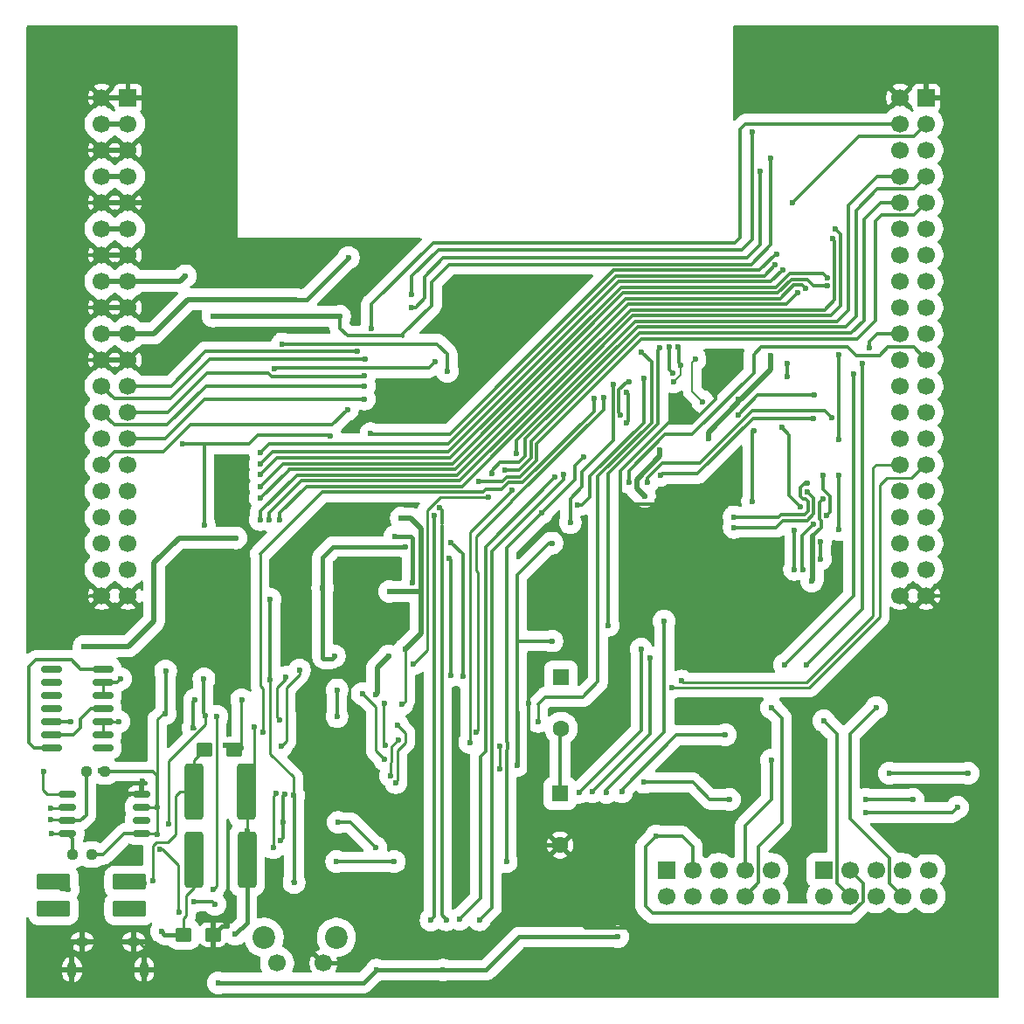
<source format=gbr>
%TF.GenerationSoftware,KiCad,Pcbnew,9.0.6-9.0.6~ubuntu25.04.1*%
%TF.CreationDate,2025-11-16T21:22:31+01:00*%
%TF.ProjectId,CPU,4350552e-6b69-4636-9164-5f7063625858,V0.2*%
%TF.SameCoordinates,Original*%
%TF.FileFunction,Copper,L2,Bot*%
%TF.FilePolarity,Positive*%
%FSLAX46Y46*%
G04 Gerber Fmt 4.6, Leading zero omitted, Abs format (unit mm)*
G04 Created by KiCad (PCBNEW 9.0.6-9.0.6~ubuntu25.04.1) date 2025-11-16 21:22:31*
%MOMM*%
%LPD*%
G01*
G04 APERTURE LIST*
G04 Aperture macros list*
%AMRoundRect*
0 Rectangle with rounded corners*
0 $1 Rounding radius*
0 $2 $3 $4 $5 $6 $7 $8 $9 X,Y pos of 4 corners*
0 Add a 4 corners polygon primitive as box body*
4,1,4,$2,$3,$4,$5,$6,$7,$8,$9,$2,$3,0*
0 Add four circle primitives for the rounded corners*
1,1,$1+$1,$2,$3*
1,1,$1+$1,$4,$5*
1,1,$1+$1,$6,$7*
1,1,$1+$1,$8,$9*
0 Add four rect primitives between the rounded corners*
20,1,$1+$1,$2,$3,$4,$5,0*
20,1,$1+$1,$4,$5,$6,$7,0*
20,1,$1+$1,$6,$7,$8,$9,0*
20,1,$1+$1,$8,$9,$2,$3,0*%
G04 Aperture macros list end*
%TA.AperFunction,ComponentPad*%
%ADD10R,1.600000X1.600000*%
%TD*%
%TA.AperFunction,ComponentPad*%
%ADD11C,1.600000*%
%TD*%
%TA.AperFunction,HeatsinkPad*%
%ADD12C,0.600000*%
%TD*%
%TA.AperFunction,ComponentPad*%
%ADD13R,1.700000X1.700000*%
%TD*%
%TA.AperFunction,ComponentPad*%
%ADD14C,1.700000*%
%TD*%
%TA.AperFunction,HeatsinkPad*%
%ADD15O,0.890000X1.550000*%
%TD*%
%TA.AperFunction,HeatsinkPad*%
%ADD16O,1.250000X0.950000*%
%TD*%
%TA.AperFunction,ComponentPad*%
%ADD17C,2.200000*%
%TD*%
%TA.AperFunction,SMDPad,CuDef*%
%ADD18RoundRect,0.237500X0.250000X0.237500X-0.250000X0.237500X-0.250000X-0.237500X0.250000X-0.237500X0*%
%TD*%
%TA.AperFunction,SMDPad,CuDef*%
%ADD19RoundRect,0.162500X-0.650000X-0.162500X0.650000X-0.162500X0.650000X0.162500X-0.650000X0.162500X0*%
%TD*%
%TA.AperFunction,SMDPad,CuDef*%
%ADD20RoundRect,0.250001X-1.399999X-0.519999X1.399999X-0.519999X1.399999X0.519999X-1.399999X0.519999X0*%
%TD*%
%TA.AperFunction,SMDPad,CuDef*%
%ADD21RoundRect,0.150000X0.825000X0.150000X-0.825000X0.150000X-0.825000X-0.150000X0.825000X-0.150000X0*%
%TD*%
%TA.AperFunction,SMDPad,CuDef*%
%ADD22RoundRect,0.250000X0.650000X2.450000X-0.650000X2.450000X-0.650000X-2.450000X0.650000X-2.450000X0*%
%TD*%
%TA.AperFunction,SMDPad,CuDef*%
%ADD23RoundRect,0.250000X-0.545000X-0.445000X0.545000X-0.445000X0.545000X0.445000X-0.545000X0.445000X0*%
%TD*%
%TA.AperFunction,ViaPad*%
%ADD24C,0.600000*%
%TD*%
%TA.AperFunction,Conductor*%
%ADD25C,0.350000*%
%TD*%
%TA.AperFunction,Conductor*%
%ADD26C,0.400000*%
%TD*%
%TA.AperFunction,Conductor*%
%ADD27C,0.250000*%
%TD*%
%TA.AperFunction,Conductor*%
%ADD28C,0.500000*%
%TD*%
%TA.AperFunction,Conductor*%
%ADD29C,0.200000*%
%TD*%
%TA.AperFunction,Conductor*%
%ADD30C,0.300000*%
%TD*%
G04 APERTURE END LIST*
D10*
%TO.P,C201,1*%
%TO.N,Net-(C201-Pad1)*%
X139950000Y-125741067D03*
D11*
%TO.P,C201,2*%
%TO.N,Net-(C201-Pad2)*%
X139950000Y-130741067D03*
%TD*%
D12*
%TO.P,U401,39,GND*%
%TO.N,GND*%
X130389000Y-91347500D03*
X130389000Y-92872500D03*
X131151500Y-90585000D03*
X131151500Y-92110000D03*
X131151500Y-93635000D03*
X131914000Y-91347500D03*
X131914000Y-92872500D03*
X132676500Y-90585000D03*
X132676500Y-92110000D03*
X132676500Y-93635000D03*
X133439000Y-91347500D03*
X133439000Y-92872500D03*
%TD*%
D13*
%TO.P,J602,1,Pin_1*%
%TO.N,Net-(J602-Pin_1)*%
X150154000Y-144445000D03*
D14*
%TO.P,J602,2,Pin_2*%
%TO.N,Net-(J602-Pin_2)*%
X150154000Y-146985000D03*
%TO.P,J602,3,Pin_3*%
%TO.N,Net-(J601-Pin_3)*%
X152694000Y-144445000D03*
%TO.P,J602,4,Pin_4*%
%TO.N,Net-(J602-Pin_4)*%
X152694000Y-146985000D03*
%TO.P,J602,5,Pin_5*%
%TO.N,Net-(J602-Pin_5)*%
X155234000Y-144445000D03*
%TO.P,J602,6,Pin_6*%
%TO.N,Net-(J602-Pin_6)*%
X155234000Y-146985000D03*
%TO.P,J602,7,Pin_7*%
%TO.N,Net-(J602-Pin_7)*%
X157774000Y-144445000D03*
%TO.P,J602,8,Pin_8*%
%TO.N,Net-(J602-Pin_8)*%
X157774000Y-146985000D03*
%TO.P,J602,9,Pin_9*%
%TO.N,Net-(J601-Pin_9)*%
X160314000Y-144445000D03*
%TO.P,J602,10,Pin_10*%
%TO.N,Net-(J602-Pin_10)*%
X160314000Y-146985000D03*
%TD*%
D15*
%TO.P,J101,6,Shield*%
%TO.N,GND*%
X92552000Y-154109400D03*
D16*
X93552000Y-151409400D03*
X98552000Y-151409400D03*
D15*
X99552000Y-154109400D03*
%TD*%
D17*
%TO.P,SW102,*%
%TO.N,*%
X118174000Y-150990000D03*
X111174000Y-150990000D03*
D14*
%TO.P,SW102,1,1*%
%TO.N,GND*%
X116924000Y-153490000D03*
%TO.P,SW102,2,2*%
%TO.N,/RESET*%
X112424000Y-153490000D03*
%TD*%
D10*
%TO.P,C202,1*%
%TO.N,Net-(C201-Pad2)*%
X139850000Y-137050000D03*
D11*
%TO.P,C202,2*%
%TO.N,GND*%
X139850000Y-142050000D03*
%TD*%
D13*
%TO.P,J501,1,Pin_1*%
%TO.N,GND*%
X97984000Y-69620000D03*
D14*
%TO.P,J501,2,Pin_2*%
X95444000Y-69620000D03*
%TO.P,J501,3,Pin_3*%
%TO.N,+BATT*%
X97984000Y-72160000D03*
%TO.P,J501,4,Pin_4*%
X95444000Y-72160000D03*
%TO.P,J501,5,Pin_5*%
%TO.N,GND*%
X97984000Y-74700000D03*
%TO.P,J501,6,Pin_6*%
X95444000Y-74700000D03*
%TO.P,J501,7,Pin_7*%
%TO.N,+12V*%
X97984000Y-77240000D03*
%TO.P,J501,8,Pin_8*%
X95444000Y-77240000D03*
%TO.P,J501,9,Pin_9*%
%TO.N,GND*%
X97984000Y-79780000D03*
%TO.P,J501,10,Pin_10*%
X95444000Y-79780000D03*
%TO.P,J501,11,Pin_11*%
%TO.N,+5VA*%
X97984000Y-82320000D03*
%TO.P,J501,12,Pin_12*%
X95444000Y-82320000D03*
%TO.P,J501,13,Pin_13*%
%TO.N,GND*%
X97984000Y-84860000D03*
%TO.P,J501,14,Pin_14*%
X95444000Y-84860000D03*
%TO.P,J501,15,Pin_15*%
%TO.N,+5VD*%
X97984000Y-87400000D03*
%TO.P,J501,16,Pin_16*%
X95444000Y-87400000D03*
%TO.P,J501,17,Pin_17*%
%TO.N,GND*%
X97984000Y-89940000D03*
%TO.P,J501,18,Pin_18*%
X95444000Y-89940000D03*
%TO.P,J501,19,Pin_19*%
%TO.N,+3.3V*%
X97984000Y-92480000D03*
%TO.P,J501,20,Pin_20*%
X95444000Y-92480000D03*
%TO.P,J501,21,Pin_21*%
%TO.N,GND*%
X97984000Y-95020000D03*
%TO.P,J501,22,Pin_22*%
X95444000Y-95020000D03*
%TO.P,J501,23,Pin_23*%
%TO.N,/PWM0*%
X97984000Y-97560000D03*
%TO.P,J501,24,Pin_24*%
%TO.N,/PWM1*%
X95444000Y-97560000D03*
%TO.P,J501,25,Pin_25*%
%TO.N,/PWM2*%
X97984000Y-100100000D03*
%TO.P,J501,26,Pin_26*%
%TO.N,/PWM3*%
X95444000Y-100100000D03*
%TO.P,J501,27,Pin_27*%
%TO.N,/PWM4*%
X97984000Y-102640000D03*
%TO.P,J501,28,Pin_28*%
%TO.N,/CMOS_BUS/INT0*%
X95444000Y-102640000D03*
%TO.P,J501,29,Pin_29*%
%TO.N,/CMOS_BUS/INT1*%
X97984000Y-105180000D03*
%TO.P,J501,30,Pin_30*%
%TO.N,/IO8*%
X95444000Y-105180000D03*
%TO.P,J501,31,Pin_31*%
%TO.N,/IO0*%
X97984000Y-107720000D03*
%TO.P,J501,32,Pin_32*%
%TO.N,/IO1*%
X95444000Y-107720000D03*
%TO.P,J501,33,Pin_33*%
%TO.N,/IO2*%
X97984000Y-110260000D03*
%TO.P,J501,34,Pin_34*%
%TO.N,/IO3*%
X95444000Y-110260000D03*
%TO.P,J501,35,Pin_35*%
%TO.N,/IO4*%
X97984000Y-112800000D03*
%TO.P,J501,36,Pin_36*%
%TO.N,/IO5*%
X95444000Y-112800000D03*
%TO.P,J501,37,Pin_37*%
%TO.N,/IO6*%
X97984000Y-115340000D03*
%TO.P,J501,38,Pin_38*%
%TO.N,/IO7*%
X95444000Y-115340000D03*
%TO.P,J501,39,Pin_39*%
%TO.N,GND*%
X97984000Y-117880000D03*
%TO.P,J501,40,Pin_40*%
X95444000Y-117880000D03*
%TD*%
D13*
%TO.P,J601,1,Pin_1*%
%TO.N,/SEVEN SEGMENTS/F34*%
X165394000Y-144445000D03*
D14*
%TO.P,J601,2,Pin_2*%
%TO.N,/SEVEN SEGMENTS/E34*%
X165394000Y-146985000D03*
%TO.P,J601,3,Pin_3*%
%TO.N,Net-(J601-Pin_3)*%
X167934000Y-144445000D03*
%TO.P,J601,4,Pin_4*%
%TO.N,/SEVEN SEGMENTS/D34*%
X167934000Y-146985000D03*
%TO.P,J601,5,Pin_5*%
%TO.N,/SEVEN SEGMENTS/B34*%
X170474000Y-144445000D03*
%TO.P,J601,6,Pin_6*%
%TO.N,/SEVEN SEGMENTS/C34*%
X170474000Y-146985000D03*
%TO.P,J601,7,Pin_7*%
%TO.N,/SEVEN SEGMENTS/A34*%
X173014000Y-144445000D03*
%TO.P,J601,8,Pin_8*%
%TO.N,/SEVEN SEGMENTS/G34*%
X173014000Y-146985000D03*
%TO.P,J601,9,Pin_9*%
%TO.N,Net-(J601-Pin_9)*%
X175554000Y-144445000D03*
%TO.P,J601,10,Pin_10*%
%TO.N,/SEVEN SEGMENTS/P34*%
X175554000Y-146985000D03*
%TD*%
D13*
%TO.P,J502,1,Pin_1*%
%TO.N,GND*%
X175344000Y-69620000D03*
D14*
%TO.P,J502,2,Pin_2*%
X172804000Y-69620000D03*
%TO.P,J502,3,Pin_3*%
%TO.N,/T1CK*%
X175344000Y-72160000D03*
%TO.P,J502,4,Pin_4*%
%TO.N,/T2CK*%
X172804000Y-72160000D03*
%TO.P,J502,5,Pin_5*%
%TO.N,/CANH*%
X175344000Y-74700000D03*
%TO.P,J502,6,Pin_6*%
%TO.N,/CANL*%
X172804000Y-74700000D03*
%TO.P,J502,7,Pin_7*%
%TO.N,/SCK*%
X175344000Y-77240000D03*
%TO.P,J502,8,Pin_8*%
%TO.N,/SDI*%
X172804000Y-77240000D03*
%TO.P,J502,9,Pin_9*%
%TO.N,/SCS*%
X175344000Y-79780000D03*
%TO.P,J502,10,Pin_10*%
%TO.N,/SDO*%
X172804000Y-79780000D03*
%TO.P,J502,11,Pin_11*%
%TO.N,/RETRO*%
X175344000Y-82320000D03*
%TO.P,J502,12,Pin_12*%
%TO.N,/D0*%
X172804000Y-82320000D03*
%TO.P,J502,13,Pin_13*%
%TO.N,/D1*%
X175344000Y-84860000D03*
%TO.P,J502,14,Pin_14*%
%TO.N,/D2*%
X172804000Y-84860000D03*
%TO.P,J502,15,Pin_15*%
%TO.N,/D3*%
X175344000Y-87400000D03*
%TO.P,J502,16,Pin_16*%
%TO.N,/D4*%
X172804000Y-87400000D03*
%TO.P,J502,17,Pin_17*%
%TO.N,/D5*%
X175344000Y-89940000D03*
%TO.P,J502,18,Pin_18*%
%TO.N,/D6*%
X172804000Y-89940000D03*
%TO.P,J502,19,Pin_19*%
%TO.N,/D7*%
X175344000Y-92480000D03*
%TO.P,J502,20,Pin_20*%
%TO.N,/E*%
X172804000Y-92480000D03*
%TO.P,J502,21,Pin_21*%
%TO.N,/RS*%
X175344000Y-95020000D03*
%TO.P,J502,22,Pin_22*%
%TO.N,/RW*%
X172804000Y-95020000D03*
%TO.P,J502,23,Pin_23*%
%TO.N,/CMOS_BUS/UART-RX0*%
X175344000Y-97560000D03*
%TO.P,J502,24,Pin_24*%
%TO.N,/CMOS_BUS/UART-TX0*%
X172804000Y-97560000D03*
%TO.P,J502,25,Pin_25*%
%TO.N,/RX1*%
X175344000Y-100100000D03*
%TO.P,J502,26,Pin_26*%
%TO.N,/TX1*%
X172804000Y-100100000D03*
%TO.P,J502,27,Pin_27*%
%TO.N,/RX2*%
X175344000Y-102640000D03*
%TO.P,J502,28,Pin_28*%
%TO.N,/TX2*%
X172804000Y-102640000D03*
%TO.P,J502,29,Pin_29*%
%TO.N,/RX3*%
X175344000Y-105180000D03*
%TO.P,J502,30,Pin_30*%
%TO.N,/TX3*%
X172804000Y-105180000D03*
%TO.P,J502,31,Pin_31*%
%TO.N,/SDA0-E*%
X175344000Y-107720000D03*
%TO.P,J502,32,Pin_32*%
%TO.N,/SCL0-E*%
X172804000Y-107720000D03*
%TO.P,J502,33,Pin_33*%
%TO.N,/SDA1-E*%
X175344000Y-110260000D03*
%TO.P,J502,34,Pin_34*%
%TO.N,/SCL1-E*%
X172804000Y-110260000D03*
%TO.P,J502,35,Pin_35*%
%TO.N,/SDA2-E*%
X175344000Y-112800000D03*
%TO.P,J502,36,Pin_36*%
%TO.N,/SCL2-E*%
X172804000Y-112800000D03*
%TO.P,J502,37,Pin_37*%
%TO.N,/RESET*%
X175344000Y-115340000D03*
%TO.P,J502,38,Pin_38*%
%TO.N,/IO9*%
X172804000Y-115340000D03*
%TO.P,J502,39,Pin_39*%
%TO.N,GND*%
X175344000Y-117880000D03*
%TO.P,J502,40,Pin_40*%
X172804000Y-117880000D03*
%TD*%
D18*
%TO.P,R404,1*%
%TO.N,+3.3V*%
X95754200Y-134899400D03*
%TO.P,R404,2*%
%TO.N,Net-(U402-EECLK)*%
X93929200Y-134899400D03*
%TD*%
D19*
%TO.P,U404,1,CS*%
%TO.N,Net-(U402-EECS)*%
X92139000Y-140919200D03*
%TO.P,U404,2,SCLK*%
%TO.N,Net-(U402-EECLK)*%
X92139000Y-139649200D03*
%TO.P,U404,3,DI*%
%TO.N,Net-(U402-EEDATA)*%
X92139000Y-138379200D03*
%TO.P,U404,4,DO*%
%TO.N,Net-(U404-DO)*%
X92139000Y-137109200D03*
%TO.P,U404,5,GND*%
%TO.N,GND*%
X99314000Y-137109200D03*
%TO.P,U404,6,ORG*%
%TO.N,+3.3V*%
X99314000Y-138379200D03*
%TO.P,U404,7,NC*%
%TO.N,unconnected-(U404-NC-Pad7)*%
X99314000Y-139649200D03*
%TO.P,U404,8,VCC*%
%TO.N,+3.3V*%
X99314000Y-140919200D03*
%TD*%
D20*
%TO.P,Y401,1,1*%
%TO.N,Net-(U402-OSCI)*%
X90737200Y-145593600D03*
%TO.P,Y401,2,2*%
%TO.N,Net-(U402-OSCO)*%
X98137200Y-145593600D03*
%TO.P,Y401,3*%
%TO.N,N/C*%
X98137200Y-148233600D03*
%TO.P,Y401,4*%
X90737200Y-148233600D03*
%TD*%
D21*
%TO.P,U405,1*%
%TO.N,Net-(U405-Pad1)*%
X95567250Y-124996300D03*
%TO.P,U405,2*%
%TO.N,Net-(U402-~{PWREN})*%
X95567250Y-126266300D03*
%TO.P,U405,3*%
X95567250Y-127536300D03*
%TO.P,U405,4*%
%TO.N,Net-(U405-Pad4)*%
X95567250Y-128806300D03*
%TO.P,U405,5*%
%TO.N,Net-(U402-~{SUSPEND})*%
X95567250Y-130076300D03*
%TO.P,U405,6*%
X95567250Y-131346300D03*
%TO.P,U405,7*%
%TO.N,N/C*%
X95567250Y-132616300D03*
%TO.P,U405,8*%
%TO.N,Net-(U405-Pad1)*%
X90617250Y-132616300D03*
%TO.P,U405,9*%
%TO.N,Net-(U405-Pad4)*%
X90617250Y-131346300D03*
%TO.P,U405,10*%
%TO.N,Net-(U406-2OE)*%
X90617250Y-130076300D03*
%TO.P,U405,11*%
%TO.N,N/C*%
X90617250Y-128806300D03*
%TO.P,U405,12*%
X90617250Y-127536300D03*
%TO.P,U405,13*%
X90617250Y-126266300D03*
%TO.P,U405,14*%
X90617250Y-124996300D03*
%TD*%
D22*
%TO.P,L401,1*%
%TO.N,+3.3V*%
X109458600Y-136880600D03*
%TO.P,L401,2*%
%TO.N,Net-(U402-VPHY)*%
X104358600Y-136880600D03*
%TD*%
%TO.P,L402,1*%
%TO.N,+3.3V*%
X109509400Y-143484600D03*
%TO.P,L402,2*%
%TO.N,Net-(U402-VPLL)*%
X104409400Y-143484600D03*
%TD*%
D18*
%TO.P,R402,1*%
%TO.N,+3.3V*%
X94462600Y-142976600D03*
%TO.P,R402,2*%
%TO.N,Net-(U402-EECS)*%
X92637600Y-142976600D03*
%TD*%
D23*
%TO.P,C408,1*%
%TO.N,Net-(U402-VPHY)*%
X105400200Y-132765800D03*
%TO.P,C408,2*%
%TO.N,GND*%
X108280200Y-132765800D03*
%TD*%
%TO.P,C409,1*%
%TO.N,Net-(U402-VPLL)*%
X103352600Y-150723600D03*
%TO.P,C409,2*%
%TO.N,GND*%
X106232600Y-150723600D03*
%TD*%
D24*
%TO.N,GND*%
X149233000Y-108712000D03*
X107391200Y-132334000D03*
X107594400Y-149910800D03*
X140294000Y-148020000D03*
X99085400Y-128193800D03*
X181162000Y-142820000D03*
X130276600Y-139115800D03*
X99085400Y-124231400D03*
X99364800Y-135839200D03*
X154186000Y-94361000D03*
X136810500Y-128300000D03*
X141650000Y-117602000D03*
X120269000Y-109982000D03*
X104783000Y-83439000D03*
X99060000Y-131013200D03*
X158175000Y-150070000D03*
X104783000Y-83439000D03*
X171994000Y-140570000D03*
%TO.N,+5VD*%
X135712200Y-134315200D03*
X148039389Y-108236197D03*
X139073000Y-122270000D03*
X108432600Y-112268000D03*
X154216585Y-102663000D03*
X93726000Y-122783600D03*
X149538345Y-103732778D03*
X103564000Y-86870000D03*
X125548800Y-116620000D03*
X123844000Y-112120000D03*
X178368000Y-138386000D03*
X106205500Y-90779500D03*
X139073000Y-112776000D03*
X157144032Y-98880000D03*
X160282000Y-94578000D03*
X160282000Y-75438000D03*
X169478000Y-138894000D03*
X118499000Y-90805000D03*
%TO.N,+3.3V*%
X124849000Y-123063000D03*
X100812600Y-138353800D03*
X109560200Y-135001000D03*
X114181000Y-89154000D03*
X122044000Y-154170000D03*
X106730800Y-155397200D03*
X95331804Y-134810559D03*
X101600000Y-129311400D03*
X109509400Y-140665200D03*
X124468000Y-110363000D03*
X166886000Y-94488000D03*
X101625400Y-125171200D03*
X149936200Y-120320000D03*
X164242500Y-116482500D03*
X144373600Y-136956800D03*
X108381800Y-150698200D03*
X153678000Y-99060000D03*
X123325000Y-117475000D03*
X166886000Y-102743000D03*
X152981669Y-94939636D03*
X165311119Y-108527496D03*
X145440400Y-150952200D03*
X128544000Y-154170000D03*
X100812600Y-140970000D03*
X124561600Y-128397000D03*
X119344000Y-85120000D03*
%TO.N,/ESP32 Module/BOOT*%
X142121000Y-104394000D03*
X134650000Y-143650000D03*
X118200000Y-143650000D03*
X138057000Y-109855000D03*
X123800000Y-143650000D03*
%TO.N,Net-(C201-Pad1)*%
X123254659Y-123702746D03*
X121950000Y-127481200D03*
%TO.N,/PWM4*%
X120912000Y-98806000D03*
%TO.N,/PWM3*%
X120912000Y-97536000D03*
%TO.N,/PWM1*%
X120950000Y-94950000D03*
%TO.N,/PWM0*%
X120250000Y-94150000D03*
%TO.N,/PWM2*%
X120912000Y-96525000D03*
%TO.N,/SCL2-E*%
X165108000Y-114300000D03*
X165108000Y-112623000D03*
%TO.N,/SDO*%
X134544000Y-105670000D03*
%TO.N,/SCL1-E*%
X164422737Y-110955691D03*
X165362000Y-106172000D03*
X163418003Y-115316000D03*
X165668449Y-110130748D03*
%TO.N,/SDA0-E*%
X156726000Y-110236000D03*
X163838000Y-106934000D03*
%TO.N,/SCK*%
X133248400Y-106070400D03*
%TO.N,/T2CK*%
X121550000Y-91950000D03*
%TO.N,/SDI*%
X135594000Y-104120000D03*
%TO.N,/SDA1-E*%
X162568000Y-111506000D03*
X166886000Y-111486000D03*
X162568000Y-115316000D03*
X166886000Y-106172000D03*
%TO.N,/SCS*%
X131978400Y-106781600D03*
%TO.N,/SDA*%
X150462657Y-93725000D03*
X128944000Y-96139000D03*
X112944000Y-93472000D03*
X150801573Y-96301644D03*
%TO.N,/SCL*%
X151576811Y-95506523D03*
X150866398Y-97149171D03*
X112194000Y-95900000D03*
X151296218Y-93725000D03*
X127744000Y-95220000D03*
%TO.N,/T1CK*%
X162404000Y-79756000D03*
%TO.N,/ESP32 Module/RTS*%
X112739800Y-141638083D03*
X113216275Y-137133531D03*
X113050000Y-139850000D03*
%TO.N,/TX3*%
X151612600Y-126147200D03*
%TO.N,/RX3*%
X150647400Y-126796800D03*
X134035800Y-132435600D03*
X133985000Y-134645400D03*
%TO.N,/SEVEN SEGMENTS/D34*%
X165414000Y-130004000D03*
%TO.N,/SEVEN SEGMENTS/G34*%
X170494000Y-128720000D03*
%TO.N,/ESP32 Module/TX0*%
X137713400Y-130068000D03*
X147752823Y-94240288D03*
%TO.N,/ESP32 Module/RX0*%
X113269213Y-125787157D03*
X149541454Y-93893775D03*
X144534000Y-120751600D03*
X112705626Y-129895400D03*
%TO.N,/SCL1*%
X146513035Y-97141011D03*
X163155000Y-109220000D03*
X161328320Y-101587520D03*
X145725000Y-100330000D03*
%TO.N,/SDA1*%
X146282463Y-101154515D03*
X158504000Y-108712000D03*
X146282463Y-98200000D03*
X158628810Y-101859000D03*
%TO.N,/RX1*%
X157107000Y-100330000D03*
X143129000Y-98740000D03*
X164473000Y-98425000D03*
X111059600Y-131129191D03*
%TO.N,/SEVEN SEGMENTS/P34*%
X179384000Y-135084000D03*
X171764000Y-135084000D03*
%TO.N,/ESP32 Module/CAN-RX*%
X159266000Y-76708000D03*
X125484000Y-89916000D03*
%TO.N,Net-(J601-Pin_3)*%
X149158000Y-141180000D03*
%TO.N,/TX2*%
X164440716Y-100667787D03*
X135178800Y-107654525D03*
X149556782Y-106235624D03*
X131089400Y-132080000D03*
%TO.N,/ESP32 Module/CAN-TX*%
X125484000Y-88646000D03*
X158504000Y-72898000D03*
%TO.N,/RX2*%
X132918200Y-108331000D03*
X125653800Y-124485400D03*
X114594274Y-125087157D03*
X166161000Y-100644231D03*
X112866800Y-132443000D03*
X148344012Y-106870912D03*
%TO.N,Net-(J602-Pin_8)*%
X160334000Y-128734000D03*
%TO.N,Net-(J602-Pin_2)*%
X155858298Y-131370298D03*
X145844000Y-136900000D03*
%TO.N,/TX1*%
X131749800Y-131064000D03*
X144062074Y-98711126D03*
%TO.N,/SCL-5V*%
X169172000Y-95377000D03*
X141740000Y-136906000D03*
X161842689Y-96662000D03*
X129105200Y-114220597D03*
X163736000Y-124562000D03*
X129286000Y-125628400D03*
X147700000Y-123070000D03*
X161837200Y-95362000D03*
%TO.N,/D6*%
X110802000Y-105153000D03*
X161412179Y-86284353D03*
%TO.N,/D4*%
X165738000Y-87862540D03*
X110802000Y-107312000D03*
%TO.N,/D7*%
X110802000Y-104010000D03*
X160692938Y-85831368D03*
%TO.N,/RESET*%
X103244000Y-103170000D03*
X114019238Y-137240147D03*
X105359200Y-110998000D03*
X111750000Y-118211600D03*
X114074000Y-145671000D03*
X117594000Y-102362000D03*
X111750000Y-126050000D03*
%TO.N,/D2*%
X110798807Y-110505432D03*
X162907880Y-88484652D03*
%TO.N,/RW*%
X121513600Y-102184200D03*
X160862000Y-84763000D03*
%TO.N,/E*%
X141568000Y-109093000D03*
X169807000Y-93853000D03*
X147963000Y-96774000D03*
%TO.N,/D3*%
X163682438Y-88134562D03*
X110802000Y-108455000D03*
%TO.N,/RS*%
X146527558Y-106919599D03*
%TO.N,/D5*%
X110802000Y-106169000D03*
X165738000Y-87047153D03*
%TO.N,/D0*%
X166505000Y-82320000D03*
X112694000Y-110553600D03*
%TO.N,/D1*%
X166288000Y-83310772D03*
X111639028Y-110553600D03*
%TO.N,/IO8*%
X119261000Y-99822000D03*
%TO.N,/SDA-5V*%
X124844000Y-113120000D03*
X168283000Y-96393000D03*
X142950000Y-136900000D03*
X130429000Y-125693000D03*
X148600000Y-123900000D03*
X129294000Y-112715000D03*
X161594000Y-124570000D03*
X116844000Y-117120000D03*
X117983149Y-123708800D03*
%TO.N,Net-(U401-IO2)*%
X130094000Y-149220000D03*
X139385031Y-106379525D03*
%TO.N,Net-(U401-IO4)*%
X140164449Y-106086229D03*
X132044000Y-149270000D03*
%TO.N,Net-(U401-IO5)*%
X145000000Y-97450000D03*
X140843000Y-110820200D03*
X127649600Y-110119605D03*
X127355600Y-149301200D03*
%TO.N,Net-(U401-IO12)*%
X128183652Y-109383065D03*
X128828800Y-149275800D03*
%TO.N,Net-(J602-Pin_7)*%
X160334000Y-133814000D03*
%TO.N,Net-(Q601-B)*%
X174050000Y-137624000D03*
X169478000Y-137624000D03*
%TO.N,Net-(Q602-B)*%
X148015000Y-135973000D03*
X156270000Y-137624000D03*
%TO.N,/SCL0-E*%
X163838000Y-107784003D03*
X156726000Y-111252000D03*
%TO.N,Net-(Q402-B)*%
X118350000Y-139850000D03*
X122000000Y-142300000D03*
%TO.N,Net-(U402-OSCI)*%
X92176600Y-146329400D03*
%TO.N,Net-(U402-OSCO)*%
X99537500Y-145745200D03*
%TO.N,Net-(U402-VREGOUT)*%
X106433800Y-147802600D03*
X104357800Y-147523200D03*
%TO.N,Net-(U402-VPHY)*%
X100397128Y-145507865D03*
%TO.N,Net-(U402-VPLL)*%
X101230200Y-150418800D03*
%TO.N,Net-(U402-EECS)*%
X90551000Y-140893800D03*
%TO.N,Net-(U404-DO)*%
X89789000Y-134924800D03*
%TO.N,Net-(U402-EECLK)*%
X90525600Y-139598400D03*
%TO.N,Net-(U402-EEDATA)*%
X90500200Y-138430000D03*
%TO.N,Net-(U402-REF)*%
X102970705Y-148581700D03*
X101066600Y-142457800D03*
%TO.N,/ESP32 Module/RX1A*%
X124190209Y-131838652D03*
X123418600Y-135320400D03*
%TO.N,Net-(U402-~{SUSPEND})*%
X97091250Y-130076300D03*
X104463043Y-127961400D03*
X104306140Y-130696591D03*
%TO.N,/ESP32 Module/RX2A*%
X122809000Y-128295400D03*
X122898657Y-132393000D03*
%TO.N,Net-(U402-~{PWREN})*%
X97282000Y-125933200D03*
X105508915Y-129461115D03*
X101955600Y-140030200D03*
X105349293Y-125936400D03*
%TO.N,/ESP32 Module/TX0A*%
X106611312Y-129583400D03*
X106212500Y-146380200D03*
%TO.N,/ESP32 Module/RX0A*%
X124104400Y-130393000D03*
X112064800Y-142316200D03*
X112369600Y-137058400D03*
X123940496Y-135991317D03*
%TO.N,/ESP32 Module/TX1A*%
X110185200Y-130581400D03*
X110159800Y-137642600D03*
%TO.N,/ESP32 Module/RX3A*%
X122822147Y-133743000D03*
X120675400Y-127381000D03*
%TO.N,/ESP32 Module/TX3A*%
X108991400Y-127961400D03*
X108940600Y-132613400D03*
%TO.N,Net-(U406-2OE)*%
X92430600Y-130124200D03*
X118237000Y-129616200D03*
X118237000Y-127000000D03*
%TD*%
D25*
%TO.N,GND*%
X139314000Y-149000000D02*
X140294000Y-148020000D01*
X95444000Y-84860000D02*
X92704000Y-84860000D01*
X148979000Y-108966000D02*
X146693000Y-108966000D01*
X177544000Y-69620000D02*
X178744000Y-70820000D01*
X158175000Y-150070000D02*
X153944000Y-150070000D01*
D26*
X119837200Y-153490000D02*
X116924000Y-153490000D01*
D25*
X136810500Y-125389500D02*
X138750000Y-123450000D01*
X94284000Y-117880000D02*
X95444000Y-117880000D01*
D26*
X132562600Y-150622000D02*
X122705200Y-150622000D01*
D27*
X92528000Y-153416000D02*
X92528000Y-151716000D01*
D25*
X140294000Y-148020000D02*
X141478000Y-149204000D01*
D27*
X99060000Y-131013200D02*
X99060000Y-124256800D01*
D25*
X171994000Y-140570000D02*
X174255000Y-142831000D01*
X174255000Y-142831000D02*
X177733000Y-142831000D01*
D28*
X95444000Y-95020000D02*
X97984000Y-95020000D01*
D25*
X141650000Y-117602000D02*
X141650000Y-122750000D01*
X92784000Y-79780000D02*
X92694000Y-79870000D01*
X154948000Y-97917000D02*
X154186000Y-97155000D01*
X175344000Y-117880000D02*
X178034000Y-117880000D01*
X178744000Y-70820000D02*
X178744000Y-117170000D01*
X95444000Y-89940000D02*
X92714000Y-89940000D01*
X178034000Y-117880000D02*
X178744000Y-117170000D01*
D26*
X138894000Y-146620000D02*
X140294000Y-148020000D01*
D25*
X148487400Y-102976226D02*
X150371626Y-101092000D01*
D26*
X107045400Y-149910800D02*
X106232600Y-150723600D01*
D25*
X95444000Y-95020000D02*
X92694000Y-95020000D01*
D27*
X107848400Y-132334000D02*
X108280200Y-132765800D01*
D26*
X136600000Y-149000000D02*
X134184600Y-149000000D01*
D25*
X92694000Y-95020000D02*
X92694000Y-116570000D01*
D28*
X95444000Y-84860000D02*
X97984000Y-84860000D01*
D25*
X92694000Y-74720000D02*
X92694000Y-79870000D01*
X149233000Y-108712000D02*
X148979000Y-108966000D01*
X92694000Y-84870000D02*
X92694000Y-89920000D01*
D28*
X135919000Y-136502000D02*
X136810500Y-135610500D01*
D27*
X98552000Y-151409400D02*
X98994600Y-151409400D01*
D26*
X139850000Y-142050000D02*
X135931200Y-142050000D01*
D25*
X138750000Y-123450000D02*
X140950000Y-123450000D01*
X145677000Y-105830452D02*
X148487400Y-103020052D01*
X154186000Y-97155000D02*
X154186000Y-94361000D01*
X92694000Y-79870000D02*
X92694000Y-84870000D01*
D27*
X99060000Y-124256800D02*
X99085400Y-124231400D01*
D25*
X92694000Y-116570000D02*
X94144000Y-118020000D01*
X92704000Y-84860000D02*
X92694000Y-84870000D01*
X158175000Y-150070000D02*
X142344000Y-150070000D01*
X148487400Y-103020052D02*
X148487400Y-102976226D01*
D27*
X93552000Y-151409400D02*
X92834600Y-151409400D01*
D25*
X136600000Y-149000000D02*
X139314000Y-149000000D01*
D26*
X135919000Y-146620000D02*
X138894000Y-146620000D01*
D25*
X140950000Y-123450000D02*
X141650000Y-122750000D01*
X95444000Y-79780000D02*
X92784000Y-79780000D01*
D28*
X95444000Y-69620000D02*
X97984000Y-69620000D01*
X95444000Y-79780000D02*
X97984000Y-79780000D01*
X135919000Y-142062200D02*
X135919000Y-136502000D01*
D25*
X136810500Y-130600000D02*
X136810500Y-128300000D01*
X93544000Y-69620000D02*
X92694000Y-70470000D01*
D26*
X134184600Y-149000000D02*
X132562600Y-150622000D01*
D25*
X152662000Y-101092000D02*
X154948000Y-98806000D01*
X145677000Y-107950000D02*
X145677000Y-105830452D01*
X136810500Y-130600000D02*
X136810500Y-135610500D01*
X177733000Y-142831000D02*
X181151000Y-142831000D01*
X95444000Y-69620000D02*
X93544000Y-69620000D01*
X92714000Y-89940000D02*
X92694000Y-89920000D01*
X92714000Y-74700000D02*
X92694000Y-74720000D01*
X154948000Y-98806000D02*
X154948000Y-97917000D01*
X94144000Y-118020000D02*
X94284000Y-117880000D01*
D27*
X92528000Y-151716000D02*
X92834600Y-151409400D01*
D26*
X135931200Y-142050000D02*
X135919000Y-142062200D01*
D25*
X181151000Y-142831000D02*
X181162000Y-142820000D01*
X175344000Y-69620000D02*
X177544000Y-69620000D01*
X150371626Y-101092000D02*
X152662000Y-101092000D01*
D26*
X107594400Y-149910800D02*
X107045400Y-149910800D01*
D27*
X99364800Y-135839200D02*
X99364800Y-137058400D01*
D25*
X142344000Y-150070000D02*
X140294000Y-148020000D01*
X95444000Y-74700000D02*
X92714000Y-74700000D01*
X92694000Y-70470000D02*
X92694000Y-74720000D01*
D26*
X122705200Y-150622000D02*
X119837200Y-153490000D01*
D25*
X92694000Y-89920000D02*
X92694000Y-95020000D01*
D27*
X99364800Y-137058400D02*
X99314000Y-137109200D01*
X99528000Y-153416000D02*
X99528000Y-151942800D01*
D28*
X97984000Y-79780000D02*
X102454000Y-79780000D01*
D27*
X107391200Y-132334000D02*
X107848400Y-132334000D01*
D25*
X136810500Y-128300000D02*
X136810500Y-125389500D01*
D28*
X104783000Y-83439000D02*
X104783000Y-82109000D01*
X95444000Y-74700000D02*
X97984000Y-74700000D01*
D27*
X98994600Y-151409400D02*
X99528000Y-151942800D01*
D28*
X135919000Y-146620000D02*
X135919000Y-142062200D01*
D25*
X146693000Y-108966000D02*
X145677000Y-107950000D01*
D28*
X95444000Y-89940000D02*
X97984000Y-89940000D01*
X104783000Y-82109000D02*
X102454000Y-79780000D01*
D25*
%TO.N,+5VD*%
X139073000Y-122270000D02*
X135720000Y-122270000D01*
X169478000Y-138894000D02*
X177860000Y-138894000D01*
D28*
X147289458Y-107486266D02*
X148039389Y-108236197D01*
D25*
X124600000Y-92700000D02*
X124650000Y-92750000D01*
D28*
X106231000Y-90805000D02*
X106205500Y-90779500D01*
D25*
X124650000Y-92528000D02*
X127410400Y-89767600D01*
D28*
X118499000Y-90805000D02*
X106231000Y-90805000D01*
D26*
X135700000Y-129184400D02*
X135700000Y-134303000D01*
D28*
X157404694Y-98880000D02*
X160282000Y-96002694D01*
D25*
X127410400Y-89767600D02*
X127410400Y-87473600D01*
X129109000Y-85775000D02*
X158375000Y-85775000D01*
X135720000Y-122270000D02*
X135700000Y-122250000D01*
X158375000Y-85775000D02*
X160282000Y-83868000D01*
D28*
X147289458Y-106641702D02*
X147289458Y-107486266D01*
D25*
X118499000Y-91949000D02*
X119250000Y-92700000D01*
X135700000Y-130900000D02*
X135700000Y-130350000D01*
X177860000Y-138894000D02*
X178368000Y-138386000D01*
X124650000Y-92750000D02*
X124650000Y-92528000D01*
D26*
X135700000Y-134303000D02*
X135712200Y-134315200D01*
D28*
X102896000Y-112268000D02*
X100494000Y-114670000D01*
X157144032Y-99140662D02*
X157144032Y-98880000D01*
X149538345Y-104392815D02*
X147289458Y-106641702D01*
D25*
X138774000Y-112776000D02*
X139073000Y-112776000D01*
D28*
X93726000Y-122783600D02*
X98055600Y-122783600D01*
D25*
X118499000Y-90805000D02*
X118499000Y-91949000D01*
D28*
X103034000Y-87400000D02*
X103564000Y-86870000D01*
X100494000Y-114670000D02*
X100494000Y-120345200D01*
D26*
X123844000Y-112120000D02*
X125344000Y-112120000D01*
D25*
X119250000Y-92700000D02*
X124600000Y-92700000D01*
X135700000Y-115850000D02*
X138774000Y-112776000D01*
D28*
X97984000Y-87400000D02*
X95444000Y-87400000D01*
X154216585Y-102663000D02*
X154216585Y-102068109D01*
X97984000Y-87400000D02*
X103034000Y-87400000D01*
D25*
X160282000Y-83868000D02*
X160282000Y-75438000D01*
X135750000Y-130950000D02*
X135700000Y-130900000D01*
D28*
X98055600Y-122783600D02*
X100494000Y-120345200D01*
D25*
X135700000Y-122250000D02*
X135700000Y-115850000D01*
D28*
X154216585Y-102068109D02*
X157144032Y-99140662D01*
D26*
X125548800Y-112324800D02*
X125548800Y-116620000D01*
D25*
X127410400Y-87473600D02*
X129109000Y-85775000D01*
D28*
X160282000Y-96002694D02*
X160282000Y-94578000D01*
X149538345Y-103732778D02*
X149538345Y-104392815D01*
D25*
X135700000Y-129184400D02*
X135700000Y-122250000D01*
X135700000Y-130350000D02*
X135700000Y-129184400D01*
D28*
X108432600Y-112268000D02*
X102896000Y-112268000D01*
X157144032Y-98880000D02*
X157404694Y-98880000D01*
D26*
X125344000Y-112120000D02*
X125548800Y-112324800D01*
D28*
%TO.N,+3.3V*%
X123325000Y-117475000D02*
X126319702Y-117475000D01*
D25*
X94462600Y-142976600D02*
X95580200Y-142976600D01*
D29*
X153678000Y-99060000D02*
X152662000Y-98044000D01*
D30*
X101625400Y-125171200D02*
X101625400Y-129032000D01*
D25*
X97637600Y-140919200D02*
X95580200Y-142976600D01*
D27*
X100812600Y-138353800D02*
X100812600Y-140970000D01*
D25*
X99314000Y-140919200D02*
X97637600Y-140919200D01*
D26*
X145440400Y-150952200D02*
X135890000Y-150952200D01*
D27*
X100812600Y-135331200D02*
X100812600Y-129844800D01*
D29*
X152662000Y-98044000D02*
X152662000Y-95259305D01*
D28*
X103810000Y-89154000D02*
X100484000Y-92480000D01*
D27*
X100761800Y-140919200D02*
X100812600Y-140970000D01*
D26*
X109509400Y-149570600D02*
X108381800Y-150698200D01*
D25*
X164346000Y-112057733D02*
X165147737Y-111255996D01*
D29*
X152662000Y-95259305D02*
X152981669Y-94939636D01*
D28*
X114181000Y-89154000D02*
X103810000Y-89154000D01*
D26*
X109509400Y-143484600D02*
X109509400Y-149570600D01*
D30*
X101625400Y-129286000D02*
X101600000Y-129311400D01*
D28*
X164346000Y-116379000D02*
X164346000Y-112057733D01*
D30*
X100380800Y-134899400D02*
X100812600Y-135331200D01*
D27*
X109509400Y-136931400D02*
X109458600Y-136880600D01*
X100787200Y-138379200D02*
X100812600Y-138353800D01*
D28*
X164242500Y-116482500D02*
X164346000Y-116379000D01*
D26*
X120816800Y-155397200D02*
X122044000Y-154170000D01*
D25*
X165147737Y-111255996D02*
X165147737Y-110655386D01*
X122044000Y-154170000D02*
X122055500Y-154158500D01*
X166886000Y-102743000D02*
X166886000Y-94488000D01*
D27*
X124561600Y-128397000D02*
X124849000Y-128109600D01*
D25*
X149961600Y-131089400D02*
X149961600Y-120345400D01*
X164980000Y-108858615D02*
X165311119Y-108527496D01*
D27*
X124849000Y-128109600D02*
X124849000Y-123063000D01*
D30*
X109458600Y-135102600D02*
X109560200Y-135001000D01*
D25*
X164980000Y-110487649D02*
X164980000Y-108858615D01*
D30*
X95754200Y-134899400D02*
X100380800Y-134899400D01*
D26*
X115310000Y-89154000D02*
X119344000Y-85120000D01*
D28*
X126319702Y-117475000D02*
X126341000Y-117496298D01*
X124849000Y-123063000D02*
X126348800Y-121563200D01*
D30*
X101625400Y-129032000D02*
X101625400Y-129286000D01*
D26*
X132672200Y-154170000D02*
X135890000Y-150952200D01*
D27*
X109509400Y-143484600D02*
X109509400Y-140665200D01*
D26*
X106730800Y-155397200D02*
X120816800Y-155397200D01*
X122044000Y-154170000D02*
X128544000Y-154170000D01*
D25*
X149961600Y-120345400D02*
X149936200Y-120320000D01*
D28*
X125362116Y-110363000D02*
X124468000Y-110363000D01*
D30*
X109458600Y-136880600D02*
X109458600Y-135102600D01*
D28*
X97984000Y-92480000D02*
X95444000Y-92480000D01*
D26*
X114181000Y-89154000D02*
X115310000Y-89154000D01*
X128544000Y-154170000D02*
X132672200Y-154170000D01*
D25*
X165147737Y-110655386D02*
X164980000Y-110487649D01*
D28*
X100484000Y-92480000D02*
X97984000Y-92480000D01*
X126348800Y-121563200D02*
X126348800Y-111349684D01*
D25*
X144373600Y-136956800D02*
X144373600Y-136677400D01*
D27*
X99314000Y-140919200D02*
X100761800Y-140919200D01*
D25*
X144373600Y-136677400D02*
X149961600Y-131089400D01*
D30*
X100812600Y-135331200D02*
X100812600Y-138353800D01*
D27*
X99314000Y-138379200D02*
X100787200Y-138379200D01*
X109509400Y-140665200D02*
X109509400Y-136931400D01*
D28*
X126348800Y-111349684D02*
X125362116Y-110363000D01*
D27*
X100812600Y-129844800D02*
X101625400Y-129032000D01*
D25*
%TO.N,/ESP32 Module/BOOT*%
X118200000Y-143650000D02*
X123800000Y-143650000D01*
X134650000Y-113262000D02*
X138057000Y-109855000D01*
X134760800Y-132135295D02*
X134650000Y-132024495D01*
X138057000Y-109847000D02*
X141253400Y-106650600D01*
X141253400Y-106650600D02*
X141253400Y-105261600D01*
X138057000Y-109855000D02*
X138057000Y-109847000D01*
X134650000Y-143650000D02*
X134650000Y-135005705D01*
X134650000Y-134285095D02*
X134650000Y-132846705D01*
X141253400Y-105261600D02*
X142121000Y-104394000D01*
X134650000Y-132024495D02*
X134650000Y-113262000D01*
X134760800Y-132735905D02*
X134760800Y-132135295D01*
X134650000Y-135005705D02*
X134710000Y-134945705D01*
X134650000Y-132846705D02*
X134760800Y-132735905D01*
X134710000Y-134945705D02*
X134710000Y-134345095D01*
X134710000Y-134345095D02*
X134650000Y-134285095D01*
%TO.N,Net-(C201-Pad2)*%
X139850000Y-130841067D02*
X139950000Y-130741067D01*
X139850000Y-137050000D02*
X139850000Y-130841067D01*
D28*
%TO.N,Net-(C201-Pad1)*%
X122130005Y-124827400D02*
X123254659Y-123702746D01*
X121950000Y-127481200D02*
X122130005Y-127301195D01*
X122130005Y-127301195D02*
X122130005Y-124827400D01*
D25*
%TO.N,/PWM4*%
X97984000Y-102640000D02*
X101574000Y-102640000D01*
X120912000Y-98806000D02*
X105408000Y-98806000D01*
X101574000Y-102640000D02*
X105408000Y-98806000D01*
%TO.N,/PWM3*%
X105544000Y-97536000D02*
X120912000Y-97536000D01*
X96670000Y-101326000D02*
X101754000Y-101326000D01*
X101754000Y-101326000D02*
X105544000Y-97536000D01*
X95444000Y-100100000D02*
X96670000Y-101326000D01*
%TO.N,/PWM1*%
X102078000Y-98786000D02*
X105914000Y-94950000D01*
X96670000Y-98786000D02*
X102078000Y-98786000D01*
X95444000Y-97560000D02*
X96670000Y-98786000D01*
X120950000Y-94950000D02*
X105914000Y-94950000D01*
%TO.N,/PWM0*%
X120193000Y-94207000D02*
X105507000Y-94207000D01*
X102154000Y-97560000D02*
X105507000Y-94207000D01*
X97984000Y-97560000D02*
X102154000Y-97560000D01*
X120250000Y-94150000D02*
X120193000Y-94207000D01*
%TO.N,/PWM2*%
X120812000Y-96625000D02*
X120912000Y-96525000D01*
X101814000Y-100100000D02*
X105648000Y-96266000D01*
X105648000Y-96266000D02*
X111534695Y-96266000D01*
X97984000Y-100100000D02*
X101814000Y-100100000D01*
X111893695Y-96625000D02*
X120812000Y-96625000D01*
X111534695Y-96266000D02*
X111893695Y-96625000D01*
%TO.N,/SCL2-E*%
X165108000Y-114300000D02*
X165108000Y-112623000D01*
%TO.N,/SDO*%
X169299000Y-81407000D02*
X169299000Y-91186000D01*
X169299000Y-91186000D02*
X168085000Y-92400000D01*
X172804000Y-79780000D02*
X170926000Y-79780000D01*
X170926000Y-79780000D02*
X169299000Y-81407000D01*
X135912748Y-105670000D02*
X134544000Y-105670000D01*
X137046000Y-102908171D02*
X137046000Y-104536748D01*
X147554172Y-92400000D02*
X137046000Y-102908171D01*
X168085000Y-92400000D02*
X147554172Y-92400000D01*
X137046000Y-104536748D02*
X135912748Y-105670000D01*
%TO.N,/SCL1-E*%
X166036119Y-108227191D02*
X166036119Y-109763078D01*
X163330000Y-115227997D02*
X163330000Y-112048428D01*
X165362000Y-107553072D02*
X166036119Y-108227191D01*
X163418003Y-115316000D02*
X163330000Y-115227997D01*
X163330000Y-112048428D02*
X164422737Y-110955691D01*
X166036119Y-109763078D02*
X165668449Y-110130748D01*
X165362000Y-106172000D02*
X165362000Y-107553072D01*
%TO.N,/SDA0-E*%
X161298000Y-109982000D02*
X163593305Y-109982000D01*
X163118000Y-107415817D02*
X163599817Y-106934000D01*
X163880000Y-109695305D02*
X163880000Y-108744695D01*
X163599817Y-106934000D02*
X163838000Y-106934000D01*
X163118000Y-108230182D02*
X163118000Y-107415817D01*
X163630305Y-108495000D02*
X163382818Y-108495000D01*
X163880000Y-108744695D02*
X163630305Y-108495000D01*
X163593305Y-109982000D02*
X163880000Y-109695305D01*
X161044000Y-110236000D02*
X161298000Y-109982000D01*
X156726000Y-110236000D02*
X161044000Y-110236000D01*
X163382818Y-108495000D02*
X163118000Y-108230182D01*
%TO.N,/SCK*%
X133248400Y-106070400D02*
X133248400Y-105757400D01*
X147349353Y-91827002D02*
X136482061Y-102694291D01*
X175344000Y-77240000D02*
X174118000Y-78466000D01*
X149820553Y-91827000D02*
X147363599Y-91827000D01*
X136482061Y-104322870D02*
X135834931Y-104970000D01*
X147363599Y-91827000D02*
X147363597Y-91827002D01*
X168537000Y-80518000D02*
X168537000Y-90805000D01*
X170589000Y-78466000D02*
X168537000Y-80518000D01*
X136482061Y-102694291D02*
X136482061Y-104322870D01*
X133248400Y-105757400D02*
X134035800Y-104970000D01*
X147363597Y-91827002D02*
X147349353Y-91827002D01*
X168537000Y-90805000D02*
X167517000Y-91825000D01*
X167517000Y-91825000D02*
X149822554Y-91825000D01*
X135834931Y-104970000D02*
X134035800Y-104970000D01*
X149822554Y-91825000D02*
X149820553Y-91827000D01*
X174118000Y-78466000D02*
X170589000Y-78466000D01*
%TO.N,/T2CK*%
X156800000Y-83650000D02*
X127550000Y-83650000D01*
X121550000Y-91950000D02*
X121550000Y-89650000D01*
X157300000Y-79800000D02*
X157300000Y-83150000D01*
X157300000Y-72700000D02*
X157300000Y-79800000D01*
X157300000Y-83150000D02*
X156800000Y-83650000D01*
D30*
X121550000Y-89650000D02*
X127550000Y-83650000D01*
D25*
X167497000Y-72160000D02*
X172804000Y-72160000D01*
X172804000Y-72160000D02*
X157840000Y-72160000D01*
X157840000Y-72160000D02*
X157300000Y-72700000D01*
%TO.N,/SDI*%
X135594000Y-102804534D02*
X147123538Y-91275000D01*
X135594000Y-104120000D02*
X135594000Y-102804534D01*
X167775000Y-90170000D02*
X167775000Y-80010000D01*
X147123538Y-91275000D02*
X147133777Y-91275000D01*
X149594735Y-91275000D02*
X166670000Y-91275000D01*
X170545000Y-77240000D02*
X172804000Y-77240000D01*
X166670000Y-91275000D02*
X167775000Y-90170000D01*
X149592736Y-91277000D02*
X149594735Y-91275000D01*
X167775000Y-80010000D02*
X170545000Y-77240000D01*
X147133777Y-91275000D02*
X147135779Y-91277000D01*
X147135779Y-91277000D02*
X149592736Y-91277000D01*
%TO.N,/SDA1-E*%
X162568000Y-115316000D02*
X162568000Y-111506000D01*
X166886000Y-106172000D02*
X166886000Y-111486000D01*
%TO.N,/SCS*%
X134248602Y-106781600D02*
X134650678Y-106379525D01*
X135981039Y-106379525D02*
X137596000Y-104764564D01*
X131978400Y-106781600D02*
X134248602Y-106781600D01*
X170442000Y-81534000D02*
X170970000Y-81006000D01*
X137596000Y-103135988D02*
X147731990Y-93000000D01*
X134650678Y-106379525D02*
X135981039Y-106379525D01*
X147731990Y-93000000D02*
X168628000Y-93000000D01*
X170970000Y-81006000D02*
X174118000Y-81006000D01*
X174118000Y-81006000D02*
X175344000Y-79780000D01*
X168628000Y-93000000D02*
X170442000Y-91186000D01*
X137596000Y-104764564D02*
X137596000Y-103135988D01*
X170442000Y-91186000D02*
X170442000Y-81534000D01*
%TO.N,/SDA*%
X127946000Y-93472000D02*
X128944000Y-94470000D01*
X150433808Y-95933879D02*
X150433808Y-93753849D01*
X128944000Y-94470000D02*
X128944000Y-96139000D01*
D30*
X112944000Y-93472000D02*
X126394000Y-93472000D01*
D25*
X150801573Y-96301644D02*
X150433808Y-95933879D01*
X126394000Y-93472000D02*
X127946000Y-93472000D01*
D30*
X126394000Y-93472000D02*
X127723596Y-93472000D01*
D25*
X150433808Y-93753849D02*
X150462657Y-93725000D01*
%TO.N,/SCL*%
X127730000Y-95220000D02*
X127150000Y-95800000D01*
D29*
X151576811Y-96438758D02*
X151576811Y-95506523D01*
D25*
X112294000Y-95800000D02*
X112194000Y-95900000D01*
D29*
X150866398Y-97149171D02*
X151576811Y-96438758D01*
D25*
X151339992Y-95269704D02*
X151339992Y-93768774D01*
X127744000Y-95220000D02*
X127730000Y-95220000D01*
X151339992Y-93768774D02*
X151296218Y-93725000D01*
X127150000Y-95800000D02*
X112294000Y-95800000D01*
X151576811Y-95506523D02*
X151339992Y-95269704D01*
%TO.N,/T1CK*%
X162404000Y-79756000D02*
X168774000Y-73386000D01*
X174118000Y-73386000D02*
X175344000Y-72160000D01*
X168774000Y-73386000D02*
X174118000Y-73386000D01*
%TO.N,/ESP32 Module/RTS*%
X113050000Y-139850000D02*
X113050000Y-137256396D01*
X113172865Y-137133531D02*
X113216275Y-137133531D01*
D30*
X113050000Y-139850000D02*
X113050000Y-141327883D01*
X113050000Y-141327883D02*
X112739800Y-141638083D01*
D25*
X113050000Y-137256396D02*
X113172865Y-137133531D01*
D27*
%TO.N,/TX3*%
X151728800Y-126263400D02*
X151612600Y-126147200D01*
X172804000Y-105180000D02*
X170460800Y-105180000D01*
X170154600Y-105486200D02*
X170154600Y-119862600D01*
X170460800Y-105180000D02*
X170154600Y-105486200D01*
X170154600Y-119862600D02*
X163753800Y-126263400D01*
X163753800Y-126263400D02*
X151728800Y-126263400D01*
%TO.N,/RX3*%
X163982400Y-126822200D02*
X150825200Y-126822200D01*
X175185200Y-105180000D02*
X173888400Y-106476800D01*
X171094400Y-106883200D02*
X170865800Y-107111800D01*
X170865800Y-119938800D02*
X163982400Y-126822200D01*
X134035800Y-134594600D02*
X133985000Y-134645400D01*
X170865800Y-107924600D02*
X170865800Y-119938800D01*
X173888400Y-106476800D02*
X171500800Y-106476800D01*
X134035800Y-132435600D02*
X134035800Y-134594600D01*
X175344000Y-105180000D02*
X175185200Y-105180000D01*
X170865800Y-107111800D02*
X170865800Y-107924600D01*
X150672800Y-126822200D02*
X150647400Y-126796800D01*
X150825200Y-126822200D02*
X150672800Y-126822200D01*
X171500800Y-106476800D02*
X171094400Y-106883200D01*
D28*
%TO.N,+BATT*%
X95444000Y-72160000D02*
X97984000Y-72160000D01*
%TO.N,+5VA*%
X95444000Y-82320000D02*
X97984000Y-82320000D01*
D25*
%TO.N,/SEVEN SEGMENTS/D34*%
X166708000Y-136100000D02*
X166708000Y-131298000D01*
X166708000Y-145759000D02*
X166708000Y-136100000D01*
X166708000Y-131298000D02*
X165414000Y-130004000D01*
X167934000Y-146985000D02*
X166708000Y-145759000D01*
D28*
%TO.N,+12V*%
X95444000Y-77240000D02*
X97984000Y-77240000D01*
D25*
%TO.N,/SEVEN SEGMENTS/G34*%
X171764000Y-145735000D02*
X173014000Y-146985000D01*
X167954000Y-139510000D02*
X171764000Y-143320000D01*
X170494000Y-128720000D02*
X167954000Y-131260000D01*
X171764000Y-143320000D02*
X171764000Y-145735000D01*
X167954000Y-131260000D02*
X167954000Y-139510000D01*
%TO.N,/ESP32 Module/TX0*%
X148725000Y-95212465D02*
X148725000Y-101107818D01*
X142050000Y-127700000D02*
X138400000Y-127700000D01*
X138400000Y-127700000D02*
X137707000Y-128393000D01*
X147752823Y-94240288D02*
X148725000Y-95212465D01*
D27*
X137713400Y-128399400D02*
X137707000Y-128393000D01*
D25*
X143518000Y-126232000D02*
X142050000Y-127700000D01*
D27*
X137713400Y-130068000D02*
X137713400Y-128399400D01*
D25*
X143518000Y-106314818D02*
X143518000Y-126232000D01*
X148725000Y-101107818D02*
X143518000Y-106314818D01*
D27*
%TO.N,/ESP32 Module/RX0*%
X112388408Y-129578182D02*
X112705626Y-129895400D01*
D25*
X149360000Y-101250636D02*
X144534000Y-106076636D01*
X149541454Y-93893775D02*
X149360000Y-94075229D01*
D27*
X113269213Y-125787157D02*
X113269213Y-125947987D01*
D25*
X149360000Y-94075229D02*
X149360000Y-101250636D01*
D27*
X112388408Y-126828792D02*
X112388408Y-129578182D01*
D25*
X144534000Y-106076636D02*
X144534000Y-120751600D01*
D27*
X113269213Y-125947987D02*
X112388408Y-126828792D01*
D25*
%TO.N,/SCL1*%
X146334294Y-97141011D02*
X145550000Y-97925305D01*
X146513035Y-97141011D02*
X146334294Y-97141011D01*
X162060000Y-102319200D02*
X161328320Y-101587520D01*
X145550000Y-100155000D02*
X145725000Y-100330000D01*
X162060000Y-103098600D02*
X162060000Y-102319200D01*
X162060000Y-108125000D02*
X162060000Y-103098600D01*
X145550000Y-97925305D02*
X145550000Y-100155000D01*
X163155000Y-109220000D02*
X162060000Y-108125000D01*
%TO.N,/SDA1*%
X158506562Y-101859000D02*
X158628810Y-101859000D01*
X146450000Y-100986978D02*
X146450000Y-98367537D01*
X158504000Y-108712000D02*
X158504000Y-101861562D01*
X146282463Y-101154515D02*
X146450000Y-100986978D01*
X158504000Y-101861562D02*
X158506562Y-101859000D01*
X146450000Y-98367537D02*
X146282463Y-98200000D01*
%TO.N,/RX1*%
X136208857Y-106929525D02*
X134878495Y-106929525D01*
X134878495Y-106929525D02*
X134202020Y-107606000D01*
D27*
X110769400Y-126619000D02*
X111059600Y-126909200D01*
D25*
X134202020Y-107606000D02*
X132617895Y-107606000D01*
X143129000Y-98740000D02*
X143129000Y-100009382D01*
X143129000Y-100009382D02*
X136208857Y-106929525D01*
D27*
X111059600Y-126909200D02*
X111059600Y-131129191D01*
D25*
X132392895Y-107831000D02*
X116806600Y-107831000D01*
D27*
X110769400Y-113868200D02*
X110769400Y-126619000D01*
D25*
X116806600Y-107831000D02*
X110769400Y-113868200D01*
X164473000Y-98425000D02*
X159012000Y-98425000D01*
X132617895Y-107606000D02*
X132392895Y-107831000D01*
X159012000Y-98425000D02*
X157107000Y-100330000D01*
%TO.N,/SEVEN SEGMENTS/P34*%
X171764000Y-135084000D02*
X179384000Y-135084000D01*
%TO.N,/ESP32 Module/CAN-RX*%
X125484000Y-89916000D02*
X125842700Y-89916000D01*
X125842700Y-89916000D02*
X126706300Y-89052400D01*
X157950000Y-85150000D02*
X159266000Y-83834000D01*
X126706300Y-86958500D02*
X128514800Y-85150000D01*
X128514800Y-85150000D02*
X157950000Y-85150000D01*
X126706300Y-89052400D02*
X126706300Y-86958500D01*
X159266000Y-83834000D02*
X159266000Y-76708000D01*
%TO.N,Net-(J601-Pin_3)*%
X168081000Y-148673000D02*
X169224000Y-147530000D01*
X169224000Y-147530000D02*
X169224000Y-145735000D01*
X149158000Y-141180000D02*
X149134000Y-141180000D01*
X148144000Y-142170000D02*
X148144000Y-147970000D01*
X149134000Y-141180000D02*
X148144000Y-142170000D01*
X152694000Y-142176000D02*
X152694000Y-144445000D01*
X148144000Y-147970000D02*
X148847000Y-148673000D01*
X169224000Y-145735000D02*
X167934000Y-144445000D01*
X151698000Y-141180000D02*
X152694000Y-142176000D01*
X154619000Y-148673000D02*
X168081000Y-148673000D01*
X148847000Y-148673000D02*
X154619000Y-148673000D01*
X149158000Y-141180000D02*
X151698000Y-141180000D01*
D27*
%TO.N,/TX2*%
X131089400Y-127485447D02*
X131091400Y-127487448D01*
X131091400Y-127487448D02*
X131091400Y-131445000D01*
D25*
X149720094Y-106072312D02*
X149556782Y-106235624D01*
X153174324Y-106072312D02*
X149720094Y-106072312D01*
D27*
X131091400Y-132078000D02*
X131089400Y-132080000D01*
X131089400Y-111743925D02*
X131089400Y-127485447D01*
X131091400Y-131445000D02*
X131091400Y-132078000D01*
D25*
X158578849Y-100667787D02*
X153174324Y-106072312D01*
D27*
X135178800Y-107654525D02*
X131089400Y-111743925D01*
D25*
X164440716Y-100667787D02*
X158578849Y-100667787D01*
D27*
X131091400Y-131445000D02*
X131091400Y-131586374D01*
D25*
%TO.N,/ESP32 Module/CAN-TX*%
X125484000Y-88646000D02*
X125484000Y-86910800D01*
X128046800Y-84348000D02*
X157502000Y-84348000D01*
X125484000Y-86910800D02*
X128046800Y-84348000D01*
X157502000Y-84348000D02*
X158504000Y-83346000D01*
X158504000Y-83346000D02*
X158504000Y-72898000D01*
D27*
%TO.N,/RX2*%
X126974600Y-123164600D02*
X125653800Y-124485400D01*
X132918200Y-108331000D02*
X128219200Y-108331000D01*
X113380626Y-129525509D02*
X113309400Y-129454283D01*
D25*
X166161000Y-100644231D02*
X165494552Y-99977783D01*
X153424000Y-105029000D02*
X149786045Y-105029000D01*
D27*
X113380626Y-131929174D02*
X113380626Y-129525509D01*
X112866800Y-132443000D02*
X113380626Y-131929174D01*
X113309400Y-129454283D02*
X113309400Y-126822200D01*
X114594274Y-125537326D02*
X114594274Y-125087157D01*
X113309400Y-126822200D02*
X114594274Y-125537326D01*
D25*
X149786045Y-105029000D02*
X148344012Y-106471033D01*
X158475217Y-99977783D02*
X153424000Y-105029000D01*
X148344012Y-106471033D02*
X148344012Y-106870912D01*
D27*
X126974600Y-109575600D02*
X126974600Y-123164600D01*
X128219200Y-108331000D02*
X126974600Y-109575600D01*
D25*
X165494552Y-99977783D02*
X158475217Y-99977783D01*
%TO.N,Net-(J602-Pin_8)*%
X161350000Y-129750000D02*
X161350000Y-139910000D01*
X160334000Y-128734000D02*
X161350000Y-129750000D01*
X161350000Y-139910000D02*
X159064000Y-142196000D01*
X159064000Y-145695000D02*
X157774000Y-146985000D01*
X159064000Y-142196000D02*
X159064000Y-145695000D01*
%TO.N,Net-(J602-Pin_2)*%
X155762000Y-131274000D02*
X155858298Y-131370298D01*
X145844000Y-136900000D02*
X145844000Y-136676298D01*
X145844000Y-136676298D02*
X151150000Y-131370298D01*
X155858298Y-131370298D02*
X151150000Y-131370298D01*
D27*
%TO.N,/TX1*%
X131749800Y-131064000D02*
X131920400Y-130893400D01*
D25*
X135212000Y-108704200D02*
X144062074Y-99854126D01*
X144062074Y-99854126D02*
X144062074Y-98711126D01*
D27*
X131920400Y-130893400D02*
X131920400Y-115637604D01*
X131749800Y-115467004D02*
X131749800Y-112166400D01*
X131749800Y-112166400D02*
X135212000Y-108704200D01*
X131920400Y-115637604D02*
X131749800Y-115467004D01*
D25*
%TO.N,/SCL-5V*%
X169172000Y-119126000D02*
X163736000Y-124562000D01*
X129294000Y-123647200D02*
X129294000Y-125620400D01*
X161837200Y-96656511D02*
X161842689Y-96662000D01*
X147709000Y-123079000D02*
X147700000Y-123070000D01*
X129294000Y-114409397D02*
X129105200Y-114220597D01*
X161837200Y-95362000D02*
X161837200Y-96656511D01*
X147709000Y-130937000D02*
X147709000Y-123079000D01*
X129294000Y-124843000D02*
X129294000Y-123647200D01*
X129294000Y-125620400D02*
X129286000Y-125628400D01*
X129294000Y-123647200D02*
X129294000Y-114409397D01*
X141740000Y-136906000D02*
X147709000Y-130937000D01*
X169172000Y-95377000D02*
X169172000Y-119126000D01*
%TO.N,/D6*%
X126442815Y-103955567D02*
X126542800Y-103955567D01*
X126542800Y-103955567D02*
X128995416Y-103955567D01*
X126542800Y-103955567D02*
X111999433Y-103955567D01*
X110802000Y-105153000D02*
X111942000Y-104013000D01*
D30*
X126442815Y-103955567D02*
X111999433Y-103955567D01*
D25*
X160271532Y-87425000D02*
X161412179Y-86284353D01*
X128995416Y-103955567D02*
X145525986Y-87425000D01*
X111999433Y-103955567D02*
X111942000Y-104013000D01*
X145525986Y-87425000D02*
X160271532Y-87425000D01*
%TO.N,/D4*%
X162251655Y-87248000D02*
X160974655Y-88525000D01*
X145981620Y-88525000D02*
X129425621Y-105080996D01*
X164435722Y-87862540D02*
X163821182Y-87248000D01*
X113033004Y-105080996D02*
X110802000Y-107312000D01*
X129425621Y-105080996D02*
X113033004Y-105080996D01*
X163821182Y-87248000D02*
X162251655Y-87248000D01*
X165738000Y-87862540D02*
X164435722Y-87862540D01*
X160974655Y-88525000D02*
X145981620Y-88525000D01*
%TO.N,/D7*%
X145296752Y-86875000D02*
X159649306Y-86875000D01*
X159649306Y-86875000D02*
X160692938Y-85831368D01*
X110802000Y-104010000D02*
X111688000Y-103124000D01*
D30*
X160692938Y-85831368D02*
X160458309Y-86065997D01*
D25*
X111688000Y-103124000D02*
X129047751Y-103124000D01*
X129047751Y-103124000D02*
X145296752Y-86875000D01*
%TO.N,/RESET*%
X114074000Y-137269411D02*
X114044736Y-137240147D01*
D27*
X114019238Y-137240147D02*
X114019238Y-135456838D01*
D25*
X109733000Y-103170000D02*
X110544000Y-102359000D01*
X105359200Y-110998000D02*
X105359200Y-103195400D01*
X110544000Y-102359000D02*
X117591000Y-102359000D01*
X105359200Y-103195400D02*
X105384600Y-103170000D01*
X105384600Y-103170000D02*
X109733000Y-103170000D01*
X103244000Y-103170000D02*
X105384600Y-103170000D01*
X111750000Y-126050000D02*
X111750000Y-118211600D01*
X113950000Y-145547000D02*
X114074000Y-145671000D01*
D27*
X114019238Y-135456838D02*
X111750000Y-133187600D01*
D25*
X117591000Y-102359000D02*
X117594000Y-102362000D01*
X114044736Y-137240147D02*
X114019238Y-137240147D01*
D27*
X111750000Y-133187600D02*
X111750000Y-126050000D01*
D25*
X114074000Y-145671000D02*
X114074000Y-137269411D01*
%TO.N,/D2*%
X110798807Y-109715193D02*
X110798807Y-110505432D01*
X147817816Y-89625000D02*
X146438669Y-89625000D01*
X146438669Y-89625000D02*
X129882667Y-106180999D01*
X161433118Y-89625000D02*
X161435118Y-89623000D01*
X161435118Y-89623000D02*
X161769532Y-89623000D01*
X114333000Y-106181000D02*
X110798807Y-109715193D01*
X129882667Y-106180999D02*
X127328644Y-106181000D01*
X147821230Y-89625000D02*
X161433118Y-89625000D01*
X127328644Y-106181000D02*
X114333000Y-106181000D01*
X161769532Y-89623000D02*
X162907880Y-88484652D01*
X147819230Y-89627000D02*
X147821230Y-89625000D01*
%TO.N,/RW*%
X121539000Y-102209600D02*
X129166400Y-102209600D01*
X121513600Y-102184200D02*
X121539000Y-102209600D01*
X129166400Y-102209600D02*
X131300000Y-100076000D01*
X160736000Y-84763000D02*
X160862000Y-84763000D01*
X131300000Y-100076000D02*
X145051000Y-86325000D01*
D29*
X131424000Y-100076000D02*
X131300000Y-100076000D01*
D25*
X145051000Y-86325000D02*
X159174000Y-86325000D01*
X159174000Y-86325000D02*
X160736000Y-84763000D01*
D29*
X145250000Y-86250000D02*
X131424000Y-100076000D01*
D25*
%TO.N,/E*%
X172804000Y-92480000D02*
X170545000Y-92480000D01*
X142752000Y-106303000D02*
X142752000Y-108327000D01*
X141986000Y-109093000D02*
X141568000Y-109093000D01*
X147963000Y-96774000D02*
X147963000Y-101092000D01*
X142752000Y-108327000D02*
X141986000Y-109093000D01*
X147963000Y-101092000D02*
X142752000Y-106303000D01*
X170545000Y-92480000D02*
X169807000Y-93218000D01*
X169807000Y-93218000D02*
X169807000Y-93853000D01*
%TO.N,/D3*%
X163682438Y-88134562D02*
X163345876Y-87798000D01*
X162168119Y-88109353D02*
X161976833Y-88300639D01*
X127100830Y-105630998D02*
X113626002Y-105630998D01*
X113626002Y-105630998D02*
X113505000Y-105752000D01*
X113505000Y-105752000D02*
X110802000Y-108455000D01*
X146210852Y-89075000D02*
X161202473Y-89075000D01*
X162479472Y-87798000D02*
X161976833Y-88300639D01*
X161202473Y-89075000D02*
X162479472Y-87798000D01*
X162479472Y-87798000D02*
X162168119Y-88109353D01*
X127100830Y-105630998D02*
X129654850Y-105630998D01*
X129654850Y-105630998D02*
X146210852Y-89075000D01*
X163345876Y-87798000D02*
X162479472Y-87798000D01*
%TO.N,/RS*%
X158631000Y-94488000D02*
X158631000Y-96266000D01*
X174118000Y-93794000D02*
X171644000Y-93794000D01*
X158631000Y-96266000D02*
X152662000Y-102235000D01*
X152662000Y-102235000D02*
X150050269Y-102235000D01*
X146527558Y-105757711D02*
X146527558Y-106919599D01*
X170823000Y-94615000D02*
X168537000Y-94615000D01*
X159355000Y-93764000D02*
X158631000Y-94488000D01*
X171644000Y-93794000D02*
X170823000Y-94615000D01*
X168537000Y-94615000D02*
X167686000Y-93764000D01*
X175344000Y-95020000D02*
X174118000Y-93794000D01*
X150050269Y-102235000D02*
X146527558Y-105757711D01*
X167686000Y-93764000D02*
X159355000Y-93764000D01*
%TO.N,/D5*%
X129197806Y-104530994D02*
X112440006Y-104530994D01*
X165738000Y-87047153D02*
X165304847Y-86614000D01*
X112440006Y-104530994D02*
X110802000Y-106169000D01*
X162107837Y-86614000D02*
X160746837Y-87975000D01*
X165304847Y-86614000D02*
X162107837Y-86614000D01*
X160746837Y-87975000D02*
X145753803Y-87975000D01*
X145753803Y-87975000D02*
X129197806Y-104530994D01*
%TO.N,/D0*%
X146895721Y-90725000D02*
X130339716Y-107281000D01*
X149364918Y-90727000D02*
X147363596Y-90727000D01*
X166077000Y-90725000D02*
X149366917Y-90725000D01*
X147363596Y-90727000D02*
X147361595Y-90725000D01*
X112694000Y-109860800D02*
X112694000Y-110553600D01*
X167013000Y-89789000D02*
X166077000Y-90725000D01*
X115273800Y-107281000D02*
X112694000Y-109860800D01*
X147361595Y-90725000D02*
X146895721Y-90725000D01*
X130339716Y-107281000D02*
X115273800Y-107281000D01*
X166505000Y-82320000D02*
X167013000Y-82828000D01*
X167013000Y-82828000D02*
X167013000Y-89789000D01*
X149366917Y-90725000D02*
X149364918Y-90727000D01*
%TO.N,/D1*%
X114783000Y-106731000D02*
X114658000Y-106856000D01*
X111639028Y-109874972D02*
X111639028Y-110553600D01*
X147591413Y-90177000D02*
X149137100Y-90177000D01*
X127556459Y-106731000D02*
X130111898Y-106731000D01*
X166463000Y-89237000D02*
X166463000Y-83485772D01*
X127556459Y-106731000D02*
X114783000Y-106731000D01*
X147589413Y-90175000D02*
X147591413Y-90177000D01*
X146667904Y-90175000D02*
X147589413Y-90175000D01*
X149137100Y-90177000D02*
X149139100Y-90175000D01*
X165525000Y-90175000D02*
X166463000Y-89237000D01*
X166463000Y-83485772D02*
X166288000Y-83310772D01*
X114658000Y-106856000D02*
X111639028Y-109874972D01*
X149139100Y-90175000D02*
X165525000Y-90175000D01*
X130111898Y-106731000D02*
X146667904Y-90175000D01*
%TO.N,/IO8*%
X104021000Y-101343000D02*
X117740000Y-101343000D01*
X117740000Y-101343000D02*
X119261000Y-99822000D01*
X95444000Y-105180000D02*
X96670000Y-103954000D01*
X96670000Y-103954000D02*
X101410000Y-103954000D01*
X102194000Y-103170000D02*
X104021000Y-101343000D01*
X101410000Y-103954000D02*
X102194000Y-103170000D01*
%TO.N,/SDA-5V*%
X168283000Y-117881000D02*
X161594000Y-124570000D01*
X130438297Y-113859297D02*
X130438297Y-124053600D01*
D26*
X116943257Y-123970008D02*
X117721941Y-123970008D01*
X116844000Y-114130050D02*
X117349025Y-113625025D01*
D25*
X130438297Y-124053600D02*
X130438297Y-125683703D01*
X148600000Y-131250000D02*
X148600000Y-123900000D01*
X148598000Y-123902000D02*
X148600000Y-123900000D01*
X142950000Y-136900000D02*
X148600000Y-131250000D01*
X129294000Y-112715000D02*
X130438297Y-113859297D01*
D26*
X117854050Y-113120000D02*
X117349025Y-113625025D01*
D25*
X168283000Y-96393000D02*
X168283000Y-117881000D01*
D26*
X116844000Y-123870751D02*
X116943257Y-123970008D01*
D25*
X130438297Y-125683703D02*
X130429000Y-125693000D01*
D26*
X116844000Y-117120000D02*
X116844000Y-123870751D01*
X116844000Y-117120000D02*
X116844000Y-114130050D01*
X117721941Y-123970008D02*
X117983149Y-123708800D01*
X124844000Y-113120000D02*
X117854050Y-113120000D01*
D25*
%TO.N,Net-(U401-IO2)*%
X132107000Y-133451403D02*
X132623026Y-132935377D01*
X132623026Y-132935377D02*
X132623026Y-113174374D01*
X130094000Y-149220000D02*
X132107000Y-147207000D01*
X132623026Y-113174374D02*
X139385031Y-106412369D01*
X139385031Y-106412369D02*
X139385031Y-106379525D01*
X132107000Y-147207000D02*
X132107000Y-133451403D01*
%TO.N,Net-(U401-IO4)*%
X133232000Y-148082000D02*
X132044000Y-149270000D01*
X140164449Y-106630951D02*
X133232000Y-113563400D01*
X133232000Y-113563400D02*
X133232000Y-148082000D01*
X140164449Y-106086229D02*
X140164449Y-106630951D01*
%TO.N,Net-(U401-IO5)*%
X145000000Y-102850000D02*
X141971700Y-105878300D01*
X127649600Y-110119605D02*
X127649600Y-149007200D01*
X127649600Y-149007200D02*
X127355600Y-149301200D01*
X145000000Y-97450000D02*
X145000000Y-102850000D01*
X141971700Y-107329300D02*
X141971700Y-105878300D01*
X140843000Y-110820200D02*
X140843000Y-108458000D01*
X140843000Y-108458000D02*
X141971700Y-107329300D01*
%TO.N,Net-(U401-IO12)*%
X128382200Y-110855424D02*
X128382200Y-109581613D01*
X128382200Y-111099600D02*
X128382200Y-148829200D01*
X128382200Y-109581613D02*
X128183652Y-109383065D01*
X128382200Y-148829200D02*
X128828800Y-149275800D01*
%TO.N,Net-(J602-Pin_7)*%
X157774000Y-140184000D02*
X160334000Y-137624000D01*
X157774000Y-144445000D02*
X157774000Y-140184000D01*
X160334000Y-137624000D02*
X160334000Y-133814000D01*
%TO.N,Net-(Q601-B)*%
X169478000Y-137624000D02*
X174050000Y-137624000D01*
%TO.N,Net-(Q602-B)*%
X156270000Y-137624000D02*
X154365000Y-137624000D01*
X152968000Y-136227000D02*
X152714000Y-135973000D01*
X154365000Y-137624000D02*
X152968000Y-136227000D01*
X152714000Y-135973000D02*
X148015000Y-135973000D01*
%TO.N,/SCL0-E*%
X163779122Y-110574000D02*
X164430000Y-109923122D01*
X164430000Y-108376003D02*
X163838000Y-107784003D01*
X160805817Y-111252000D02*
X161483817Y-110574000D01*
X164430000Y-109923122D02*
X164430000Y-108376003D01*
X156726000Y-111252000D02*
X160805817Y-111252000D01*
X161483817Y-110574000D02*
X163779122Y-110574000D01*
%TO.N,Net-(Q402-B)*%
X119550000Y-139850000D02*
X122000000Y-142300000D01*
X118350000Y-139850000D02*
X119550000Y-139850000D01*
D29*
%TO.N,Net-(U402-OSCI)*%
X92076600Y-146229400D02*
X92176600Y-146329400D01*
X91948000Y-146229400D02*
X92076600Y-146229400D01*
D30*
X92176600Y-146329400D02*
X91473000Y-146329400D01*
X91473000Y-146329400D02*
X90737200Y-145593600D01*
D29*
%TO.N,Net-(U402-OSCO)*%
X99348000Y-146229400D02*
X99348000Y-145934700D01*
X99348000Y-145934700D02*
X99537500Y-145745200D01*
D30*
X99385900Y-145593600D02*
X99537500Y-145745200D01*
X98137200Y-145593600D02*
X99385900Y-145593600D01*
%TO.N,Net-(U402-VREGOUT)*%
X106433800Y-147802600D02*
X106154400Y-147523200D01*
X106154400Y-147523200D02*
X104357800Y-147523200D01*
D27*
%TO.N,Net-(U402-VPHY)*%
X102616000Y-137261600D02*
X102997000Y-136880600D01*
X100397128Y-145507865D02*
X100397128Y-142122072D01*
X104358600Y-136880600D02*
X104358600Y-133807400D01*
X101803200Y-141782800D02*
X100736400Y-141782800D01*
X104358600Y-133807400D02*
X105400200Y-132765800D01*
X100397128Y-142122072D02*
X100736400Y-141782800D01*
X102616000Y-140970000D02*
X102616000Y-137261600D01*
X102997000Y-136880600D02*
X104358600Y-136880600D01*
X101803200Y-141782800D02*
X102616000Y-140970000D01*
%TO.N,Net-(U402-VPLL)*%
X103352600Y-150723600D02*
X103352600Y-149154400D01*
D26*
X101535000Y-150723600D02*
X101230200Y-150418800D01*
D27*
X103645705Y-146948295D02*
X104409400Y-146184600D01*
X104409400Y-146184600D02*
X104409400Y-143484600D01*
X103645705Y-148861295D02*
X103645705Y-146948295D01*
D26*
X103352600Y-150723600D02*
X101535000Y-150723600D01*
D27*
X103352600Y-149154400D02*
X103645705Y-148861295D01*
%TO.N,Net-(U402-EECS)*%
X92113600Y-140893800D02*
X92139000Y-140919200D01*
D25*
X92637600Y-142976600D02*
X92637600Y-141417800D01*
D27*
X92631900Y-142875000D02*
X92631900Y-141412100D01*
X90551000Y-140893800D02*
X92113600Y-140893800D01*
X92631900Y-141412100D02*
X92139000Y-140919200D01*
D25*
X92637600Y-141417800D02*
X92139000Y-140919200D01*
D27*
%TO.N,Net-(U404-DO)*%
X89789000Y-134924800D02*
X89712800Y-135001000D01*
X90144600Y-137109200D02*
X89712800Y-136677400D01*
X92139000Y-137109200D02*
X90144600Y-137109200D01*
X89712800Y-135001000D02*
X89712800Y-136677400D01*
D30*
%TO.N,Net-(U402-EECLK)*%
X93929200Y-134899400D02*
X93929200Y-139115800D01*
D27*
X90525600Y-139598400D02*
X92088200Y-139598400D01*
D30*
X93929200Y-139115800D02*
X93395800Y-139649200D01*
X93395800Y-139649200D02*
X92139000Y-139649200D01*
D27*
X92088200Y-139598400D02*
X92139000Y-139649200D01*
%TO.N,Net-(U402-EEDATA)*%
X90500200Y-138430000D02*
X92088200Y-138430000D01*
X92088200Y-138430000D02*
X92139000Y-138379200D01*
%TO.N,Net-(U402-REF)*%
X101360600Y-142457800D02*
X102844600Y-143941800D01*
X101066600Y-142457800D02*
X101360600Y-142457800D01*
X102844600Y-143941800D02*
X102844600Y-148455595D01*
X102844600Y-148455595D02*
X102970705Y-148581700D01*
%TO.N,/ESP32 Module/RX1A*%
X124190209Y-131838652D02*
X123551916Y-132476945D01*
X123418600Y-134101142D02*
X123418600Y-135320400D01*
X123551916Y-132476945D02*
X123551916Y-133967826D01*
X123551916Y-133967826D02*
X123418600Y-134101142D01*
%TO.N,Net-(U402-~{SUSPEND})*%
X104427791Y-130696591D02*
X104306140Y-130696591D01*
X95567250Y-130076300D02*
X97091250Y-130076300D01*
X104490888Y-130759688D02*
X104427791Y-130696591D01*
X95567250Y-131346300D02*
X95567250Y-130076300D01*
D29*
X104306140Y-130629064D02*
X104306140Y-130696591D01*
D30*
X104463043Y-127961400D02*
X104306140Y-128118303D01*
X104306140Y-128118303D02*
X104306140Y-130696591D01*
D27*
%TO.N,/ESP32 Module/RX2A*%
X122783600Y-128320800D02*
X122783600Y-132277943D01*
X122809000Y-128295400D02*
X122783600Y-128320800D01*
X122783600Y-132277943D02*
X122898657Y-132393000D01*
D29*
%TO.N,Net-(U402-~{PWREN})*%
X105283000Y-129235200D02*
X105508915Y-129461115D01*
D30*
X105283000Y-129235200D02*
X105508915Y-129461115D01*
X96948900Y-126266300D02*
X97282000Y-125933200D01*
D27*
X95567250Y-127536300D02*
X95567250Y-126266300D01*
X101955600Y-140030200D02*
X101955600Y-133934200D01*
D30*
X105283000Y-129235200D02*
X105283000Y-126002693D01*
D27*
X101955600Y-133934200D02*
X105508915Y-130380885D01*
D30*
X95567250Y-126266300D02*
X96948900Y-126266300D01*
D29*
X105283000Y-127101600D02*
X105283000Y-129235200D01*
D30*
X105283000Y-126002693D02*
X105349293Y-125936400D01*
D27*
X105508915Y-130380885D02*
X105508915Y-129461115D01*
%TO.N,/ESP32 Module/TX0A*%
X106611312Y-145981388D02*
X106611312Y-129583400D01*
X106212500Y-146380200D02*
X106611312Y-145981388D01*
%TO.N,/ESP32 Module/RX0A*%
X124104400Y-135737600D02*
X123940496Y-135901504D01*
X112064800Y-137363200D02*
X112064800Y-142316200D01*
X124865209Y-131153809D02*
X124865209Y-132118247D01*
X124104400Y-132879056D02*
X124104400Y-135737600D01*
X123940496Y-135901504D02*
X123940496Y-135991317D01*
X124865209Y-132118247D02*
X124104400Y-132879056D01*
X112369600Y-137058400D02*
X112064800Y-137363200D01*
X124104400Y-130393000D02*
X124865209Y-131153809D01*
%TO.N,/ESP32 Module/TX1A*%
X110185200Y-137617200D02*
X110159800Y-137642600D01*
X110185200Y-130581400D02*
X110185200Y-137617200D01*
%TO.N,/ESP32 Module/RX3A*%
X121970800Y-128676400D02*
X121970800Y-132891653D01*
X121970800Y-132891653D02*
X122822147Y-133743000D01*
X120675400Y-127381000D02*
X121970800Y-128676400D01*
%TO.N,/ESP32 Module/TX3A*%
X108940600Y-132613400D02*
X108940600Y-128012200D01*
X108940600Y-128012200D02*
X108991400Y-127961400D01*
D30*
%TO.N,Net-(U405-Pad4)*%
X90617250Y-131346300D02*
X92656300Y-131346300D01*
X92656300Y-131346300D02*
X93345000Y-130657600D01*
X93345000Y-130657600D02*
X93345000Y-129870200D01*
X93345000Y-129870200D02*
X94408900Y-128806300D01*
X94408900Y-128806300D02*
X95567250Y-128806300D01*
%TO.N,Net-(U405-Pad1)*%
X93408250Y-124996300D02*
X95567250Y-124996300D01*
X88379050Y-132082900D02*
X88379050Y-124767700D01*
X88912450Y-132616300D02*
X88379050Y-132082900D01*
X88379050Y-124767700D02*
X89039450Y-124107300D01*
X90617250Y-132616300D02*
X88912450Y-132616300D01*
X92519250Y-124107300D02*
X93408250Y-124996300D01*
X89039450Y-124107300D02*
X92519250Y-124107300D01*
%TO.N,Net-(U406-2OE)*%
X92430600Y-130124200D02*
X90665150Y-130124200D01*
X90665150Y-130124200D02*
X90617250Y-130076300D01*
X118237000Y-129616200D02*
X118237000Y-127000000D01*
%TD*%
%TA.AperFunction,Conductor*%
%TO.N,GND*%
G36*
X182286539Y-62640185D02*
G01*
X182332294Y-62692989D01*
X182343500Y-62744500D01*
X182343500Y-156745500D01*
X182323815Y-156812539D01*
X182271011Y-156858294D01*
X182219500Y-156869500D01*
X88218827Y-156869500D01*
X88151788Y-156849815D01*
X88106033Y-156797011D01*
X88094827Y-156745435D01*
X88094971Y-156470602D01*
X88096433Y-153686321D01*
X91607000Y-153686321D01*
X91607000Y-153859400D01*
X92302000Y-153859400D01*
X92302000Y-154359400D01*
X91607000Y-154359400D01*
X91607000Y-154532478D01*
X91643314Y-154715038D01*
X91643316Y-154715046D01*
X91714550Y-154887022D01*
X91714555Y-154887031D01*
X91817970Y-155041801D01*
X91817973Y-155041805D01*
X91949594Y-155173426D01*
X91949598Y-155173429D01*
X92104368Y-155276844D01*
X92104381Y-155276851D01*
X92276350Y-155348082D01*
X92276355Y-155348083D01*
X92302000Y-155353184D01*
X92302000Y-154484128D01*
X92340060Y-154576014D01*
X92410386Y-154646340D01*
X92502272Y-154684400D01*
X92601728Y-154684400D01*
X92693614Y-154646340D01*
X92763940Y-154576014D01*
X92802000Y-154484128D01*
X92802000Y-155353183D01*
X92827644Y-155348083D01*
X92827649Y-155348082D01*
X92999618Y-155276851D01*
X92999631Y-155276844D01*
X93154401Y-155173429D01*
X93154405Y-155173426D01*
X93286026Y-155041805D01*
X93286029Y-155041801D01*
X93389444Y-154887031D01*
X93389449Y-154887022D01*
X93460683Y-154715046D01*
X93460685Y-154715038D01*
X93496999Y-154532478D01*
X93497000Y-154532476D01*
X93497000Y-154359400D01*
X92802000Y-154359400D01*
X92802000Y-153859400D01*
X93497000Y-153859400D01*
X93497000Y-153686323D01*
X93496999Y-153686321D01*
X98607000Y-153686321D01*
X98607000Y-153859400D01*
X99302000Y-153859400D01*
X99302000Y-154359400D01*
X98607000Y-154359400D01*
X98607000Y-154532478D01*
X98643314Y-154715038D01*
X98643316Y-154715046D01*
X98714550Y-154887022D01*
X98714555Y-154887031D01*
X98817970Y-155041801D01*
X98817973Y-155041805D01*
X98949594Y-155173426D01*
X98949598Y-155173429D01*
X99104368Y-155276844D01*
X99104381Y-155276851D01*
X99276350Y-155348082D01*
X99276355Y-155348083D01*
X99302000Y-155353184D01*
X99302000Y-154484128D01*
X99340060Y-154576014D01*
X99410386Y-154646340D01*
X99502272Y-154684400D01*
X99601728Y-154684400D01*
X99693614Y-154646340D01*
X99763940Y-154576014D01*
X99802000Y-154484128D01*
X99802000Y-155353183D01*
X99827644Y-155348083D01*
X99827649Y-155348082D01*
X99999618Y-155276851D01*
X99999631Y-155276844D01*
X100154401Y-155173429D01*
X100154405Y-155173426D01*
X100286026Y-155041805D01*
X100286029Y-155041801D01*
X100389444Y-154887031D01*
X100389449Y-154887022D01*
X100460683Y-154715046D01*
X100460685Y-154715038D01*
X100496999Y-154532478D01*
X100497000Y-154532476D01*
X100497000Y-154359400D01*
X99802000Y-154359400D01*
X99802000Y-153859400D01*
X100497000Y-153859400D01*
X100497000Y-153686323D01*
X100496999Y-153686321D01*
X100460685Y-153503761D01*
X100460683Y-153503753D01*
X100389449Y-153331777D01*
X100389444Y-153331768D01*
X100286029Y-153176998D01*
X100286026Y-153176994D01*
X100154405Y-153045373D01*
X100154401Y-153045370D01*
X99999631Y-152941955D01*
X99999622Y-152941950D01*
X99827648Y-152870717D01*
X99802000Y-152865614D01*
X99802000Y-153734672D01*
X99763940Y-153642786D01*
X99693614Y-153572460D01*
X99601728Y-153534400D01*
X99502272Y-153534400D01*
X99410386Y-153572460D01*
X99340060Y-153642786D01*
X99302000Y-153734672D01*
X99302000Y-152865614D01*
X99276351Y-152870717D01*
X99104377Y-152941950D01*
X99104368Y-152941955D01*
X98949598Y-153045370D01*
X98949594Y-153045373D01*
X98817973Y-153176994D01*
X98817970Y-153176998D01*
X98714555Y-153331768D01*
X98714550Y-153331777D01*
X98643316Y-153503753D01*
X98643314Y-153503761D01*
X98607000Y-153686321D01*
X93496999Y-153686321D01*
X93460685Y-153503761D01*
X93460683Y-153503753D01*
X93389449Y-153331777D01*
X93389444Y-153331768D01*
X93286029Y-153176998D01*
X93286026Y-153176994D01*
X93154405Y-153045373D01*
X93154401Y-153045370D01*
X92999631Y-152941955D01*
X92999622Y-152941950D01*
X92827648Y-152870717D01*
X92802000Y-152865614D01*
X92802000Y-153734672D01*
X92763940Y-153642786D01*
X92693614Y-153572460D01*
X92601728Y-153534400D01*
X92502272Y-153534400D01*
X92410386Y-153572460D01*
X92340060Y-153642786D01*
X92302000Y-153734672D01*
X92302000Y-152865614D01*
X92276351Y-152870717D01*
X92104377Y-152941950D01*
X92104368Y-152941955D01*
X91949598Y-153045370D01*
X91949594Y-153045373D01*
X91817973Y-153176994D01*
X91817970Y-153176998D01*
X91714555Y-153331768D01*
X91714550Y-153331777D01*
X91643316Y-153503753D01*
X91643314Y-153503761D01*
X91607000Y-153686321D01*
X88096433Y-153686321D01*
X88097760Y-151159400D01*
X92457626Y-151159400D01*
X93286943Y-151159400D01*
X93246225Y-151176266D01*
X93168866Y-151253625D01*
X93127000Y-151354699D01*
X93127000Y-151464101D01*
X93168866Y-151565175D01*
X93246225Y-151642534D01*
X93286943Y-151659400D01*
X92457626Y-151659400D01*
X92464466Y-151693789D01*
X92464468Y-151693797D01*
X92537964Y-151871233D01*
X92537969Y-151871242D01*
X92644667Y-152030926D01*
X92644670Y-152030930D01*
X92780469Y-152166729D01*
X92780473Y-152166732D01*
X92940157Y-152273430D01*
X92940166Y-152273435D01*
X93117602Y-152346931D01*
X93117610Y-152346933D01*
X93301999Y-152383610D01*
X93302000Y-152383610D01*
X93302000Y-151665636D01*
X93347299Y-151684400D01*
X93756701Y-151684400D01*
X93802000Y-151665636D01*
X93802000Y-152383610D01*
X93986389Y-152346933D01*
X93986397Y-152346931D01*
X94163833Y-152273435D01*
X94163842Y-152273430D01*
X94323526Y-152166732D01*
X94323530Y-152166729D01*
X94459329Y-152030930D01*
X94459332Y-152030926D01*
X94566030Y-151871242D01*
X94566035Y-151871233D01*
X94639531Y-151693797D01*
X94639533Y-151693789D01*
X94646374Y-151659400D01*
X93817057Y-151659400D01*
X93857775Y-151642534D01*
X93935134Y-151565175D01*
X93977000Y-151464101D01*
X93977000Y-151354699D01*
X93935134Y-151253625D01*
X93857775Y-151176266D01*
X93817057Y-151159400D01*
X94646374Y-151159400D01*
X97457626Y-151159400D01*
X98286943Y-151159400D01*
X98246225Y-151176266D01*
X98168866Y-151253625D01*
X98127000Y-151354699D01*
X98127000Y-151464101D01*
X98168866Y-151565175D01*
X98246225Y-151642534D01*
X98286943Y-151659400D01*
X97457626Y-151659400D01*
X97464466Y-151693789D01*
X97464468Y-151693797D01*
X97537964Y-151871233D01*
X97537969Y-151871242D01*
X97644667Y-152030926D01*
X97644670Y-152030930D01*
X97780469Y-152166729D01*
X97780473Y-152166732D01*
X97940157Y-152273430D01*
X97940166Y-152273435D01*
X98117602Y-152346931D01*
X98117610Y-152346933D01*
X98301999Y-152383610D01*
X98302000Y-152383610D01*
X98302000Y-151665636D01*
X98347299Y-151684400D01*
X98756701Y-151684400D01*
X98802000Y-151665636D01*
X98802000Y-152383610D01*
X98986389Y-152346933D01*
X98986397Y-152346931D01*
X99163833Y-152273435D01*
X99163842Y-152273430D01*
X99323526Y-152166732D01*
X99323530Y-152166729D01*
X99459329Y-152030930D01*
X99459332Y-152030926D01*
X99566030Y-151871242D01*
X99566035Y-151871233D01*
X99639531Y-151693797D01*
X99639533Y-151693789D01*
X99646374Y-151659400D01*
X98817057Y-151659400D01*
X98857775Y-151642534D01*
X98935134Y-151565175D01*
X98977000Y-151464101D01*
X98977000Y-151354699D01*
X98935134Y-151253625D01*
X98857775Y-151176266D01*
X98817057Y-151159400D01*
X99646374Y-151159400D01*
X99639533Y-151125010D01*
X99639531Y-151125002D01*
X99566035Y-150947566D01*
X99566030Y-150947557D01*
X99459332Y-150787873D01*
X99459329Y-150787869D01*
X99323530Y-150652070D01*
X99323526Y-150652067D01*
X99163842Y-150545369D01*
X99163833Y-150545364D01*
X98986397Y-150471868D01*
X98986389Y-150471866D01*
X98802000Y-150435188D01*
X98802000Y-151153163D01*
X98756701Y-151134400D01*
X98347299Y-151134400D01*
X98302000Y-151153163D01*
X98302000Y-150435189D01*
X98301999Y-150435188D01*
X98117610Y-150471866D01*
X98117602Y-150471868D01*
X97940166Y-150545364D01*
X97940157Y-150545369D01*
X97780473Y-150652067D01*
X97780469Y-150652070D01*
X97644670Y-150787869D01*
X97644667Y-150787873D01*
X97537969Y-150947557D01*
X97537964Y-150947566D01*
X97464468Y-151125002D01*
X97464466Y-151125010D01*
X97457626Y-151159400D01*
X94646374Y-151159400D01*
X94639533Y-151125010D01*
X94639531Y-151125002D01*
X94566035Y-150947566D01*
X94566030Y-150947557D01*
X94459332Y-150787873D01*
X94459329Y-150787869D01*
X94323530Y-150652070D01*
X94323526Y-150652067D01*
X94163842Y-150545369D01*
X94163833Y-150545364D01*
X93986397Y-150471868D01*
X93986389Y-150471866D01*
X93802000Y-150435188D01*
X93802000Y-151153163D01*
X93756701Y-151134400D01*
X93347299Y-151134400D01*
X93302000Y-151153163D01*
X93302000Y-150435189D01*
X93301999Y-150435188D01*
X93117610Y-150471866D01*
X93117602Y-150471868D01*
X92940166Y-150545364D01*
X92940157Y-150545369D01*
X92780473Y-150652067D01*
X92780469Y-150652070D01*
X92644670Y-150787869D01*
X92644667Y-150787873D01*
X92537969Y-150947557D01*
X92537964Y-150947566D01*
X92464468Y-151125002D01*
X92464466Y-151125010D01*
X92457626Y-151159400D01*
X88097760Y-151159400D01*
X88098827Y-149125965D01*
X88118547Y-149058937D01*
X88171375Y-149013210D01*
X88240538Y-149003302D01*
X88304079Y-149032361D01*
X88341487Y-149090034D01*
X88349895Y-149117751D01*
X88361970Y-149157558D01*
X88459513Y-149340048D01*
X88459515Y-149340050D01*
X88590789Y-149500010D01*
X88750749Y-149631284D01*
X88750751Y-149631286D01*
X88933241Y-149728829D01*
X88933243Y-149728829D01*
X88933246Y-149728831D01*
X89131267Y-149788900D01*
X89131266Y-149788900D01*
X89142170Y-149789973D01*
X89285593Y-149804100D01*
X92188806Y-149804099D01*
X92343133Y-149788900D01*
X92541154Y-149728831D01*
X92550857Y-149723645D01*
X92723648Y-149631286D01*
X92723647Y-149631286D01*
X92723650Y-149631285D01*
X92883610Y-149500010D01*
X93014885Y-149340050D01*
X93096960Y-149186498D01*
X93112429Y-149157558D01*
X93112429Y-149157557D01*
X93112431Y-149157554D01*
X93172500Y-148959533D01*
X93187700Y-148805207D01*
X93187699Y-147661994D01*
X93172500Y-147507667D01*
X93112431Y-147309646D01*
X93112429Y-147309643D01*
X93112429Y-147309641D01*
X93027088Y-147149980D01*
X93012846Y-147081578D01*
X93036127Y-147018644D01*
X93117832Y-146906188D01*
X93196473Y-146751845D01*
X93250002Y-146587101D01*
X93277100Y-146416011D01*
X93277100Y-146242789D01*
X93250002Y-146071699D01*
X93196473Y-145906955D01*
X93196472Y-145906953D01*
X93194967Y-145902321D01*
X93195837Y-145902038D01*
X93187699Y-145861107D01*
X93187699Y-145021997D01*
X93178317Y-144926737D01*
X93172500Y-144867667D01*
X93112431Y-144669646D01*
X93112429Y-144669643D01*
X93112429Y-144669641D01*
X93014886Y-144487151D01*
X93014884Y-144487148D01*
X92977877Y-144442055D01*
X92950564Y-144377745D01*
X92962355Y-144308877D01*
X93009507Y-144257317D01*
X93061577Y-144239987D01*
X93091083Y-144237081D01*
X93286747Y-144177727D01*
X93467072Y-144081341D01*
X93471431Y-144077763D01*
X93535739Y-144050447D01*
X93604607Y-144062235D01*
X93628767Y-144077762D01*
X93633128Y-144081341D01*
X93813453Y-144177727D01*
X94009117Y-144237081D01*
X94161610Y-144252100D01*
X94161613Y-144252100D01*
X94763587Y-144252100D01*
X94763590Y-144252100D01*
X94916083Y-144237081D01*
X95111747Y-144177727D01*
X95292072Y-144081341D01*
X95415256Y-143980247D01*
X95479566Y-143952934D01*
X95493921Y-143952100D01*
X95676279Y-143952100D01*
X95676280Y-143952099D01*
X95864743Y-143914613D01*
X96019171Y-143850646D01*
X96042273Y-143841077D01*
X96202045Y-143734320D01*
X96337920Y-143598445D01*
X98005346Y-141931019D01*
X98032273Y-141916315D01*
X98058092Y-141899723D01*
X98064292Y-141898831D01*
X98066669Y-141897534D01*
X98093027Y-141894700D01*
X98110043Y-141894700D01*
X98167455Y-141908792D01*
X98304928Y-141980603D01*
X98304931Y-141980604D01*
X98304933Y-141980605D01*
X98493232Y-142034483D01*
X98608146Y-142044700D01*
X99347628Y-142044700D01*
X99414667Y-142064385D01*
X99460422Y-142117189D01*
X99471628Y-142168700D01*
X99471628Y-143899100D01*
X99451943Y-143966139D01*
X99399139Y-144011894D01*
X99347628Y-144023100D01*
X96685597Y-144023100D01*
X96531268Y-144038299D01*
X96333241Y-144098370D01*
X96150751Y-144195913D01*
X96150749Y-144195915D01*
X95990789Y-144327189D01*
X95859515Y-144487149D01*
X95859513Y-144487151D01*
X95761970Y-144669641D01*
X95701899Y-144867668D01*
X95686700Y-145021996D01*
X95686700Y-146165202D01*
X95701899Y-146319531D01*
X95761970Y-146517558D01*
X95859513Y-146700048D01*
X95859515Y-146700050D01*
X95970212Y-146834936D01*
X95997524Y-146899246D01*
X95985733Y-146968113D01*
X95970212Y-146992264D01*
X95859515Y-147127149D01*
X95859513Y-147127151D01*
X95761970Y-147309641D01*
X95701899Y-147507668D01*
X95686700Y-147661996D01*
X95686700Y-148805202D01*
X95701899Y-148959531D01*
X95761970Y-149157558D01*
X95859513Y-149340048D01*
X95859515Y-149340050D01*
X95990789Y-149500010D01*
X96150749Y-149631284D01*
X96150751Y-149631286D01*
X96333241Y-149728829D01*
X96333243Y-149728829D01*
X96333246Y-149728831D01*
X96531267Y-149788900D01*
X96531266Y-149788900D01*
X96542170Y-149789973D01*
X96685593Y-149804100D01*
X99588806Y-149804099D01*
X99743133Y-149788900D01*
X99941154Y-149728831D01*
X99950857Y-149723645D01*
X100123648Y-149631286D01*
X100123647Y-149631286D01*
X100123650Y-149631285D01*
X100165363Y-149597052D01*
X100229670Y-149569739D01*
X100298538Y-149581529D01*
X100350099Y-149628681D01*
X100367983Y-149696223D01*
X100346511Y-149762711D01*
X100344346Y-149765790D01*
X100288967Y-149842012D01*
X100210328Y-149996352D01*
X100156797Y-150161102D01*
X100129700Y-150332189D01*
X100129700Y-150505410D01*
X100152928Y-150652070D01*
X100156798Y-150676501D01*
X100210327Y-150841245D01*
X100288968Y-150995588D01*
X100390786Y-151135728D01*
X100513272Y-151258214D01*
X100581926Y-151308094D01*
X100653413Y-151360033D01*
X100807755Y-151438673D01*
X100807759Y-151438675D01*
X100820024Y-151442660D01*
X100869388Y-151472910D01*
X100897214Y-151500736D01*
X100897218Y-151500739D01*
X101061079Y-151610228D01*
X101061092Y-151610235D01*
X101189833Y-151663561D01*
X101240144Y-151684400D01*
X101243164Y-151685651D01*
X101267552Y-151690502D01*
X101309778Y-151698901D01*
X101436456Y-151724100D01*
X101436459Y-151724100D01*
X101436460Y-151724100D01*
X101633540Y-151724100D01*
X101845867Y-151724100D01*
X101912906Y-151743785D01*
X101941721Y-151769436D01*
X102061189Y-151915010D01*
X102116525Y-151960422D01*
X102221150Y-152046285D01*
X102403646Y-152143832D01*
X102601666Y-152203900D01*
X102601665Y-152203900D01*
X102640247Y-152207700D01*
X102755992Y-152219100D01*
X102755995Y-152219100D01*
X103949205Y-152219100D01*
X103949208Y-152219100D01*
X104103534Y-152203900D01*
X104301554Y-152143832D01*
X104484050Y-152046285D01*
X104644010Y-151915010D01*
X104775285Y-151755050D01*
X104855999Y-151604045D01*
X104904961Y-151554203D01*
X104973098Y-151538743D01*
X105038778Y-151562575D01*
X105070895Y-151597404D01*
X105095284Y-151636945D01*
X105219254Y-151760915D01*
X105368475Y-151852956D01*
X105368480Y-151852958D01*
X105534902Y-151908105D01*
X105534909Y-151908106D01*
X105637619Y-151918599D01*
X105982599Y-151918599D01*
X105982600Y-151918598D01*
X105982600Y-149528600D01*
X105637628Y-149528600D01*
X105637612Y-149528601D01*
X105534902Y-149539094D01*
X105368480Y-149594241D01*
X105368475Y-149594243D01*
X105219254Y-149686284D01*
X105095282Y-149810256D01*
X105070894Y-149849796D01*
X105018946Y-149896520D01*
X104949983Y-149907741D01*
X104885901Y-149879897D01*
X104855998Y-149843152D01*
X104853674Y-149838804D01*
X104775285Y-149692150D01*
X104699240Y-149599488D01*
X104644010Y-149532189D01*
X104510280Y-149422441D01*
X104470945Y-149364695D01*
X104469074Y-149294850D01*
X104474378Y-149279147D01*
X104535638Y-149131253D01*
X104559119Y-149013210D01*
X104571205Y-148952451D01*
X104571205Y-148701085D01*
X104590890Y-148634046D01*
X104643694Y-148588291D01*
X104656875Y-148583158D01*
X104780245Y-148543073D01*
X104889873Y-148487214D01*
X104946168Y-148473700D01*
X105498081Y-148473700D01*
X105565120Y-148493385D01*
X105592372Y-148517170D01*
X105594385Y-148519527D01*
X105594386Y-148519528D01*
X105716872Y-148642014D01*
X105857012Y-148743832D01*
X106011355Y-148822473D01*
X106176099Y-148876002D01*
X106347189Y-148903100D01*
X106347190Y-148903100D01*
X106520410Y-148903100D01*
X106520411Y-148903100D01*
X106691501Y-148876002D01*
X106856245Y-148822473D01*
X107010588Y-148743832D01*
X107150728Y-148642014D01*
X107273214Y-148519528D01*
X107375032Y-148379388D01*
X107453673Y-148225045D01*
X107507202Y-148060301D01*
X107534300Y-147889211D01*
X107534300Y-147715989D01*
X107507202Y-147544899D01*
X107453673Y-147380155D01*
X107375032Y-147225812D01*
X107273214Y-147085672D01*
X107214330Y-147026788D01*
X107180845Y-146965465D01*
X107185829Y-146895773D01*
X107191526Y-146882812D01*
X107201633Y-146862977D01*
X107232373Y-146802645D01*
X107285902Y-146637901D01*
X107285902Y-146637900D01*
X107287408Y-146633266D01*
X107290081Y-146634134D01*
X107317661Y-146583893D01*
X107330195Y-146571360D01*
X107359342Y-146527738D01*
X107431478Y-146419779D01*
X107431480Y-146419775D01*
X107501243Y-146251350D01*
X107501245Y-146251346D01*
X107518380Y-146165206D01*
X107536812Y-146072544D01*
X107536812Y-139592878D01*
X107556497Y-139525839D01*
X107609301Y-139480084D01*
X107678459Y-139470140D01*
X107742015Y-139499165D01*
X107779472Y-139556882D01*
X107833368Y-139734554D01*
X107930915Y-139917050D01*
X107946968Y-139936611D01*
X108062189Y-140077010D01*
X108100322Y-140108304D01*
X108139657Y-140166050D01*
X108141528Y-140235894D01*
X108115032Y-140281984D01*
X108116855Y-140283480D01*
X108002946Y-140422280D01*
X107981715Y-140448150D01*
X107953105Y-140501676D01*
X107884169Y-140630643D01*
X107824099Y-140828667D01*
X107813317Y-140938143D01*
X107809155Y-140980410D01*
X107808900Y-140982995D01*
X107808900Y-145986204D01*
X107824099Y-146140532D01*
X107824100Y-146140534D01*
X107884168Y-146338554D01*
X107981715Y-146521050D01*
X107981717Y-146521052D01*
X108112989Y-146681010D01*
X108199303Y-146751845D01*
X108272950Y-146812285D01*
X108443355Y-146903369D01*
X108493198Y-146952331D01*
X108508900Y-147012726D01*
X108508900Y-149104817D01*
X108489215Y-149171856D01*
X108472581Y-149192498D01*
X108020989Y-149644089D01*
X107971634Y-149674336D01*
X107959356Y-149678326D01*
X107805011Y-149756968D01*
X107731670Y-149810254D01*
X107664872Y-149858786D01*
X107664870Y-149858788D01*
X107664868Y-149858789D01*
X107611845Y-149911812D01*
X107550522Y-149945296D01*
X107480830Y-149940311D01*
X107424897Y-149898440D01*
X107418626Y-149889227D01*
X107369915Y-149810254D01*
X107245945Y-149686284D01*
X107096724Y-149594243D01*
X107096719Y-149594241D01*
X106930297Y-149539094D01*
X106930290Y-149539093D01*
X106827586Y-149528600D01*
X106482600Y-149528600D01*
X106482600Y-151918599D01*
X106827572Y-151918599D01*
X106827586Y-151918598D01*
X106930297Y-151908105D01*
X107096719Y-151852958D01*
X107096724Y-151852956D01*
X107245945Y-151760915D01*
X107369917Y-151636943D01*
X107438006Y-151526553D01*
X107489954Y-151479828D01*
X107558916Y-151468605D01*
X107622998Y-151496448D01*
X107631226Y-151503968D01*
X107664872Y-151537614D01*
X107805012Y-151639432D01*
X107959355Y-151718073D01*
X108124099Y-151771602D01*
X108295189Y-151798700D01*
X108295190Y-151798700D01*
X108468410Y-151798700D01*
X108468411Y-151798700D01*
X108639501Y-151771602D01*
X108804245Y-151718073D01*
X108958588Y-151639432D01*
X109098728Y-151537614D01*
X109147548Y-151488793D01*
X109208869Y-151455309D01*
X109278560Y-151460293D01*
X109334494Y-151502164D01*
X109355002Y-151544380D01*
X109370496Y-151602202D01*
X109465830Y-151832361D01*
X109465837Y-151832376D01*
X109590400Y-152048126D01*
X109742060Y-152245774D01*
X109742066Y-152245781D01*
X109918218Y-152421933D01*
X109918225Y-152421939D01*
X110115873Y-152573599D01*
X110331623Y-152698162D01*
X110331638Y-152698169D01*
X110404338Y-152728282D01*
X110561793Y-152793502D01*
X110760375Y-152846712D01*
X110820033Y-152883075D01*
X110850562Y-152945922D01*
X110846210Y-153004803D01*
X110814140Y-153103505D01*
X110773500Y-153360097D01*
X110773500Y-153619902D01*
X110814140Y-153876493D01*
X110894422Y-154123576D01*
X110941722Y-154216405D01*
X110954618Y-154285074D01*
X110928342Y-154349815D01*
X110871236Y-154390072D01*
X110831237Y-154396700D01*
X107221037Y-154396700D01*
X107164741Y-154383184D01*
X107153249Y-154377328D01*
X107068572Y-154349815D01*
X106988501Y-154323798D01*
X106988499Y-154323797D01*
X106988498Y-154323797D01*
X106857071Y-154302981D01*
X106817411Y-154296700D01*
X106644189Y-154296700D01*
X106604528Y-154302981D01*
X106473102Y-154323797D01*
X106308352Y-154377328D01*
X106154011Y-154455968D01*
X106115253Y-154484128D01*
X106013872Y-154557786D01*
X106013870Y-154557788D01*
X106013869Y-154557788D01*
X105891388Y-154680269D01*
X105891388Y-154680270D01*
X105891386Y-154680272D01*
X105888387Y-154684400D01*
X105789568Y-154820411D01*
X105710928Y-154974752D01*
X105657397Y-155139502D01*
X105630300Y-155310589D01*
X105630300Y-155483811D01*
X105657398Y-155654901D01*
X105710927Y-155819645D01*
X105789568Y-155973988D01*
X105891386Y-156114128D01*
X106013872Y-156236614D01*
X106154012Y-156338432D01*
X106308355Y-156417073D01*
X106473099Y-156470602D01*
X106644189Y-156497700D01*
X106644190Y-156497700D01*
X106817410Y-156497700D01*
X106817411Y-156497700D01*
X106988501Y-156470602D01*
X107153245Y-156417073D01*
X107153249Y-156417071D01*
X107164741Y-156411216D01*
X107221037Y-156397700D01*
X120915342Y-156397700D01*
X120946366Y-156391528D01*
X121011988Y-156378475D01*
X121108636Y-156359251D01*
X121161965Y-156337161D01*
X121290714Y-156283832D01*
X121454582Y-156174339D01*
X121593939Y-156034982D01*
X121593940Y-156034979D01*
X121601006Y-156027914D01*
X121601009Y-156027910D01*
X122404811Y-155224107D01*
X122411741Y-155219477D01*
X122414685Y-155215238D01*
X122432606Y-155205536D01*
X122445039Y-155197229D01*
X122449532Y-155195367D01*
X122466445Y-155189873D01*
X122482284Y-155181802D01*
X122486786Y-155179938D01*
X122501523Y-155178353D01*
X122534236Y-155170500D01*
X128053763Y-155170500D01*
X128110059Y-155184016D01*
X128121550Y-155189871D01*
X128121552Y-155189871D01*
X128121555Y-155189873D01*
X128286299Y-155243402D01*
X128457389Y-155270500D01*
X128457390Y-155270500D01*
X128630610Y-155270500D01*
X128630611Y-155270500D01*
X128801701Y-155243402D01*
X128966445Y-155189873D01*
X128966449Y-155189871D01*
X128977941Y-155184016D01*
X129034237Y-155170500D01*
X132770743Y-155170500D01*
X132807979Y-155163092D01*
X132896423Y-155145500D01*
X132964036Y-155132051D01*
X133028461Y-155105365D01*
X133146114Y-155056632D01*
X133309982Y-154947139D01*
X133449339Y-154807782D01*
X133449339Y-154807780D01*
X133459547Y-154797573D01*
X133459548Y-154797570D01*
X136268102Y-151989019D01*
X136329425Y-151955534D01*
X136355783Y-151952700D01*
X144950163Y-151952700D01*
X145006459Y-151966216D01*
X145017950Y-151972071D01*
X145017952Y-151972071D01*
X145017955Y-151972073D01*
X145182699Y-152025602D01*
X145353789Y-152052700D01*
X145353790Y-152052700D01*
X145527010Y-152052700D01*
X145527011Y-152052700D01*
X145698101Y-152025602D01*
X145862845Y-151972073D01*
X146017188Y-151893432D01*
X146157328Y-151791614D01*
X146279814Y-151669128D01*
X146381632Y-151528988D01*
X146460273Y-151374645D01*
X146513802Y-151209901D01*
X146540900Y-151038811D01*
X146540900Y-150865589D01*
X146513802Y-150694499D01*
X146460273Y-150529755D01*
X146381632Y-150375412D01*
X146279814Y-150235272D01*
X146157328Y-150112786D01*
X146017188Y-150010968D01*
X145862845Y-149932327D01*
X145698101Y-149878798D01*
X145698099Y-149878797D01*
X145698098Y-149878797D01*
X145566671Y-149857981D01*
X145527011Y-149851700D01*
X145353789Y-149851700D01*
X145314128Y-149857981D01*
X145182702Y-149878797D01*
X145017950Y-149932328D01*
X145006459Y-149938184D01*
X144950163Y-149951700D01*
X135791456Y-149951700D01*
X135598171Y-149990147D01*
X135598168Y-149990148D01*
X135598167Y-149990148D01*
X135598164Y-149990149D01*
X135570278Y-150001700D01*
X135570276Y-150001701D01*
X135570275Y-150001700D01*
X135416088Y-150065566D01*
X135416079Y-150065571D01*
X135293276Y-150147627D01*
X135293275Y-150147628D01*
X135252215Y-150175062D01*
X135252214Y-150175063D01*
X132294099Y-153133181D01*
X132232776Y-153166666D01*
X132206418Y-153169500D01*
X129034237Y-153169500D01*
X128977941Y-153155984D01*
X128966449Y-153150128D01*
X128884073Y-153123362D01*
X128801701Y-153096598D01*
X128801699Y-153096597D01*
X128801698Y-153096597D01*
X128670271Y-153075781D01*
X128630611Y-153069500D01*
X128457389Y-153069500D01*
X128417728Y-153075781D01*
X128286302Y-153096597D01*
X128121550Y-153150128D01*
X128110059Y-153155984D01*
X128053763Y-153169500D01*
X122534237Y-153169500D01*
X122477941Y-153155984D01*
X122466449Y-153150128D01*
X122384073Y-153123362D01*
X122301701Y-153096598D01*
X122301699Y-153096597D01*
X122301698Y-153096597D01*
X122170271Y-153075781D01*
X122130611Y-153069500D01*
X121957389Y-153069500D01*
X121917728Y-153075781D01*
X121786302Y-153096597D01*
X121621552Y-153150128D01*
X121467211Y-153228768D01*
X121387256Y-153286859D01*
X121327072Y-153330586D01*
X121327070Y-153330588D01*
X121327069Y-153330588D01*
X121204588Y-153453069D01*
X121204588Y-153453070D01*
X121204586Y-153453072D01*
X121167764Y-153503753D01*
X121102768Y-153593211D01*
X121024126Y-153747556D01*
X121020136Y-153759834D01*
X120989889Y-153809189D01*
X120438699Y-154360381D01*
X120377376Y-154393866D01*
X120351018Y-154396700D01*
X118177299Y-154396700D01*
X118110260Y-154377015D01*
X118064505Y-154324211D01*
X118054561Y-154255053D01*
X118076184Y-154201776D01*
X118076077Y-154201710D01*
X118076476Y-154201058D01*
X118076981Y-154199815D01*
X118078620Y-154197557D01*
X118175095Y-154008217D01*
X118240757Y-153806130D01*
X118240757Y-153806127D01*
X118274000Y-153596246D01*
X118274000Y-153383753D01*
X118240758Y-153173873D01*
X118200905Y-153051220D01*
X118198910Y-152981378D01*
X118234990Y-152921545D01*
X118297691Y-152890717D01*
X118302647Y-152889962D01*
X118545565Y-152857982D01*
X118786207Y-152793502D01*
X119016373Y-152698164D01*
X119232127Y-152573599D01*
X119429776Y-152421938D01*
X119605938Y-152245776D01*
X119757599Y-152048127D01*
X119882164Y-151832373D01*
X119977502Y-151602207D01*
X120041982Y-151361565D01*
X120074500Y-151114565D01*
X120074500Y-150865435D01*
X120041982Y-150618435D01*
X119977502Y-150377793D01*
X119897769Y-150185300D01*
X119882169Y-150147638D01*
X119882162Y-150147623D01*
X119757599Y-149931873D01*
X119605939Y-149734225D01*
X119605933Y-149734218D01*
X119429781Y-149558066D01*
X119429774Y-149558060D01*
X119232126Y-149406400D01*
X119016376Y-149281837D01*
X119016361Y-149281830D01*
X118786207Y-149186498D01*
X118682005Y-149158577D01*
X118545565Y-149122018D01*
X118545564Y-149122017D01*
X118545561Y-149122017D01*
X118298575Y-149089501D01*
X118298570Y-149089500D01*
X118298565Y-149089500D01*
X118049435Y-149089500D01*
X118049429Y-149089500D01*
X118049424Y-149089501D01*
X117802438Y-149122017D01*
X117561792Y-149186498D01*
X117331638Y-149281830D01*
X117331623Y-149281837D01*
X117115873Y-149406400D01*
X116918225Y-149558060D01*
X116918218Y-149558066D01*
X116742066Y-149734218D01*
X116742060Y-149734225D01*
X116590400Y-149931873D01*
X116465837Y-150147623D01*
X116465830Y-150147638D01*
X116370498Y-150377792D01*
X116306017Y-150618438D01*
X116273501Y-150865424D01*
X116273500Y-150865441D01*
X116273500Y-151114558D01*
X116273501Y-151114575D01*
X116292411Y-151258214D01*
X116306018Y-151361565D01*
X116344175Y-151503968D01*
X116370498Y-151602207D01*
X116465830Y-151832361D01*
X116465835Y-151832371D01*
X116577422Y-152025648D01*
X116593894Y-152093548D01*
X116571041Y-152159575D01*
X116516119Y-152202765D01*
X116508352Y-152205578D01*
X116405782Y-152238904D01*
X116216439Y-152335380D01*
X116162282Y-152374727D01*
X116162282Y-152374728D01*
X116794591Y-153007037D01*
X116731007Y-153024075D01*
X116616993Y-153089901D01*
X116523901Y-153182993D01*
X116458075Y-153297007D01*
X116441037Y-153360591D01*
X115808728Y-152728282D01*
X115808727Y-152728282D01*
X115769380Y-152782439D01*
X115672904Y-152971782D01*
X115607242Y-153173869D01*
X115607242Y-153173872D01*
X115574000Y-153383753D01*
X115574000Y-153596246D01*
X115607242Y-153806127D01*
X115607242Y-153806130D01*
X115672904Y-154008217D01*
X115769379Y-154197557D01*
X115771019Y-154199815D01*
X115771377Y-154200819D01*
X115771923Y-154201710D01*
X115771736Y-154201824D01*
X115794499Y-154265621D01*
X115778673Y-154333675D01*
X115728568Y-154382370D01*
X115670701Y-154396700D01*
X114016763Y-154396700D01*
X113949724Y-154377015D01*
X113903969Y-154324211D01*
X113894025Y-154255053D01*
X113906278Y-154216405D01*
X113953577Y-154123576D01*
X113953577Y-154123575D01*
X113953579Y-154123572D01*
X114033860Y-153876493D01*
X114056539Y-153733298D01*
X114074500Y-153619902D01*
X114074500Y-153360097D01*
X114046449Y-153182993D01*
X114033860Y-153103507D01*
X113953579Y-152856428D01*
X113953577Y-152856425D01*
X113953577Y-152856423D01*
X113888285Y-152728282D01*
X113835634Y-152624949D01*
X113682931Y-152414771D01*
X113499229Y-152231069D01*
X113410677Y-152166732D01*
X113289054Y-152078368D01*
X113289053Y-152078367D01*
X113289051Y-152078366D01*
X113185587Y-152025648D01*
X113057576Y-151960422D01*
X113028562Y-151950995D01*
X112983797Y-151936450D01*
X112926124Y-151897013D01*
X112898926Y-151832654D01*
X112907556Y-151771069D01*
X112977502Y-151602207D01*
X113041982Y-151361565D01*
X113074500Y-151114565D01*
X113074500Y-150865435D01*
X113041982Y-150618435D01*
X112977502Y-150377793D01*
X112897769Y-150185300D01*
X112882169Y-150147638D01*
X112882162Y-150147623D01*
X112757599Y-149931873D01*
X112605939Y-149734225D01*
X112605933Y-149734218D01*
X112429781Y-149558066D01*
X112429774Y-149558060D01*
X112232126Y-149406400D01*
X112016376Y-149281837D01*
X112016361Y-149281830D01*
X111786207Y-149186498D01*
X111682005Y-149158577D01*
X111545565Y-149122018D01*
X111545564Y-149122017D01*
X111545561Y-149122017D01*
X111298575Y-149089501D01*
X111298570Y-149089500D01*
X111298565Y-149089500D01*
X111049435Y-149089500D01*
X111049429Y-149089500D01*
X111049424Y-149089501D01*
X110802436Y-149122017D01*
X110665993Y-149158577D01*
X110596143Y-149156914D01*
X110538281Y-149117751D01*
X110510777Y-149053522D01*
X110509900Y-149038802D01*
X110509900Y-147012726D01*
X110529585Y-146945687D01*
X110575444Y-146903369D01*
X110745850Y-146812285D01*
X110905810Y-146681010D01*
X111037085Y-146521050D01*
X111134632Y-146338554D01*
X111194700Y-146140534D01*
X111209900Y-145986208D01*
X111209900Y-143298735D01*
X111229585Y-143231696D01*
X111282389Y-143185941D01*
X111351547Y-143175997D01*
X111406783Y-143198416D01*
X111488012Y-143257432D01*
X111642355Y-143336073D01*
X111807099Y-143389602D01*
X111978189Y-143416700D01*
X111978190Y-143416700D01*
X112151410Y-143416700D01*
X112151411Y-143416700D01*
X112322501Y-143389602D01*
X112487245Y-143336073D01*
X112641588Y-143257432D01*
X112781728Y-143155614D01*
X112886819Y-143050523D01*
X112948142Y-143017038D01*
X113017834Y-143022022D01*
X113073767Y-143063894D01*
X113098184Y-143129358D01*
X113098500Y-143138204D01*
X113098500Y-145029588D01*
X113086221Y-145078623D01*
X113087854Y-145079300D01*
X113011987Y-145262456D01*
X113011985Y-145262463D01*
X112974500Y-145450917D01*
X112974500Y-145568314D01*
X112973618Y-145579506D01*
X112973882Y-145579527D01*
X112973500Y-145584383D01*
X112973500Y-145757610D01*
X113000012Y-145925006D01*
X113000598Y-145928701D01*
X113054127Y-146093445D01*
X113132768Y-146247788D01*
X113234586Y-146387928D01*
X113357072Y-146510414D01*
X113497212Y-146612232D01*
X113651555Y-146690873D01*
X113816299Y-146744402D01*
X113987389Y-146771500D01*
X113987390Y-146771500D01*
X114160610Y-146771500D01*
X114160611Y-146771500D01*
X114331701Y-146744402D01*
X114496445Y-146690873D01*
X114650788Y-146612232D01*
X114790928Y-146510414D01*
X114913414Y-146387928D01*
X115015232Y-146247788D01*
X115093873Y-146093445D01*
X115147402Y-145928701D01*
X115174500Y-145757611D01*
X115174500Y-145584389D01*
X115147402Y-145413299D01*
X115093873Y-145248555D01*
X115093869Y-145248547D01*
X115063015Y-145187991D01*
X115049500Y-145131697D01*
X115049500Y-143563389D01*
X117099500Y-143563389D01*
X117099500Y-143736610D01*
X117126218Y-143905307D01*
X117126598Y-143907701D01*
X117180127Y-144072445D01*
X117258768Y-144226788D01*
X117360586Y-144366928D01*
X117483072Y-144489414D01*
X117623212Y-144591232D01*
X117777555Y-144669873D01*
X117942299Y-144723402D01*
X118113389Y-144750500D01*
X118113390Y-144750500D01*
X118286610Y-144750500D01*
X118286611Y-144750500D01*
X118457701Y-144723402D01*
X118622445Y-144669873D01*
X118683008Y-144639015D01*
X118739302Y-144625500D01*
X123260698Y-144625500D01*
X123316992Y-144639015D01*
X123377103Y-144669643D01*
X123377555Y-144669873D01*
X123542299Y-144723402D01*
X123713389Y-144750500D01*
X123713390Y-144750500D01*
X123886610Y-144750500D01*
X123886611Y-144750500D01*
X124057701Y-144723402D01*
X124222445Y-144669873D01*
X124376788Y-144591232D01*
X124516928Y-144489414D01*
X124639414Y-144366928D01*
X124741232Y-144226788D01*
X124819873Y-144072445D01*
X124873402Y-143907701D01*
X124900500Y-143736611D01*
X124900500Y-143563389D01*
X124873402Y-143392299D01*
X124819873Y-143227555D01*
X124741232Y-143073212D01*
X124639414Y-142933072D01*
X124516928Y-142810586D01*
X124376788Y-142708768D01*
X124309533Y-142674500D01*
X124222447Y-142630128D01*
X124222446Y-142630127D01*
X124222445Y-142630127D01*
X124057701Y-142576598D01*
X124057699Y-142576597D01*
X124057698Y-142576597D01*
X123926271Y-142555781D01*
X123886611Y-142549500D01*
X123713389Y-142549500D01*
X123673728Y-142555781D01*
X123542302Y-142576597D01*
X123377557Y-142630126D01*
X123377547Y-142630130D01*
X123316992Y-142660985D01*
X123303989Y-142664106D01*
X123295633Y-142669477D01*
X123260698Y-142674500D01*
X123200088Y-142674500D01*
X123133049Y-142654815D01*
X123087294Y-142602011D01*
X123077350Y-142532853D01*
X123077615Y-142531102D01*
X123090460Y-142450000D01*
X123100500Y-142386611D01*
X123100500Y-142213389D01*
X123073402Y-142042299D01*
X123019873Y-141877555D01*
X122941232Y-141723212D01*
X122839414Y-141583072D01*
X122716928Y-141460586D01*
X122576788Y-141358768D01*
X122422449Y-141280128D01*
X122357799Y-141259122D01*
X122308437Y-141228872D01*
X120171849Y-139092283D01*
X120171845Y-139092280D01*
X120139590Y-139070728D01*
X120012073Y-138985523D01*
X119949750Y-138959708D01*
X119834543Y-138911987D01*
X119834536Y-138911985D01*
X119646082Y-138874500D01*
X119646078Y-138874500D01*
X118889302Y-138874500D01*
X118833008Y-138860985D01*
X118772452Y-138830130D01*
X118772446Y-138830127D01*
X118772445Y-138830127D01*
X118607701Y-138776598D01*
X118607699Y-138776597D01*
X118607698Y-138776597D01*
X118476271Y-138755781D01*
X118436611Y-138749500D01*
X118263389Y-138749500D01*
X118223728Y-138755781D01*
X118092302Y-138776597D01*
X117927552Y-138830128D01*
X117773211Y-138908768D01*
X117707118Y-138956788D01*
X117633072Y-139010586D01*
X117633070Y-139010588D01*
X117633069Y-139010588D01*
X117510588Y-139133069D01*
X117510588Y-139133070D01*
X117510586Y-139133072D01*
X117479430Y-139175955D01*
X117408768Y-139273211D01*
X117330128Y-139427552D01*
X117276597Y-139592302D01*
X117249500Y-139763389D01*
X117249500Y-139936610D01*
X117273465Y-140087924D01*
X117276598Y-140107701D01*
X117330127Y-140272445D01*
X117408768Y-140426788D01*
X117510586Y-140566928D01*
X117633072Y-140689414D01*
X117773212Y-140791232D01*
X117927555Y-140869873D01*
X118092299Y-140923402D01*
X118263389Y-140950500D01*
X118263390Y-140950500D01*
X118436610Y-140950500D01*
X118436611Y-140950500D01*
X118607701Y-140923402D01*
X118772445Y-140869873D01*
X118833008Y-140839015D01*
X118846010Y-140835893D01*
X118854367Y-140830523D01*
X118889302Y-140825500D01*
X119094573Y-140825500D01*
X119161612Y-140845185D01*
X119182254Y-140861819D01*
X120783254Y-142462819D01*
X120816739Y-142524142D01*
X120811755Y-142593834D01*
X120769883Y-142649767D01*
X120704419Y-142674184D01*
X120695573Y-142674500D01*
X118739302Y-142674500D01*
X118683008Y-142660985D01*
X118622452Y-142630130D01*
X118622446Y-142630127D01*
X118622445Y-142630127D01*
X118457701Y-142576598D01*
X118457699Y-142576597D01*
X118457698Y-142576597D01*
X118326271Y-142555781D01*
X118286611Y-142549500D01*
X118113389Y-142549500D01*
X118073728Y-142555781D01*
X117942302Y-142576597D01*
X117777552Y-142630128D01*
X117623211Y-142708768D01*
X117543256Y-142766859D01*
X117483072Y-142810586D01*
X117483070Y-142810588D01*
X117483069Y-142810588D01*
X117360588Y-142933069D01*
X117360588Y-142933070D01*
X117360586Y-142933072D01*
X117337255Y-142965184D01*
X117258768Y-143073211D01*
X117180128Y-143227552D01*
X117180127Y-143227554D01*
X117180127Y-143227555D01*
X117174304Y-143245476D01*
X117126597Y-143392302D01*
X117099500Y-143563389D01*
X115049500Y-143563389D01*
X115049500Y-137650257D01*
X115055569Y-137611939D01*
X115092640Y-137497848D01*
X115119738Y-137326758D01*
X115119738Y-137153536D01*
X115092640Y-136982446D01*
X115039111Y-136817702D01*
X114960470Y-136663359D01*
X114960467Y-136663355D01*
X114958258Y-136659019D01*
X114959202Y-136658537D01*
X114944738Y-136602715D01*
X114944738Y-135365681D01*
X114909172Y-135186885D01*
X114909171Y-135186884D01*
X114909171Y-135186880D01*
X114876714Y-135108521D01*
X114839406Y-135018450D01*
X114839404Y-135018446D01*
X114738124Y-134866870D01*
X114738122Y-134866867D01*
X114697554Y-134826299D01*
X114609210Y-134737955D01*
X113437303Y-133566048D01*
X113403818Y-133504725D01*
X113408802Y-133435033D01*
X113450674Y-133379100D01*
X113452098Y-133378049D01*
X113583728Y-133282414D01*
X113706214Y-133159928D01*
X113808032Y-133019788D01*
X113886673Y-132865445D01*
X113940202Y-132700701D01*
X113940202Y-132700700D01*
X113941708Y-132696066D01*
X113944381Y-132696934D01*
X113971960Y-132646694D01*
X114000862Y-132617792D01*
X114099509Y-132519146D01*
X114133204Y-132468717D01*
X114200793Y-132367563D01*
X114223173Y-132313532D01*
X114270560Y-132199132D01*
X114306126Y-132020328D01*
X114306126Y-131838020D01*
X114306126Y-129434355D01*
X114300739Y-129407272D01*
X114270560Y-129255551D01*
X114241192Y-129184653D01*
X114239076Y-129176704D01*
X114239321Y-129167022D01*
X114234900Y-129144795D01*
X114234900Y-127256917D01*
X114254585Y-127189878D01*
X114271219Y-127169236D01*
X114527066Y-126913389D01*
X117136500Y-126913389D01*
X117136500Y-127086610D01*
X117163473Y-127256917D01*
X117163598Y-127257701D01*
X117217127Y-127422445D01*
X117256802Y-127500313D01*
X117272985Y-127532073D01*
X117286500Y-127588368D01*
X117286500Y-129027831D01*
X117272985Y-129084125D01*
X117217130Y-129193747D01*
X117217126Y-129193757D01*
X117163597Y-129358502D01*
X117141977Y-129495010D01*
X117136500Y-129529589D01*
X117136500Y-129702811D01*
X117163598Y-129873901D01*
X117217127Y-130038645D01*
X117295768Y-130192988D01*
X117397586Y-130333128D01*
X117520072Y-130455614D01*
X117660212Y-130557432D01*
X117814555Y-130636073D01*
X117979299Y-130689602D01*
X118150389Y-130716700D01*
X118150390Y-130716700D01*
X118323610Y-130716700D01*
X118323611Y-130716700D01*
X118494701Y-130689602D01*
X118659445Y-130636073D01*
X118813788Y-130557432D01*
X118953928Y-130455614D01*
X119076414Y-130333128D01*
X119178232Y-130192988D01*
X119256873Y-130038645D01*
X119310402Y-129873901D01*
X119337500Y-129702811D01*
X119337500Y-129529589D01*
X119310402Y-129358499D01*
X119256873Y-129193755D01*
X119222309Y-129125918D01*
X119201015Y-129084125D01*
X119187500Y-129027831D01*
X119187500Y-127588368D01*
X119201015Y-127532073D01*
X119212856Y-127508833D01*
X119256873Y-127422445D01*
X119310402Y-127257701D01*
X119337500Y-127086611D01*
X119337500Y-126913389D01*
X119310402Y-126742299D01*
X119256873Y-126577555D01*
X119178232Y-126423212D01*
X119076414Y-126283072D01*
X118953928Y-126160586D01*
X118813788Y-126058768D01*
X118659445Y-125980127D01*
X118494701Y-125926598D01*
X118494699Y-125926597D01*
X118494698Y-125926597D01*
X118363271Y-125905781D01*
X118323611Y-125899500D01*
X118150389Y-125899500D01*
X118110728Y-125905781D01*
X117979302Y-125926597D01*
X117914197Y-125947751D01*
X117828128Y-125975717D01*
X117814552Y-125980128D01*
X117660211Y-126058768D01*
X117643651Y-126070800D01*
X117520072Y-126160586D01*
X117520070Y-126160588D01*
X117520069Y-126160588D01*
X117397588Y-126283069D01*
X117397588Y-126283070D01*
X117397586Y-126283072D01*
X117364884Y-126328082D01*
X117295768Y-126423211D01*
X117217128Y-126577552D01*
X117163597Y-126742302D01*
X117136500Y-126913389D01*
X114527066Y-126913389D01*
X115313154Y-126127301D01*
X115313157Y-126127298D01*
X115385326Y-126019289D01*
X115414440Y-125975717D01*
X115414442Y-125975713D01*
X115446010Y-125899500D01*
X115484207Y-125807284D01*
X115498820Y-125733812D01*
X115520121Y-125685119D01*
X115535506Y-125663945D01*
X115614147Y-125509602D01*
X115667676Y-125344858D01*
X115694774Y-125173768D01*
X115694774Y-125000546D01*
X115667676Y-124829456D01*
X115614147Y-124664712D01*
X115535506Y-124510369D01*
X115433688Y-124370229D01*
X115311202Y-124247743D01*
X115171062Y-124145925D01*
X115016719Y-124067284D01*
X114851975Y-124013755D01*
X114851973Y-124013754D01*
X114851972Y-124013754D01*
X114720545Y-123992938D01*
X114680885Y-123986657D01*
X114507663Y-123986657D01*
X114468002Y-123992938D01*
X114336576Y-124013754D01*
X114171826Y-124067285D01*
X114017485Y-124145925D01*
X113983346Y-124170729D01*
X113877346Y-124247743D01*
X113877344Y-124247745D01*
X113877343Y-124247745D01*
X113754862Y-124370226D01*
X113754862Y-124370227D01*
X113754860Y-124370229D01*
X113714537Y-124425729D01*
X113653042Y-124510368D01*
X113588633Y-124636780D01*
X113540659Y-124687576D01*
X113472838Y-124704371D01*
X113458751Y-124702959D01*
X113454697Y-124702316D01*
X113355824Y-124686657D01*
X113182602Y-124686657D01*
X113176800Y-124687576D01*
X113011514Y-124713754D01*
X112887818Y-124753946D01*
X112817977Y-124755941D01*
X112758144Y-124719861D01*
X112727316Y-124657160D01*
X112725500Y-124636015D01*
X112725500Y-118750902D01*
X112739015Y-118694607D01*
X112761998Y-118649500D01*
X112769873Y-118634045D01*
X112823402Y-118469301D01*
X112850500Y-118298211D01*
X112850500Y-118124989D01*
X112823402Y-117953899D01*
X112769873Y-117789155D01*
X112691232Y-117634812D01*
X112589414Y-117494672D01*
X112466928Y-117372186D01*
X112326788Y-117270368D01*
X112172445Y-117191727D01*
X112007701Y-117138198D01*
X112007699Y-117138197D01*
X112007698Y-117138197D01*
X111876271Y-117117381D01*
X111836611Y-117111100D01*
X111836610Y-117111100D01*
X111818900Y-117111100D01*
X111751861Y-117091415D01*
X111706106Y-117038611D01*
X111694900Y-116987100D01*
X111694900Y-114373627D01*
X111714585Y-114306588D01*
X111731219Y-114285946D01*
X117174346Y-108842819D01*
X117235669Y-108809334D01*
X117262027Y-108806500D01*
X126143419Y-108806500D01*
X126210458Y-108826185D01*
X126256213Y-108878989D01*
X126266157Y-108948147D01*
X126246521Y-108999391D01*
X126154431Y-109137213D01*
X126084668Y-109305637D01*
X126084666Y-109305646D01*
X126072284Y-109367891D01*
X126039898Y-109429801D01*
X125979182Y-109464375D01*
X125909413Y-109460634D01*
X125881777Y-109446801D01*
X125859714Y-109432059D01*
X125856329Y-109430657D01*
X125668536Y-109352870D01*
X125668528Y-109352868D01*
X125465585Y-109312500D01*
X125465581Y-109312500D01*
X124815826Y-109312500D01*
X124777508Y-109306431D01*
X124769443Y-109303810D01*
X124725701Y-109289597D01*
X124578003Y-109266204D01*
X124554611Y-109262500D01*
X124381389Y-109262500D01*
X124341728Y-109268781D01*
X124210302Y-109289597D01*
X124045552Y-109343128D01*
X123891211Y-109421768D01*
X123827330Y-109468181D01*
X123751072Y-109523586D01*
X123751070Y-109523588D01*
X123751069Y-109523588D01*
X123628588Y-109646069D01*
X123628588Y-109646070D01*
X123628586Y-109646072D01*
X123584859Y-109706256D01*
X123526768Y-109786211D01*
X123448128Y-109940552D01*
X123394597Y-110105302D01*
X123367500Y-110276389D01*
X123367500Y-110449610D01*
X123387447Y-110575555D01*
X123394598Y-110620701D01*
X123440877Y-110763133D01*
X123448129Y-110785450D01*
X123516003Y-110918662D01*
X123528899Y-110987331D01*
X123502622Y-111052071D01*
X123445516Y-111092328D01*
X123443839Y-111092886D01*
X123421553Y-111100127D01*
X123267211Y-111178768D01*
X123207210Y-111222362D01*
X123127072Y-111280586D01*
X123127070Y-111280588D01*
X123127069Y-111280588D01*
X123004588Y-111403069D01*
X123004588Y-111403070D01*
X123004586Y-111403072D01*
X122969021Y-111452023D01*
X122902768Y-111543211D01*
X122824128Y-111697552D01*
X122770597Y-111862301D01*
X122746429Y-112014898D01*
X122716500Y-112078032D01*
X122657189Y-112114964D01*
X122623956Y-112119500D01*
X117755505Y-112119500D01*
X117662168Y-112138066D01*
X117662160Y-112138067D01*
X117658862Y-112138724D01*
X117562214Y-112157949D01*
X117534328Y-112169500D01*
X117526178Y-112172875D01*
X117526173Y-112172877D01*
X117380138Y-112233366D01*
X117380129Y-112233371D01*
X117216269Y-112342859D01*
X117146590Y-112412538D01*
X117076911Y-112482218D01*
X117076908Y-112482221D01*
X116711244Y-112847886D01*
X116206221Y-113352908D01*
X116206218Y-113352911D01*
X116153008Y-113406121D01*
X116066859Y-113492269D01*
X115957371Y-113656130D01*
X115957364Y-113656143D01*
X115909520Y-113771649D01*
X115909515Y-113771662D01*
X115907286Y-113777046D01*
X115881949Y-113838214D01*
X115870228Y-113897139D01*
X115868992Y-113903349D01*
X115868991Y-113903355D01*
X115843500Y-114031506D01*
X115843500Y-116629763D01*
X115829984Y-116686059D01*
X115824128Y-116697550D01*
X115770597Y-116862302D01*
X115743500Y-117033389D01*
X115743500Y-117206610D01*
X115769724Y-117372188D01*
X115770598Y-117377701D01*
X115786152Y-117425572D01*
X115818928Y-117526446D01*
X115824127Y-117542445D01*
X115829983Y-117553939D01*
X115843500Y-117610235D01*
X115843500Y-123969292D01*
X115853686Y-124020500D01*
X115881949Y-124162587D01*
X115904038Y-124215916D01*
X115917222Y-124247745D01*
X115957366Y-124344662D01*
X115957371Y-124344671D01*
X116066859Y-124508531D01*
X116066860Y-124508532D01*
X116066861Y-124508533D01*
X116166117Y-124607789D01*
X116166118Y-124607790D01*
X116186848Y-124628520D01*
X116256060Y-124697732D01*
X116305477Y-124747149D01*
X116469336Y-124856636D01*
X116469345Y-124856641D01*
X116476967Y-124859798D01*
X116651422Y-124932060D01*
X116844712Y-124970508D01*
X116844715Y-124970509D01*
X116844717Y-124970509D01*
X117047912Y-124970509D01*
X117047932Y-124970508D01*
X117820484Y-124970508D01*
X117848644Y-124964906D01*
X117936884Y-124947354D01*
X118013777Y-124932059D01*
X118084696Y-124902683D01*
X118195855Y-124856640D01*
X118355869Y-124749722D01*
X118386435Y-124734897D01*
X118405594Y-124728673D01*
X118559937Y-124650032D01*
X118700077Y-124548214D01*
X118822563Y-124425728D01*
X118924381Y-124285588D01*
X119003022Y-124131245D01*
X119056551Y-123966501D01*
X119083649Y-123795411D01*
X119083649Y-123622189D01*
X119056551Y-123451099D01*
X119003022Y-123286355D01*
X118924381Y-123132012D01*
X118822563Y-122991872D01*
X118700077Y-122869386D01*
X118559937Y-122767568D01*
X118405594Y-122688927D01*
X118240850Y-122635398D01*
X118240848Y-122635397D01*
X118240847Y-122635397D01*
X118109420Y-122614581D01*
X118069760Y-122608300D01*
X117968500Y-122608300D01*
X117901461Y-122588615D01*
X117855706Y-122535811D01*
X117844500Y-122484300D01*
X117844500Y-117610235D01*
X117858016Y-117553939D01*
X117863873Y-117542445D01*
X117917402Y-117377701D01*
X117944500Y-117206611D01*
X117944500Y-117033389D01*
X117917402Y-116862299D01*
X117863873Y-116697555D01*
X117863871Y-116697552D01*
X117863871Y-116697550D01*
X117858016Y-116686059D01*
X117844500Y-116629763D01*
X117844500Y-114595832D01*
X117864185Y-114528793D01*
X117880819Y-114508151D01*
X118232151Y-114156819D01*
X118293474Y-114123334D01*
X118319832Y-114120500D01*
X124353763Y-114120500D01*
X124359701Y-114121584D01*
X124363127Y-114120854D01*
X124376980Y-114124739D01*
X124397583Y-114128501D01*
X124403975Y-114130915D01*
X124421555Y-114139873D01*
X124465392Y-114154116D01*
X124468120Y-114155147D01*
X124493762Y-114174510D01*
X124520292Y-114192651D01*
X124521467Y-114195432D01*
X124523877Y-114197252D01*
X124534982Y-114227410D01*
X124547491Y-114257009D01*
X124547787Y-114262185D01*
X124548020Y-114262818D01*
X124547863Y-114263522D01*
X124548300Y-114271146D01*
X124548300Y-116129763D01*
X124534784Y-116186059D01*
X124528928Y-116197550D01*
X124503421Y-116276053D01*
X124483985Y-116335873D01*
X124483028Y-116338818D01*
X124443590Y-116396494D01*
X124379232Y-116423692D01*
X124365097Y-116424500D01*
X123672826Y-116424500D01*
X123634508Y-116418431D01*
X123624641Y-116415225D01*
X123582701Y-116401597D01*
X123435003Y-116378204D01*
X123411611Y-116374500D01*
X123238389Y-116374500D01*
X123198728Y-116380781D01*
X123067302Y-116401597D01*
X122902552Y-116455128D01*
X122748211Y-116533768D01*
X122668256Y-116591859D01*
X122608072Y-116635586D01*
X122608070Y-116635588D01*
X122608069Y-116635588D01*
X122485588Y-116758069D01*
X122485588Y-116758070D01*
X122485586Y-116758072D01*
X122441859Y-116818256D01*
X122383768Y-116898211D01*
X122305128Y-117052552D01*
X122251597Y-117217302D01*
X122224500Y-117388389D01*
X122224500Y-117561610D01*
X122251103Y-117729580D01*
X122251598Y-117732701D01*
X122305127Y-117897445D01*
X122383768Y-118051788D01*
X122485586Y-118191928D01*
X122608072Y-118314414D01*
X122748212Y-118416232D01*
X122902555Y-118494873D01*
X123067299Y-118548402D01*
X123238389Y-118575500D01*
X123238390Y-118575500D01*
X123411610Y-118575500D01*
X123411611Y-118575500D01*
X123582701Y-118548402D01*
X123634508Y-118531568D01*
X123672826Y-118525500D01*
X125174300Y-118525500D01*
X125241339Y-118545185D01*
X125287094Y-118597989D01*
X125298300Y-118649500D01*
X125298300Y-121076706D01*
X125278615Y-121143745D01*
X125261981Y-121164387D01*
X124352133Y-122074234D01*
X124320747Y-122097038D01*
X124272211Y-122121768D01*
X124192256Y-122179859D01*
X124132072Y-122223586D01*
X124132070Y-122223588D01*
X124132069Y-122223588D01*
X124009588Y-122346069D01*
X124009588Y-122346070D01*
X124009586Y-122346072D01*
X124001930Y-122356610D01*
X123907768Y-122486211D01*
X123836867Y-122625363D01*
X123788892Y-122676159D01*
X123721071Y-122692954D01*
X123681776Y-122684259D01*
X123681738Y-122684379D01*
X123680507Y-122683979D01*
X123678934Y-122683631D01*
X123677106Y-122682874D01*
X123677105Y-122682873D01*
X123677104Y-122682873D01*
X123512360Y-122629344D01*
X123512358Y-122629343D01*
X123512357Y-122629343D01*
X123379493Y-122608300D01*
X123341270Y-122602246D01*
X123168048Y-122602246D01*
X123129825Y-122608300D01*
X122996961Y-122629343D01*
X122832211Y-122682874D01*
X122677870Y-122761514D01*
X122606635Y-122813270D01*
X122537731Y-122863332D01*
X122537729Y-122863334D01*
X122537728Y-122863334D01*
X122415247Y-122985815D01*
X122415247Y-122985816D01*
X122415245Y-122985818D01*
X122395204Y-123013402D01*
X122313427Y-123125957D01*
X122288698Y-123174491D01*
X122265894Y-123205877D01*
X121637674Y-123834099D01*
X121460352Y-124011421D01*
X121460350Y-124011423D01*
X121423207Y-124048566D01*
X121314028Y-124157744D01*
X121199063Y-124329803D01*
X121119875Y-124520979D01*
X121119873Y-124520987D01*
X121079505Y-124723930D01*
X121079505Y-126185600D01*
X121059820Y-126252639D01*
X121007016Y-126298394D01*
X120937858Y-126308338D01*
X120936108Y-126308073D01*
X120762011Y-126280500D01*
X120588789Y-126280500D01*
X120549128Y-126286781D01*
X120417702Y-126307597D01*
X120252952Y-126361128D01*
X120098611Y-126439768D01*
X120055022Y-126471438D01*
X119958472Y-126541586D01*
X119958470Y-126541588D01*
X119958469Y-126541588D01*
X119835988Y-126664069D01*
X119835988Y-126664070D01*
X119835986Y-126664072D01*
X119808573Y-126701803D01*
X119734168Y-126804211D01*
X119655528Y-126958552D01*
X119601997Y-127123302D01*
X119582806Y-127244470D01*
X119574900Y-127294389D01*
X119574900Y-127467611D01*
X119580691Y-127504171D01*
X119595132Y-127595355D01*
X119601998Y-127638701D01*
X119655527Y-127803445D01*
X119734168Y-127957788D01*
X119835986Y-128097928D01*
X119958472Y-128220414D01*
X120098612Y-128322232D01*
X120171533Y-128359387D01*
X120252950Y-128400871D01*
X120252952Y-128400871D01*
X120252955Y-128400873D01*
X120382106Y-128442837D01*
X120422334Y-128455908D01*
X120421465Y-128458581D01*
X120471705Y-128486160D01*
X121008981Y-129023436D01*
X121042466Y-129084759D01*
X121045300Y-129111117D01*
X121045300Y-132800499D01*
X121045300Y-132982807D01*
X121045300Y-132982809D01*
X121045299Y-132982809D01*
X121080865Y-133161605D01*
X121080868Y-133161615D01*
X121150631Y-133330040D01*
X121150633Y-133330044D01*
X121251913Y-133481620D01*
X121251919Y-133481628D01*
X121716987Y-133946695D01*
X121746601Y-133996275D01*
X121747240Y-133996068D01*
X121748744Y-134000698D01*
X121748745Y-134000701D01*
X121802274Y-134165445D01*
X121880915Y-134319788D01*
X121982733Y-134459928D01*
X122105219Y-134582414D01*
X122245359Y-134684232D01*
X122332418Y-134728590D01*
X122343084Y-134734025D01*
X122393880Y-134781999D01*
X122410675Y-134849820D01*
X122399356Y-134892938D01*
X122400593Y-134893451D01*
X122398726Y-134897957D01*
X122345197Y-135062702D01*
X122318100Y-135233789D01*
X122318100Y-135407010D01*
X122336662Y-135524211D01*
X122345198Y-135578101D01*
X122390125Y-135716372D01*
X122398728Y-135742847D01*
X122428322Y-135800929D01*
X122477368Y-135897188D01*
X122579186Y-136037328D01*
X122701672Y-136159814D01*
X122841812Y-136261632D01*
X122845754Y-136264496D01*
X122844690Y-136265960D01*
X122886361Y-136312010D01*
X122892631Y-136327617D01*
X122920622Y-136413762D01*
X122961293Y-136493583D01*
X122999264Y-136568105D01*
X123101082Y-136708245D01*
X123223568Y-136830731D01*
X123363708Y-136932549D01*
X123518051Y-137011190D01*
X123682795Y-137064719D01*
X123853885Y-137091817D01*
X123853886Y-137091817D01*
X124027106Y-137091817D01*
X124027107Y-137091817D01*
X124198197Y-137064719D01*
X124362941Y-137011190D01*
X124517284Y-136932549D01*
X124657424Y-136830731D01*
X124779910Y-136708245D01*
X124881728Y-136568105D01*
X124960369Y-136413762D01*
X125013898Y-136249018D01*
X125040996Y-136077928D01*
X125040996Y-135904706D01*
X125031427Y-135844290D01*
X125029900Y-135824892D01*
X125029900Y-133313773D01*
X125049585Y-133246734D01*
X125066219Y-133226092D01*
X125584089Y-132708222D01*
X125584092Y-132708219D01*
X125685376Y-132556636D01*
X125687161Y-132552328D01*
X125745630Y-132411169D01*
X125755142Y-132388205D01*
X125788116Y-132222438D01*
X125790709Y-132209403D01*
X125790709Y-131062652D01*
X125755143Y-130883856D01*
X125755142Y-130883855D01*
X125755142Y-130883851D01*
X125737845Y-130842091D01*
X125685377Y-130715421D01*
X125685375Y-130715417D01*
X125584095Y-130563841D01*
X125584093Y-130563838D01*
X125522535Y-130502280D01*
X125455181Y-130434926D01*
X125209560Y-130189305D01*
X125181981Y-130139065D01*
X125179308Y-130139934D01*
X125163282Y-130090611D01*
X125124273Y-129970555D01*
X125124271Y-129970552D01*
X125124271Y-129970550D01*
X125058311Y-129841097D01*
X125045632Y-129816212D01*
X124943814Y-129676072D01*
X124901129Y-129633387D01*
X124867644Y-129572064D01*
X124872628Y-129502372D01*
X124914500Y-129446439D01*
X124950488Y-129427776D01*
X124984045Y-129416873D01*
X125138388Y-129338232D01*
X125278528Y-129236414D01*
X125401014Y-129113928D01*
X125502832Y-128973788D01*
X125581473Y-128819445D01*
X125635002Y-128654701D01*
X125642284Y-128608720D01*
X125661655Y-128559230D01*
X125669167Y-128547989D01*
X125738933Y-128379558D01*
X125752460Y-128311555D01*
X125774500Y-128200756D01*
X125774500Y-125686406D01*
X125794185Y-125619367D01*
X125846989Y-125573612D01*
X125879097Y-125563934D01*
X125911501Y-125558802D01*
X126076245Y-125505273D01*
X126230588Y-125426632D01*
X126370728Y-125324814D01*
X126462419Y-125233123D01*
X126523742Y-125199638D01*
X126593434Y-125204622D01*
X126649367Y-125246494D01*
X126673784Y-125311958D01*
X126674100Y-125320804D01*
X126674100Y-148374995D01*
X126654415Y-148442034D01*
X126637782Y-148462676D01*
X126516185Y-148584273D01*
X126414368Y-148724411D01*
X126335728Y-148878752D01*
X126282197Y-149043502D01*
X126263971Y-149158577D01*
X126255100Y-149214589D01*
X126255100Y-149387811D01*
X126258044Y-149406400D01*
X126282065Y-149558066D01*
X126282198Y-149558901D01*
X126335727Y-149723645D01*
X126414368Y-149877988D01*
X126516186Y-150018128D01*
X126638672Y-150140614D01*
X126778812Y-150242432D01*
X126933155Y-150321073D01*
X127097899Y-150374602D01*
X127268989Y-150401700D01*
X127268990Y-150401700D01*
X127442210Y-150401700D01*
X127442211Y-150401700D01*
X127613301Y-150374602D01*
X127778045Y-150321073D01*
X127932388Y-150242432D01*
X128036796Y-150166574D01*
X128102598Y-150143095D01*
X128170652Y-150158920D01*
X128182557Y-150166570D01*
X128252012Y-150217032D01*
X128406355Y-150295673D01*
X128571099Y-150349202D01*
X128742189Y-150376300D01*
X128742190Y-150376300D01*
X128915410Y-150376300D01*
X128915411Y-150376300D01*
X129086501Y-150349202D01*
X129251245Y-150295673D01*
X129405588Y-150217032D01*
X129435266Y-150195468D01*
X129501072Y-150171987D01*
X129564448Y-150185299D01*
X129671555Y-150239873D01*
X129836299Y-150293402D01*
X130007389Y-150320500D01*
X130007390Y-150320500D01*
X130180610Y-150320500D01*
X130180611Y-150320500D01*
X130351701Y-150293402D01*
X130516445Y-150239873D01*
X130670788Y-150161232D01*
X130810928Y-150059414D01*
X130933414Y-149936928D01*
X130950520Y-149913383D01*
X131005847Y-149870720D01*
X131075460Y-149864741D01*
X131137256Y-149897346D01*
X131151152Y-149913382D01*
X131204586Y-149986928D01*
X131327072Y-150109414D01*
X131467212Y-150211232D01*
X131621555Y-150289873D01*
X131786299Y-150343402D01*
X131957389Y-150370500D01*
X131957390Y-150370500D01*
X132130610Y-150370500D01*
X132130611Y-150370500D01*
X132301701Y-150343402D01*
X132466445Y-150289873D01*
X132620788Y-150211232D01*
X132760928Y-150109414D01*
X132883414Y-149986928D01*
X132985232Y-149846788D01*
X133063873Y-149692445D01*
X133084877Y-149627799D01*
X133115124Y-149578439D01*
X133989720Y-148703845D01*
X134006084Y-148679355D01*
X134096477Y-148544073D01*
X134144689Y-148427678D01*
X134170013Y-148366542D01*
X134207500Y-148178078D01*
X134207500Y-147985922D01*
X134207500Y-144834028D01*
X134227185Y-144766989D01*
X134279989Y-144721234D01*
X134349147Y-144711290D01*
X134369810Y-144716095D01*
X134392299Y-144723402D01*
X134563389Y-144750500D01*
X134563390Y-144750500D01*
X134736610Y-144750500D01*
X134736611Y-144750500D01*
X134907701Y-144723402D01*
X135072445Y-144669873D01*
X135226788Y-144591232D01*
X135366928Y-144489414D01*
X135489414Y-144366928D01*
X135591232Y-144226788D01*
X135669873Y-144072445D01*
X135723402Y-143907701D01*
X135750500Y-143736611D01*
X135750500Y-143563389D01*
X135723402Y-143392299D01*
X135669873Y-143227555D01*
X135648670Y-143185941D01*
X135639015Y-143166991D01*
X135635893Y-143153988D01*
X135630523Y-143145632D01*
X135625500Y-143110697D01*
X135625500Y-141947682D01*
X138550000Y-141947682D01*
X138550000Y-142152317D01*
X138582009Y-142354417D01*
X138645244Y-142549031D01*
X138738141Y-142731350D01*
X138738147Y-142731359D01*
X138770523Y-142775921D01*
X138770524Y-142775922D01*
X139450000Y-142096446D01*
X139450000Y-142102661D01*
X139477259Y-142204394D01*
X139529920Y-142295606D01*
X139604394Y-142370080D01*
X139695606Y-142422741D01*
X139797339Y-142450000D01*
X139803553Y-142450000D01*
X139124076Y-143129474D01*
X139168650Y-143161859D01*
X139350968Y-143254755D01*
X139545582Y-143317990D01*
X139747683Y-143350000D01*
X139952317Y-143350000D01*
X140154417Y-143317990D01*
X140349031Y-143254755D01*
X140531349Y-143161859D01*
X140575921Y-143129474D01*
X139896447Y-142450000D01*
X139902661Y-142450000D01*
X140004394Y-142422741D01*
X140095606Y-142370080D01*
X140170080Y-142295606D01*
X140222741Y-142204394D01*
X140250000Y-142102661D01*
X140250000Y-142096447D01*
X140929474Y-142775921D01*
X140961859Y-142731349D01*
X141054755Y-142549031D01*
X141117990Y-142354417D01*
X141150000Y-142152317D01*
X141150000Y-141947682D01*
X141117990Y-141745582D01*
X141054755Y-141550968D01*
X140961859Y-141368650D01*
X140929474Y-141324077D01*
X140929474Y-141324076D01*
X140250000Y-142003551D01*
X140250000Y-141997339D01*
X140222741Y-141895606D01*
X140170080Y-141804394D01*
X140095606Y-141729920D01*
X140004394Y-141677259D01*
X139902661Y-141650000D01*
X139896446Y-141650000D01*
X140575922Y-140970524D01*
X140575921Y-140970523D01*
X140531359Y-140938147D01*
X140531350Y-140938141D01*
X140349031Y-140845244D01*
X140154417Y-140782009D01*
X139952317Y-140750000D01*
X139747683Y-140750000D01*
X139545582Y-140782009D01*
X139350968Y-140845244D01*
X139168644Y-140938143D01*
X139124077Y-140970523D01*
X139124077Y-140970524D01*
X139803554Y-141650000D01*
X139797339Y-141650000D01*
X139695606Y-141677259D01*
X139604394Y-141729920D01*
X139529920Y-141804394D01*
X139477259Y-141895606D01*
X139450000Y-141997339D01*
X139450000Y-142003553D01*
X138770524Y-141324077D01*
X138770523Y-141324077D01*
X138738143Y-141368644D01*
X138645244Y-141550968D01*
X138582009Y-141745582D01*
X138550000Y-141947682D01*
X135625500Y-141947682D01*
X135625500Y-135539700D01*
X135645185Y-135472661D01*
X135697989Y-135426906D01*
X135749500Y-135415700D01*
X135798810Y-135415700D01*
X135798811Y-135415700D01*
X135969901Y-135388602D01*
X136134645Y-135335073D01*
X136288988Y-135256432D01*
X136429128Y-135154614D01*
X136551614Y-135032128D01*
X136653432Y-134891988D01*
X136732073Y-134737645D01*
X136785602Y-134572901D01*
X136812700Y-134401811D01*
X136812700Y-134228589D01*
X136785602Y-134057499D01*
X136732073Y-133892755D01*
X136726936Y-133882673D01*
X136714015Y-133857313D01*
X136700500Y-133801019D01*
X136700500Y-131183974D01*
X136701124Y-131171545D01*
X136701719Y-131165632D01*
X136725500Y-131046078D01*
X136725500Y-130929569D01*
X136726124Y-130923375D01*
X136737028Y-130896542D01*
X136745185Y-130868765D01*
X136750019Y-130864575D01*
X136752429Y-130858647D01*
X136776107Y-130841970D01*
X136797989Y-130823010D01*
X136804321Y-130822099D01*
X136809553Y-130818415D01*
X136838483Y-130817187D01*
X136867147Y-130813066D01*
X136872967Y-130815724D01*
X136879360Y-130815453D01*
X136904360Y-130830060D01*
X136930703Y-130842091D01*
X136937181Y-130848123D01*
X136996472Y-130907414D01*
X137136612Y-131009232D01*
X137290955Y-131087873D01*
X137455699Y-131141402D01*
X137626789Y-131168500D01*
X137626790Y-131168500D01*
X137800010Y-131168500D01*
X137800011Y-131168500D01*
X137971101Y-131141402D01*
X138135845Y-131087873D01*
X138215804Y-131047131D01*
X138284473Y-131034236D01*
X138349214Y-131060512D01*
X138389471Y-131117619D01*
X138390030Y-131119299D01*
X138466759Y-131355446D01*
X138577102Y-131572007D01*
X138581132Y-131579915D01*
X138729201Y-131783716D01*
X138729205Y-131783721D01*
X138838181Y-131892697D01*
X138871666Y-131954020D01*
X138874500Y-131980378D01*
X138874500Y-135375335D01*
X138854815Y-135442374D01*
X138802011Y-135488129D01*
X138791454Y-135492377D01*
X138700478Y-135524210D01*
X138547737Y-135620184D01*
X138420184Y-135747737D01*
X138324211Y-135900476D01*
X138264631Y-136070745D01*
X138264630Y-136070750D01*
X138249500Y-136205039D01*
X138249500Y-137894960D01*
X138264630Y-138029249D01*
X138264631Y-138029254D01*
X138324211Y-138199523D01*
X138413062Y-138340928D01*
X138420184Y-138352262D01*
X138547738Y-138479816D01*
X138561516Y-138488473D01*
X138683676Y-138565232D01*
X138700478Y-138575789D01*
X138806864Y-138613015D01*
X138870745Y-138635368D01*
X138870750Y-138635369D01*
X138946229Y-138643873D01*
X139005040Y-138650499D01*
X139005043Y-138650500D01*
X139005046Y-138650500D01*
X140694957Y-138650500D01*
X140694958Y-138650499D01*
X140762104Y-138642934D01*
X140829249Y-138635369D01*
X140829252Y-138635368D01*
X140829255Y-138635368D01*
X140999522Y-138575789D01*
X141152262Y-138479816D01*
X141279816Y-138352262D01*
X141375789Y-138199522D01*
X141420169Y-138072688D01*
X141460891Y-138015914D01*
X141525843Y-137990166D01*
X141556604Y-137991170D01*
X141653389Y-138006500D01*
X141653390Y-138006500D01*
X141826610Y-138006500D01*
X141826611Y-138006500D01*
X141997701Y-137979402D01*
X142162445Y-137925873D01*
X142294596Y-137858539D01*
X142363261Y-137845644D01*
X142407180Y-137858539D01*
X142527555Y-137919873D01*
X142692299Y-137973402D01*
X142863389Y-138000500D01*
X142863390Y-138000500D01*
X143036610Y-138000500D01*
X143036611Y-138000500D01*
X143207701Y-137973402D01*
X143372445Y-137919873D01*
X143526788Y-137841232D01*
X143549823Y-137824495D01*
X143615628Y-137801014D01*
X143683682Y-137816838D01*
X143695595Y-137824493D01*
X143796812Y-137898032D01*
X143951155Y-137976673D01*
X144115899Y-138030202D01*
X144286989Y-138057300D01*
X144286990Y-138057300D01*
X144460210Y-138057300D01*
X144460211Y-138057300D01*
X144631301Y-138030202D01*
X144796045Y-137976673D01*
X144950388Y-137898032D01*
X145075005Y-137807491D01*
X145140808Y-137784013D01*
X145208862Y-137799838D01*
X145220773Y-137807493D01*
X145267207Y-137841229D01*
X145267209Y-137841230D01*
X145267212Y-137841232D01*
X145421555Y-137919873D01*
X145586299Y-137973402D01*
X145757389Y-138000500D01*
X145757390Y-138000500D01*
X145930610Y-138000500D01*
X145930611Y-138000500D01*
X146101701Y-137973402D01*
X146266445Y-137919873D01*
X146420788Y-137841232D01*
X146560928Y-137739414D01*
X146683414Y-137616928D01*
X146785232Y-137476788D01*
X146863873Y-137322445D01*
X146917402Y-137157701D01*
X146944078Y-136989274D01*
X146953193Y-136970045D01*
X146957718Y-136949247D01*
X146972264Y-136929815D01*
X146974006Y-136926142D01*
X146978854Y-136921008D01*
X147105079Y-136794782D01*
X147166402Y-136761298D01*
X147236094Y-136766282D01*
X147280441Y-136794783D01*
X147298072Y-136812414D01*
X147438212Y-136914232D01*
X147592555Y-136992873D01*
X147757299Y-137046402D01*
X147928389Y-137073500D01*
X147928390Y-137073500D01*
X148101610Y-137073500D01*
X148101611Y-137073500D01*
X148272701Y-137046402D01*
X148437445Y-136992873D01*
X148498008Y-136962015D01*
X148554302Y-136948500D01*
X152258573Y-136948500D01*
X152325612Y-136968185D01*
X152346254Y-136984819D01*
X153743150Y-138381717D01*
X153743154Y-138381720D01*
X153902920Y-138488473D01*
X153902933Y-138488480D01*
X154080452Y-138562010D01*
X154080457Y-138562012D01*
X154259119Y-138597550D01*
X154268917Y-138599499D01*
X154268920Y-138599500D01*
X154268922Y-138599500D01*
X154461078Y-138599500D01*
X155730698Y-138599500D01*
X155786992Y-138613015D01*
X155847209Y-138643697D01*
X155847555Y-138643873D01*
X156012299Y-138697402D01*
X156183389Y-138724500D01*
X156183390Y-138724500D01*
X156356610Y-138724500D01*
X156356611Y-138724500D01*
X156527701Y-138697402D01*
X156692445Y-138643873D01*
X156846788Y-138565232D01*
X156986928Y-138463414D01*
X157109414Y-138340928D01*
X157211232Y-138200788D01*
X157289873Y-138046445D01*
X157343402Y-137881701D01*
X157370500Y-137710611D01*
X157370500Y-137537389D01*
X157343402Y-137366299D01*
X157289873Y-137201555D01*
X157211232Y-137047212D01*
X157109414Y-136907072D01*
X156986928Y-136784586D01*
X156846788Y-136682768D01*
X156692445Y-136604127D01*
X156527701Y-136550598D01*
X156527699Y-136550597D01*
X156527698Y-136550597D01*
X156396271Y-136529781D01*
X156356611Y-136523500D01*
X156183389Y-136523500D01*
X156143728Y-136529781D01*
X156012302Y-136550597D01*
X155847557Y-136604126D01*
X155847547Y-136604130D01*
X155786992Y-136634985D01*
X155730698Y-136648500D01*
X154820428Y-136648500D01*
X154753389Y-136628815D01*
X154732747Y-136612181D01*
X153589845Y-135469280D01*
X153335846Y-135215281D01*
X153335845Y-135215280D01*
X153327302Y-135209572D01*
X153293341Y-135186880D01*
X153245048Y-135154611D01*
X153176073Y-135108523D01*
X153176070Y-135108521D01*
X153176069Y-135108521D01*
X153176068Y-135108520D01*
X153100801Y-135077344D01*
X153100800Y-135077344D01*
X152998543Y-135034987D01*
X152998536Y-135034985D01*
X152810082Y-134997500D01*
X152810078Y-134997500D01*
X149201725Y-134997500D01*
X149134686Y-134977815D01*
X149088931Y-134925011D01*
X149078987Y-134855853D01*
X149108012Y-134792297D01*
X149114044Y-134785819D01*
X151517746Y-132382117D01*
X151579069Y-132348632D01*
X151605427Y-132345798D01*
X155318996Y-132345798D01*
X155375290Y-132359313D01*
X155435853Y-132390171D01*
X155600597Y-132443700D01*
X155771687Y-132470798D01*
X155771688Y-132470798D01*
X155944908Y-132470798D01*
X155944909Y-132470798D01*
X156115999Y-132443700D01*
X156280743Y-132390171D01*
X156435086Y-132311530D01*
X156575226Y-132209712D01*
X156697712Y-132087226D01*
X156799530Y-131947086D01*
X156878171Y-131792743D01*
X156931700Y-131627999D01*
X156958798Y-131456909D01*
X156958798Y-131283687D01*
X156931700Y-131112597D01*
X156878171Y-130947853D01*
X156799530Y-130793510D01*
X156697712Y-130653370D01*
X156575226Y-130530884D01*
X156435086Y-130429066D01*
X156280743Y-130350425D01*
X156115999Y-130296896D01*
X156115997Y-130296895D01*
X156115996Y-130296895D01*
X155972361Y-130274146D01*
X155944909Y-130269798D01*
X155771687Y-130269798D01*
X155744235Y-130274146D01*
X155600593Y-130296896D01*
X155491705Y-130332275D01*
X155491706Y-130332276D01*
X155486397Y-130334001D01*
X155484757Y-130334534D01*
X155477457Y-130335987D01*
X155467163Y-130340250D01*
X155462524Y-130341758D01*
X155462522Y-130341758D01*
X155435862Y-130350422D01*
X155435853Y-130350425D01*
X155421482Y-130357746D01*
X155410853Y-130363162D01*
X155402022Y-130367232D01*
X155363463Y-130383205D01*
X155359609Y-130384802D01*
X155358269Y-130385357D01*
X155310812Y-130394798D01*
X151061100Y-130394798D01*
X150994061Y-130375113D01*
X150948306Y-130322309D01*
X150937100Y-130270798D01*
X150937100Y-127949895D01*
X150956785Y-127882856D01*
X151009589Y-127837101D01*
X151022770Y-127831968D01*
X151069845Y-127816673D01*
X151178688Y-127761214D01*
X151234983Y-127747700D01*
X159464596Y-127747700D01*
X159531635Y-127767385D01*
X159577390Y-127820189D01*
X159587334Y-127889347D01*
X159558309Y-127952903D01*
X159552277Y-127959381D01*
X159494588Y-128017069D01*
X159494588Y-128017070D01*
X159494586Y-128017072D01*
X159457586Y-128067998D01*
X159392768Y-128157211D01*
X159314128Y-128311552D01*
X159260597Y-128476302D01*
X159233500Y-128647389D01*
X159233500Y-128820610D01*
X159259398Y-128984128D01*
X159260598Y-128991701D01*
X159314127Y-129156445D01*
X159392768Y-129310788D01*
X159494586Y-129450928D01*
X159617072Y-129573414D01*
X159716365Y-129645555D01*
X159757213Y-129675233D01*
X159911555Y-129753873D01*
X159911559Y-129753875D01*
X159976198Y-129774877D01*
X160025562Y-129805127D01*
X160338181Y-130117746D01*
X160371666Y-130179069D01*
X160374500Y-130205427D01*
X160374500Y-132589500D01*
X160354815Y-132656539D01*
X160302011Y-132702294D01*
X160250500Y-132713500D01*
X160247389Y-132713500D01*
X160207728Y-132719781D01*
X160076302Y-132740597D01*
X159911552Y-132794128D01*
X159757211Y-132872768D01*
X159693009Y-132919414D01*
X159617072Y-132974586D01*
X159617070Y-132974588D01*
X159617069Y-132974588D01*
X159494588Y-133097069D01*
X159494588Y-133097070D01*
X159494586Y-133097072D01*
X159492551Y-133099873D01*
X159392768Y-133237211D01*
X159314128Y-133391552D01*
X159260597Y-133556302D01*
X159238111Y-133698274D01*
X159233500Y-133727389D01*
X159233500Y-133900611D01*
X159240799Y-133946695D01*
X159259398Y-134064128D01*
X159260598Y-134071701D01*
X159311574Y-134228589D01*
X159314128Y-134236447D01*
X159344985Y-134297007D01*
X159358500Y-134353302D01*
X159358500Y-137168573D01*
X159338815Y-137235612D01*
X159322181Y-137256254D01*
X157152155Y-139426280D01*
X157108295Y-139470140D01*
X157016278Y-139562156D01*
X156909523Y-139721926D01*
X156909520Y-139721931D01*
X156900872Y-139742813D01*
X156900871Y-139742816D01*
X156835987Y-139899456D01*
X156835985Y-139899464D01*
X156800175Y-140079495D01*
X156800176Y-140079496D01*
X156798500Y-140087924D01*
X156798500Y-143050430D01*
X156789058Y-143082583D01*
X156780392Y-143114950D01*
X156779163Y-143116282D01*
X156778815Y-143117469D01*
X156757926Y-143142170D01*
X156752893Y-143146746D01*
X156698771Y-143186069D01*
X156589588Y-143295251D01*
X156587426Y-143297218D01*
X156558529Y-143311261D01*
X156530358Y-143326644D01*
X156527322Y-143326426D01*
X156524584Y-143327758D01*
X156492690Y-143323950D01*
X156460666Y-143321660D01*
X156457735Y-143319776D01*
X156455207Y-143319475D01*
X156447963Y-143313496D01*
X156416319Y-143293159D01*
X156309231Y-143186071D01*
X156309225Y-143186066D01*
X156099054Y-143033368D01*
X156099053Y-143033367D01*
X156099051Y-143033366D01*
X155978169Y-142971773D01*
X155867576Y-142915422D01*
X155620493Y-142835140D01*
X155363902Y-142794500D01*
X155363897Y-142794500D01*
X155104103Y-142794500D01*
X155104098Y-142794500D01*
X154847506Y-142835140D01*
X154600423Y-142915422D01*
X154368945Y-143033368D01*
X154158774Y-143186066D01*
X154158768Y-143186071D01*
X154051681Y-143293159D01*
X154046342Y-143296073D01*
X154042933Y-143301110D01*
X154016034Y-143312623D01*
X153990358Y-143326644D01*
X153984292Y-143326210D01*
X153978700Y-143328604D01*
X153949848Y-143323746D01*
X153920666Y-143321660D01*
X153914262Y-143317756D01*
X153909800Y-143317005D01*
X153890600Y-143303330D01*
X153880574Y-143297218D01*
X153878411Y-143295251D01*
X153769229Y-143186069D01*
X153715106Y-143146746D01*
X153710074Y-143142170D01*
X153695293Y-143117910D01*
X153677948Y-143095417D01*
X153676326Y-143086780D01*
X153673720Y-143082503D01*
X153673924Y-143073988D01*
X153669500Y-143050430D01*
X153669500Y-142079922D01*
X153666409Y-142064385D01*
X153662016Y-142042299D01*
X153660461Y-142034483D01*
X153636957Y-141916315D01*
X153632013Y-141891458D01*
X153579922Y-141765700D01*
X153566761Y-141733927D01*
X153558479Y-141713931D01*
X153558478Y-141713929D01*
X153554470Y-141707931D01*
X153491979Y-141614406D01*
X153451721Y-141554156D01*
X153445720Y-141548155D01*
X153315845Y-141418280D01*
X152820967Y-140923402D01*
X152319848Y-140422282D01*
X152319845Y-140422279D01*
X152262177Y-140383747D01*
X152262173Y-140383745D01*
X152258215Y-140381100D01*
X152160073Y-140315523D01*
X152094085Y-140288190D01*
X152087222Y-140285347D01*
X152087220Y-140285346D01*
X151982543Y-140241987D01*
X151982536Y-140241985D01*
X151794082Y-140204500D01*
X151794078Y-140204500D01*
X149697302Y-140204500D01*
X149641008Y-140190985D01*
X149580452Y-140160130D01*
X149580446Y-140160127D01*
X149580445Y-140160127D01*
X149415701Y-140106598D01*
X149415699Y-140106597D01*
X149415698Y-140106597D01*
X149284271Y-140085781D01*
X149244611Y-140079500D01*
X149071389Y-140079500D01*
X149031728Y-140085781D01*
X148900302Y-140106597D01*
X148735552Y-140160128D01*
X148581211Y-140238768D01*
X148534857Y-140272447D01*
X148441072Y-140340586D01*
X148441070Y-140340588D01*
X148441069Y-140340588D01*
X148318588Y-140463069D01*
X148318588Y-140463070D01*
X148318586Y-140463072D01*
X148285618Y-140508449D01*
X148216768Y-140603211D01*
X148138128Y-140757551D01*
X148128673Y-140786650D01*
X148098424Y-140836009D01*
X147654308Y-141280127D01*
X147522155Y-141412280D01*
X147473849Y-141460586D01*
X147386278Y-141548156D01*
X147279521Y-141707929D01*
X147279520Y-141707931D01*
X147268753Y-141733927D01*
X147268753Y-141733928D01*
X147205988Y-141885454D01*
X147205985Y-141885464D01*
X147172709Y-142052759D01*
X147172709Y-142052760D01*
X147168500Y-142073919D01*
X147168500Y-148066082D01*
X147205985Y-148254536D01*
X147205987Y-148254543D01*
X147239135Y-148334568D01*
X147279521Y-148432070D01*
X147279526Y-148432079D01*
X147371748Y-148570098D01*
X147381220Y-148584273D01*
X147386280Y-148591845D01*
X148089280Y-149294845D01*
X148225155Y-149430720D01*
X148384927Y-149537477D01*
X148384928Y-149537477D01*
X148384929Y-149537478D01*
X148384931Y-149537479D01*
X148491278Y-149581529D01*
X148562457Y-149611012D01*
X148750917Y-149648499D01*
X148750920Y-149648500D01*
X148750922Y-149648500D01*
X168177079Y-149648500D01*
X168177080Y-149648499D01*
X168365543Y-149611013D01*
X168519476Y-149547251D01*
X168543073Y-149537477D01*
X168702845Y-149430720D01*
X168838720Y-149294845D01*
X169630028Y-148503535D01*
X169691349Y-148470052D01*
X169761040Y-148475036D01*
X169774002Y-148480733D01*
X169840423Y-148514577D01*
X169840425Y-148514577D01*
X169840428Y-148514579D01*
X170087507Y-148594860D01*
X170219706Y-148615797D01*
X170344098Y-148635500D01*
X170344103Y-148635500D01*
X170603902Y-148635500D01*
X170717298Y-148617539D01*
X170860493Y-148594860D01*
X171107572Y-148514579D01*
X171339051Y-148396634D01*
X171549229Y-148243931D01*
X171656319Y-148136841D01*
X171717642Y-148103356D01*
X171787334Y-148108340D01*
X171831681Y-148136841D01*
X171938771Y-148243931D01*
X172148949Y-148396634D01*
X172278563Y-148462676D01*
X172380423Y-148514577D01*
X172380425Y-148514577D01*
X172380428Y-148514579D01*
X172627507Y-148594860D01*
X172759706Y-148615797D01*
X172884098Y-148635500D01*
X172884103Y-148635500D01*
X173143902Y-148635500D01*
X173257298Y-148617539D01*
X173400493Y-148594860D01*
X173647572Y-148514579D01*
X173879051Y-148396634D01*
X174089229Y-148243931D01*
X174196319Y-148136841D01*
X174257642Y-148103356D01*
X174327334Y-148108340D01*
X174371681Y-148136841D01*
X174478771Y-148243931D01*
X174688949Y-148396634D01*
X174818563Y-148462676D01*
X174920423Y-148514577D01*
X174920425Y-148514577D01*
X174920428Y-148514579D01*
X175167507Y-148594860D01*
X175299706Y-148615797D01*
X175424098Y-148635500D01*
X175424103Y-148635500D01*
X175683902Y-148635500D01*
X175797298Y-148617539D01*
X175940493Y-148594860D01*
X176187572Y-148514579D01*
X176419051Y-148396634D01*
X176629229Y-148243931D01*
X176812931Y-148060229D01*
X176965634Y-147850051D01*
X177083579Y-147618572D01*
X177163860Y-147371493D01*
X177198944Y-147149980D01*
X177204500Y-147114902D01*
X177204500Y-146855097D01*
X177182947Y-146719021D01*
X177163860Y-146598507D01*
X177083579Y-146351428D01*
X177083577Y-146351425D01*
X177083577Y-146351423D01*
X177032581Y-146251340D01*
X176965634Y-146119949D01*
X176812931Y-145909771D01*
X176705841Y-145802681D01*
X176672356Y-145741358D01*
X176677340Y-145671666D01*
X176705841Y-145627319D01*
X176755085Y-145578075D01*
X176812931Y-145520229D01*
X176965634Y-145310051D01*
X177083579Y-145078572D01*
X177163860Y-144831493D01*
X177194345Y-144639015D01*
X177204500Y-144574902D01*
X177204500Y-144315097D01*
X177182742Y-144177725D01*
X177163860Y-144058507D01*
X177083579Y-143811428D01*
X177083577Y-143811425D01*
X177083577Y-143811423D01*
X176982600Y-143613247D01*
X176965634Y-143579949D01*
X176812931Y-143369771D01*
X176629229Y-143186069D01*
X176566463Y-143140467D01*
X176419054Y-143033368D01*
X176419053Y-143033367D01*
X176419051Y-143033366D01*
X176298169Y-142971773D01*
X176187576Y-142915422D01*
X175940493Y-142835140D01*
X175683902Y-142794500D01*
X175683897Y-142794500D01*
X175424103Y-142794500D01*
X175424098Y-142794500D01*
X175167506Y-142835140D01*
X174920423Y-142915422D01*
X174688945Y-143033368D01*
X174478774Y-143186066D01*
X174478768Y-143186071D01*
X174371681Y-143293159D01*
X174310358Y-143326644D01*
X174240666Y-143321660D01*
X174196319Y-143293159D01*
X174089231Y-143186071D01*
X174089225Y-143186066D01*
X173879054Y-143033368D01*
X173879053Y-143033367D01*
X173879051Y-143033366D01*
X173758169Y-142971773D01*
X173647576Y-142915422D01*
X173400493Y-142835140D01*
X173143902Y-142794500D01*
X173143897Y-142794500D01*
X172884103Y-142794500D01*
X172693014Y-142824764D01*
X172623721Y-142815808D01*
X172570515Y-142771181D01*
X172521721Y-142698156D01*
X172454992Y-142631427D01*
X172385845Y-142562280D01*
X169913142Y-140089577D01*
X169899661Y-140064890D01*
X169883450Y-140041892D01*
X169883138Y-140034630D01*
X169879657Y-140028254D01*
X169881663Y-140000191D01*
X169880460Y-139972086D01*
X169884122Y-139965811D01*
X169884641Y-139958562D01*
X169901501Y-139936039D01*
X169915683Y-139911745D01*
X169924164Y-139905766D01*
X169926513Y-139902629D01*
X169944527Y-139891411D01*
X169961010Y-139883014D01*
X170017302Y-139869500D01*
X177956079Y-139869500D01*
X177956080Y-139869499D01*
X178144543Y-139832013D01*
X178281538Y-139775267D01*
X178322073Y-139758477D01*
X178481845Y-139651720D01*
X178617720Y-139515845D01*
X178676279Y-139457286D01*
X178676292Y-139457271D01*
X178676439Y-139457124D01*
X178725799Y-139426877D01*
X178790445Y-139405873D01*
X178944788Y-139327232D01*
X179084928Y-139225414D01*
X179207414Y-139102928D01*
X179309232Y-138962788D01*
X179387873Y-138808445D01*
X179441402Y-138643701D01*
X179468500Y-138472611D01*
X179468500Y-138299389D01*
X179441402Y-138128299D01*
X179387873Y-137963555D01*
X179309232Y-137809212D01*
X179207414Y-137669072D01*
X179084928Y-137546586D01*
X178944788Y-137444768D01*
X178841210Y-137391993D01*
X178790447Y-137366128D01*
X178790446Y-137366127D01*
X178790445Y-137366127D01*
X178625701Y-137312598D01*
X178625699Y-137312597D01*
X178625698Y-137312597D01*
X178494271Y-137291781D01*
X178454611Y-137285500D01*
X178281389Y-137285500D01*
X178241728Y-137291781D01*
X178110302Y-137312597D01*
X177945552Y-137366128D01*
X177791211Y-137444768D01*
X177748427Y-137475853D01*
X177651072Y-137546586D01*
X177651070Y-137546588D01*
X177651069Y-137546588D01*
X177528588Y-137669069D01*
X177528588Y-137669070D01*
X177528586Y-137669072D01*
X177517715Y-137684035D01*
X177426766Y-137809214D01*
X177405579Y-137850796D01*
X177357604Y-137901591D01*
X177295095Y-137918500D01*
X175262759Y-137918500D01*
X175195720Y-137898815D01*
X175149965Y-137846011D01*
X175140021Y-137776853D01*
X175140286Y-137775103D01*
X175150500Y-137710611D01*
X175150500Y-137537389D01*
X175140902Y-137476788D01*
X175123402Y-137366299D01*
X175069873Y-137201555D01*
X174991232Y-137047212D01*
X174889414Y-136907072D01*
X174766928Y-136784586D01*
X174626788Y-136682768D01*
X174472445Y-136604127D01*
X174307701Y-136550598D01*
X174307699Y-136550597D01*
X174307698Y-136550597D01*
X174176271Y-136529781D01*
X174136611Y-136523500D01*
X173963389Y-136523500D01*
X173923728Y-136529781D01*
X173792302Y-136550597D01*
X173627557Y-136604126D01*
X173627547Y-136604130D01*
X173566992Y-136634985D01*
X173510698Y-136648500D01*
X170017302Y-136648500D01*
X169961008Y-136634985D01*
X169900452Y-136604130D01*
X169900446Y-136604127D01*
X169900445Y-136604127D01*
X169735701Y-136550598D01*
X169735699Y-136550597D01*
X169735698Y-136550597D01*
X169604271Y-136529781D01*
X169564611Y-136523500D01*
X169391389Y-136523500D01*
X169359192Y-136528599D01*
X169220301Y-136550597D01*
X169091818Y-136592344D01*
X169021977Y-136594339D01*
X168962144Y-136558258D01*
X168931316Y-136495557D01*
X168929500Y-136474413D01*
X168929500Y-134997389D01*
X170663500Y-134997389D01*
X170663500Y-135170610D01*
X170677092Y-135256431D01*
X170690598Y-135341701D01*
X170744127Y-135506445D01*
X170822768Y-135660788D01*
X170924586Y-135800928D01*
X171047072Y-135923414D01*
X171187212Y-136025232D01*
X171341555Y-136103873D01*
X171506299Y-136157402D01*
X171677389Y-136184500D01*
X171677390Y-136184500D01*
X171850610Y-136184500D01*
X171850611Y-136184500D01*
X172021701Y-136157402D01*
X172186445Y-136103873D01*
X172247008Y-136073015D01*
X172303302Y-136059500D01*
X178844698Y-136059500D01*
X178900992Y-136073015D01*
X178961555Y-136103873D01*
X179126299Y-136157402D01*
X179297389Y-136184500D01*
X179297390Y-136184500D01*
X179470610Y-136184500D01*
X179470611Y-136184500D01*
X179641701Y-136157402D01*
X179806445Y-136103873D01*
X179960788Y-136025232D01*
X180100928Y-135923414D01*
X180223414Y-135800928D01*
X180325232Y-135660788D01*
X180403873Y-135506445D01*
X180457402Y-135341701D01*
X180484500Y-135170611D01*
X180484500Y-134997389D01*
X180457402Y-134826299D01*
X180403873Y-134661555D01*
X180325232Y-134507212D01*
X180223414Y-134367072D01*
X180100928Y-134244586D01*
X179960788Y-134142768D01*
X179806445Y-134064127D01*
X179641701Y-134010598D01*
X179641699Y-134010597D01*
X179641698Y-134010597D01*
X179510271Y-133989781D01*
X179470611Y-133983500D01*
X179297389Y-133983500D01*
X179257728Y-133989781D01*
X179126302Y-134010597D01*
X178961557Y-134064126D01*
X178961547Y-134064130D01*
X178900992Y-134094985D01*
X178844698Y-134108500D01*
X172303302Y-134108500D01*
X172247008Y-134094985D01*
X172186452Y-134064130D01*
X172186446Y-134064127D01*
X172186445Y-134064127D01*
X172021701Y-134010598D01*
X172021699Y-134010597D01*
X172021698Y-134010597D01*
X171890271Y-133989781D01*
X171850611Y-133983500D01*
X171677389Y-133983500D01*
X171637728Y-133989781D01*
X171506302Y-134010597D01*
X171341552Y-134064128D01*
X171187211Y-134142768D01*
X171155997Y-134165447D01*
X171047072Y-134244586D01*
X171047070Y-134244588D01*
X171047069Y-134244588D01*
X170924588Y-134367069D01*
X170924588Y-134367070D01*
X170924586Y-134367072D01*
X170899347Y-134401811D01*
X170822768Y-134507211D01*
X170744128Y-134661552D01*
X170690597Y-134826302D01*
X170663500Y-134997389D01*
X168929500Y-134997389D01*
X168929500Y-131715427D01*
X168949185Y-131648388D01*
X168965819Y-131627746D01*
X169878148Y-130715417D01*
X170802439Y-129791125D01*
X170851801Y-129760877D01*
X170857012Y-129759183D01*
X170916445Y-129739873D01*
X171070788Y-129661232D01*
X171210928Y-129559414D01*
X171333414Y-129436928D01*
X171435232Y-129296788D01*
X171513873Y-129142445D01*
X171567402Y-128977701D01*
X171594500Y-128806611D01*
X171594500Y-128633389D01*
X171567402Y-128462299D01*
X171513873Y-128297555D01*
X171435232Y-128143212D01*
X171333414Y-128003072D01*
X171210928Y-127880586D01*
X171070788Y-127778768D01*
X170916445Y-127700127D01*
X170751701Y-127646598D01*
X170751699Y-127646597D01*
X170751698Y-127646597D01*
X170620271Y-127625781D01*
X170580611Y-127619500D01*
X170407389Y-127619500D01*
X170367728Y-127625781D01*
X170236302Y-127646597D01*
X170071552Y-127700128D01*
X169917211Y-127778768D01*
X169865040Y-127816673D01*
X169777072Y-127880586D01*
X169777070Y-127880588D01*
X169777069Y-127880588D01*
X169654588Y-128003069D01*
X169654588Y-128003070D01*
X169654586Y-128003072D01*
X169627243Y-128040706D01*
X169552768Y-128143211D01*
X169474127Y-128297553D01*
X169453121Y-128362200D01*
X169422872Y-128411560D01*
X167399681Y-130434753D01*
X167338358Y-130468238D01*
X167268666Y-130463254D01*
X167224319Y-130434753D01*
X166485127Y-129695562D01*
X166454877Y-129646198D01*
X166433875Y-129581559D01*
X166433873Y-129581555D01*
X166355233Y-129427213D01*
X166315508Y-129372537D01*
X166253414Y-129287072D01*
X166130928Y-129164586D01*
X165990788Y-129062768D01*
X165875478Y-129004015D01*
X165836447Y-128984128D01*
X165836446Y-128984127D01*
X165836445Y-128984127D01*
X165671701Y-128930598D01*
X165671699Y-128930597D01*
X165671698Y-128930597D01*
X165540271Y-128909781D01*
X165500611Y-128903500D01*
X165327389Y-128903500D01*
X165287728Y-128909781D01*
X165156302Y-128930597D01*
X164991552Y-128984128D01*
X164837211Y-129062768D01*
X164766795Y-129113929D01*
X164697072Y-129164586D01*
X164697070Y-129164588D01*
X164697069Y-129164588D01*
X164574588Y-129287069D01*
X164574588Y-129287070D01*
X164574586Y-129287072D01*
X164546522Y-129325699D01*
X164472768Y-129427211D01*
X164394128Y-129581552D01*
X164394127Y-129581554D01*
X164394127Y-129581555D01*
X164392294Y-129587195D01*
X164340597Y-129746302D01*
X164313500Y-129917389D01*
X164313500Y-130090610D01*
X164339161Y-130252632D01*
X164340598Y-130261701D01*
X164391394Y-130418035D01*
X164394128Y-130426447D01*
X164402364Y-130442611D01*
X164472768Y-130580788D01*
X164574586Y-130720928D01*
X164697072Y-130843414D01*
X164785156Y-130907411D01*
X164837213Y-130945233D01*
X164991555Y-131023873D01*
X164991559Y-131023875D01*
X165056198Y-131044877D01*
X165105562Y-131075127D01*
X165696181Y-131665746D01*
X165729666Y-131727069D01*
X165732500Y-131753427D01*
X165732500Y-142670500D01*
X165712815Y-142737539D01*
X165660011Y-142783294D01*
X165608500Y-142794500D01*
X164499039Y-142794500D01*
X164364750Y-142809630D01*
X164364745Y-142809631D01*
X164194476Y-142869211D01*
X164041737Y-142965184D01*
X163914184Y-143092737D01*
X163818211Y-143245476D01*
X163758631Y-143415745D01*
X163758630Y-143415750D01*
X163743500Y-143550039D01*
X163743500Y-145339960D01*
X163758630Y-145474249D01*
X163758631Y-145474254D01*
X163818211Y-145644523D01*
X163914184Y-145797262D01*
X164014576Y-145897654D01*
X164048061Y-145958977D01*
X164043077Y-146028669D01*
X164027214Y-146058219D01*
X163982367Y-146119946D01*
X163864422Y-146351423D01*
X163784140Y-146598506D01*
X163743500Y-146855097D01*
X163743500Y-147114902D01*
X163778837Y-147338009D01*
X163784140Y-147371493D01*
X163813211Y-147460965D01*
X163837326Y-147535181D01*
X163839321Y-147605023D01*
X163803241Y-147664856D01*
X163740540Y-147695684D01*
X163719395Y-147697500D01*
X161988605Y-147697500D01*
X161921566Y-147677815D01*
X161875811Y-147625011D01*
X161865867Y-147555853D01*
X161870674Y-147535181D01*
X161923860Y-147371493D01*
X161958944Y-147149980D01*
X161964500Y-147114902D01*
X161964500Y-146855097D01*
X161942947Y-146719021D01*
X161923860Y-146598507D01*
X161843579Y-146351428D01*
X161843577Y-146351425D01*
X161843577Y-146351423D01*
X161792581Y-146251340D01*
X161725634Y-146119949D01*
X161572931Y-145909771D01*
X161465841Y-145802681D01*
X161432356Y-145741358D01*
X161437340Y-145671666D01*
X161465841Y-145627319D01*
X161515085Y-145578075D01*
X161572931Y-145520229D01*
X161725634Y-145310051D01*
X161843579Y-145078572D01*
X161923860Y-144831493D01*
X161954345Y-144639015D01*
X161964500Y-144574902D01*
X161964500Y-144315097D01*
X161942742Y-144177725D01*
X161923860Y-144058507D01*
X161843579Y-143811428D01*
X161843577Y-143811425D01*
X161843577Y-143811423D01*
X161742600Y-143613247D01*
X161725634Y-143579949D01*
X161572931Y-143369771D01*
X161389229Y-143186069D01*
X161326463Y-143140467D01*
X161179054Y-143033368D01*
X161179053Y-143033367D01*
X161179051Y-143033366D01*
X161058169Y-142971773D01*
X160947576Y-142915422D01*
X160700493Y-142835140D01*
X160443902Y-142794500D01*
X160443897Y-142794500D01*
X160184103Y-142794500D01*
X160184101Y-142794500D01*
X160182895Y-142794691D01*
X160182431Y-142794631D01*
X160179241Y-142794882D01*
X160179188Y-142794211D01*
X160164355Y-142792294D01*
X160145853Y-142794955D01*
X160130422Y-142787908D01*
X160113602Y-142785734D01*
X160099302Y-142773696D01*
X160082297Y-142765930D01*
X160073126Y-142751660D01*
X160060151Y-142740737D01*
X160054629Y-142722878D01*
X160044523Y-142707152D01*
X160039963Y-142675441D01*
X160039513Y-142673984D01*
X160039500Y-142672217D01*
X160039500Y-142651427D01*
X160059185Y-142584388D01*
X160075819Y-142563746D01*
X162107717Y-140531848D01*
X162107720Y-140531845D01*
X162214477Y-140372073D01*
X162288012Y-140194543D01*
X162325500Y-140006078D01*
X162325500Y-139813922D01*
X162325500Y-129653922D01*
X162323836Y-129645555D01*
X162319145Y-129621971D01*
X162319145Y-129621970D01*
X162300017Y-129525807D01*
X162288013Y-129465457D01*
X162230209Y-129325908D01*
X162214477Y-129287927D01*
X162214476Y-129287925D01*
X162214475Y-129287923D01*
X162107721Y-129128156D01*
X162042333Y-129062768D01*
X161971845Y-128992280D01*
X161405127Y-128425562D01*
X161374877Y-128376198D01*
X161353875Y-128311559D01*
X161353873Y-128311555D01*
X161275233Y-128157213D01*
X161239809Y-128108457D01*
X161173414Y-128017072D01*
X161115723Y-127959381D01*
X161082238Y-127898058D01*
X161087222Y-127828366D01*
X161129094Y-127772433D01*
X161194558Y-127748016D01*
X161203404Y-127747700D01*
X164073556Y-127747700D01*
X164193845Y-127723772D01*
X164252358Y-127712133D01*
X164364645Y-127665622D01*
X164420787Y-127642368D01*
X164420791Y-127642366D01*
X164505982Y-127585443D01*
X164572372Y-127541083D01*
X171455769Y-120657684D01*
X171455772Y-120657683D01*
X171584683Y-120528772D01*
X171685967Y-120377189D01*
X171706401Y-120327856D01*
X171755734Y-120208758D01*
X171767373Y-120150245D01*
X171791301Y-120029956D01*
X171791301Y-119842536D01*
X171791300Y-119842510D01*
X171791300Y-119056285D01*
X171810985Y-118989246D01*
X171863789Y-118943491D01*
X171932947Y-118933547D01*
X171988186Y-118955967D01*
X172096445Y-119034622D01*
X172285782Y-119131095D01*
X172487870Y-119196757D01*
X172697754Y-119230000D01*
X172910246Y-119230000D01*
X173120127Y-119196757D01*
X173120130Y-119196757D01*
X173322217Y-119131095D01*
X173511554Y-119034622D01*
X173565716Y-118995270D01*
X173565717Y-118995270D01*
X172933409Y-118362962D01*
X172996993Y-118345925D01*
X173111007Y-118280099D01*
X173204099Y-118187007D01*
X173269925Y-118072993D01*
X173286962Y-118009408D01*
X173919270Y-118641717D01*
X173919270Y-118641716D01*
X173958622Y-118587554D01*
X173963514Y-118577954D01*
X174011488Y-118527157D01*
X174079308Y-118510361D01*
X174145444Y-118532897D01*
X174184486Y-118577954D01*
X174189375Y-118587550D01*
X174228728Y-118641716D01*
X174861037Y-118009408D01*
X174878075Y-118072993D01*
X174943901Y-118187007D01*
X175036993Y-118280099D01*
X175151007Y-118345925D01*
X175214590Y-118362962D01*
X174582282Y-118995269D01*
X174582282Y-118995270D01*
X174636449Y-119034624D01*
X174825782Y-119131095D01*
X175027870Y-119196757D01*
X175237754Y-119230000D01*
X175450246Y-119230000D01*
X175660127Y-119196757D01*
X175660130Y-119196757D01*
X175862217Y-119131095D01*
X176051554Y-119034622D01*
X176105716Y-118995270D01*
X176105717Y-118995270D01*
X175473408Y-118362962D01*
X175536993Y-118345925D01*
X175651007Y-118280099D01*
X175744099Y-118187007D01*
X175809925Y-118072993D01*
X175826962Y-118009408D01*
X176459270Y-118641717D01*
X176459270Y-118641716D01*
X176498622Y-118587554D01*
X176595095Y-118398217D01*
X176660757Y-118196130D01*
X176660757Y-118196127D01*
X176694000Y-117986246D01*
X176694000Y-117773753D01*
X176660757Y-117563872D01*
X176660757Y-117563869D01*
X176595095Y-117361782D01*
X176498624Y-117172449D01*
X176459270Y-117118282D01*
X176459269Y-117118282D01*
X175826962Y-117750590D01*
X175809925Y-117687007D01*
X175744099Y-117572993D01*
X175651007Y-117479901D01*
X175536993Y-117414075D01*
X175473409Y-117397037D01*
X176011178Y-116859266D01*
X176042559Y-116836466D01*
X176209051Y-116751634D01*
X176419229Y-116598931D01*
X176602931Y-116415229D01*
X176755634Y-116205051D01*
X176873579Y-115973572D01*
X176953860Y-115726493D01*
X176978060Y-115573697D01*
X176994500Y-115469902D01*
X176994500Y-115210097D01*
X176972122Y-115068812D01*
X176953860Y-114953507D01*
X176873579Y-114706428D01*
X176873577Y-114706425D01*
X176873577Y-114706423D01*
X176817227Y-114595832D01*
X176755634Y-114474949D01*
X176602931Y-114264771D01*
X176495841Y-114157681D01*
X176462356Y-114096358D01*
X176467340Y-114026666D01*
X176495841Y-113982319D01*
X176513882Y-113964278D01*
X176602931Y-113875229D01*
X176755634Y-113665051D01*
X176873579Y-113433572D01*
X176953860Y-113186493D01*
X176985784Y-112984929D01*
X176994500Y-112929902D01*
X176994500Y-112670097D01*
X176971629Y-112525697D01*
X176953860Y-112413507D01*
X176873579Y-112166428D01*
X176873577Y-112166425D01*
X176873577Y-112166423D01*
X176818877Y-112059070D01*
X176755634Y-111934949D01*
X176602931Y-111724771D01*
X176495841Y-111617681D01*
X176462356Y-111556358D01*
X176467340Y-111486666D01*
X176495841Y-111442319D01*
X176541172Y-111396988D01*
X176602931Y-111335229D01*
X176755634Y-111125051D01*
X176873579Y-110893572D01*
X176953860Y-110646493D01*
X176978888Y-110488467D01*
X176994500Y-110389902D01*
X176994500Y-110130097D01*
X176971029Y-109981913D01*
X176953860Y-109873507D01*
X176873579Y-109626428D01*
X176873577Y-109626425D01*
X176873577Y-109626423D01*
X176818877Y-109519070D01*
X176755634Y-109394949D01*
X176602931Y-109184771D01*
X176495841Y-109077681D01*
X176462356Y-109016358D01*
X176467340Y-108946666D01*
X176495841Y-108902319D01*
X176542018Y-108856142D01*
X176602931Y-108795229D01*
X176755634Y-108585051D01*
X176873579Y-108353572D01*
X176953860Y-108106493D01*
X176989178Y-107883500D01*
X176994500Y-107849902D01*
X176994500Y-107590097D01*
X176964015Y-107397626D01*
X176953860Y-107333507D01*
X176873579Y-107086428D01*
X176873577Y-107086425D01*
X176873577Y-107086423D01*
X176830787Y-107002445D01*
X176755634Y-106854949D01*
X176602931Y-106644771D01*
X176495841Y-106537681D01*
X176462356Y-106476358D01*
X176467340Y-106406666D01*
X176495841Y-106362319D01*
X176602931Y-106255229D01*
X176755634Y-106045051D01*
X176873579Y-105813572D01*
X176953860Y-105566493D01*
X176983768Y-105377658D01*
X176994500Y-105309902D01*
X176994500Y-105050097D01*
X176969462Y-104892014D01*
X176953860Y-104793507D01*
X176873579Y-104546428D01*
X176873577Y-104546425D01*
X176873577Y-104546423D01*
X176815500Y-104432442D01*
X176755634Y-104314949D01*
X176602931Y-104104771D01*
X176495841Y-103997681D01*
X176462356Y-103936358D01*
X176467340Y-103866666D01*
X176495841Y-103822319D01*
X176504237Y-103813923D01*
X176602931Y-103715229D01*
X176755634Y-103505051D01*
X176873579Y-103273572D01*
X176953860Y-103026493D01*
X176976539Y-102883298D01*
X176994500Y-102769902D01*
X176994500Y-102510097D01*
X176958285Y-102281447D01*
X176953860Y-102253507D01*
X176873579Y-102006428D01*
X176873577Y-102006425D01*
X176873577Y-102006423D01*
X176808835Y-101879361D01*
X176755634Y-101774949D01*
X176602931Y-101564771D01*
X176495841Y-101457681D01*
X176462356Y-101396358D01*
X176467340Y-101326666D01*
X176495841Y-101282319D01*
X176546894Y-101231266D01*
X176602931Y-101175229D01*
X176755634Y-100965051D01*
X176873579Y-100733572D01*
X176953860Y-100486493D01*
X176984187Y-100295011D01*
X176994500Y-100229902D01*
X176994500Y-99970097D01*
X176970381Y-99817819D01*
X176953860Y-99713507D01*
X176873579Y-99466428D01*
X176873577Y-99466425D01*
X176873577Y-99466423D01*
X176783198Y-99289047D01*
X176755634Y-99234949D01*
X176602931Y-99024771D01*
X176495841Y-98917681D01*
X176462356Y-98856358D01*
X176467340Y-98786666D01*
X176495841Y-98742319D01*
X176518771Y-98719389D01*
X176602931Y-98635229D01*
X176755634Y-98425051D01*
X176873579Y-98193572D01*
X176953860Y-97946493D01*
X176978733Y-97789451D01*
X176994500Y-97689902D01*
X176994500Y-97430097D01*
X176972947Y-97294021D01*
X176953860Y-97173507D01*
X176873579Y-96926428D01*
X176873577Y-96926425D01*
X176873577Y-96926423D01*
X176810947Y-96803506D01*
X176755634Y-96694949D01*
X176602931Y-96484771D01*
X176495841Y-96377681D01*
X176462356Y-96316358D01*
X176467340Y-96246666D01*
X176495841Y-96202319D01*
X176542945Y-96155215D01*
X176602931Y-96095229D01*
X176755634Y-95885051D01*
X176872054Y-95656565D01*
X176873577Y-95653576D01*
X176873577Y-95653575D01*
X176873579Y-95653572D01*
X176953860Y-95406493D01*
X176984507Y-95212993D01*
X176994500Y-95149902D01*
X176994500Y-94890097D01*
X176965004Y-94703869D01*
X176953860Y-94633507D01*
X176873579Y-94386428D01*
X176873577Y-94386425D01*
X176873577Y-94386423D01*
X176790158Y-94222706D01*
X176755634Y-94154949D01*
X176602931Y-93944771D01*
X176495841Y-93837681D01*
X176462356Y-93776358D01*
X176467340Y-93706666D01*
X176495841Y-93662319D01*
X176526319Y-93631841D01*
X176602931Y-93555229D01*
X176755634Y-93345051D01*
X176873579Y-93113572D01*
X176953860Y-92866493D01*
X176981579Y-92691477D01*
X176994500Y-92609902D01*
X176994500Y-92350097D01*
X176972947Y-92214021D01*
X176953860Y-92093507D01*
X176873579Y-91846428D01*
X176873577Y-91846425D01*
X176873577Y-91846423D01*
X176811236Y-91724074D01*
X176755634Y-91614949D01*
X176602931Y-91404771D01*
X176495841Y-91297681D01*
X176462356Y-91236358D01*
X176467340Y-91166666D01*
X176495841Y-91122319D01*
X176602931Y-91015229D01*
X176755634Y-90805051D01*
X176873579Y-90573572D01*
X176953860Y-90326493D01*
X176984507Y-90132993D01*
X176994500Y-90069902D01*
X176994500Y-89810097D01*
X176972947Y-89674021D01*
X176953860Y-89553507D01*
X176873579Y-89306428D01*
X176873577Y-89306425D01*
X176873577Y-89306423D01*
X176808285Y-89178282D01*
X176755634Y-89074949D01*
X176602931Y-88864771D01*
X176495841Y-88757681D01*
X176462356Y-88696358D01*
X176467340Y-88626666D01*
X176495841Y-88582319D01*
X176526319Y-88551841D01*
X176602931Y-88475229D01*
X176755634Y-88265051D01*
X176873579Y-88033572D01*
X176953860Y-87786493D01*
X176985467Y-87586930D01*
X176994500Y-87529902D01*
X176994500Y-87270097D01*
X176971946Y-87127697D01*
X176953860Y-87013507D01*
X176873579Y-86766428D01*
X176873577Y-86766425D01*
X176873577Y-86766423D01*
X176830787Y-86682445D01*
X176755634Y-86534949D01*
X176602931Y-86324771D01*
X176495841Y-86217681D01*
X176462356Y-86156358D01*
X176467340Y-86086666D01*
X176495841Y-86042319D01*
X176507574Y-86030586D01*
X176602931Y-85935229D01*
X176755634Y-85725051D01*
X176873579Y-85493572D01*
X176953860Y-85246493D01*
X176987612Y-85033389D01*
X176994500Y-84989902D01*
X176994500Y-84730097D01*
X176964900Y-84543212D01*
X176953860Y-84473507D01*
X176873579Y-84226428D01*
X176873577Y-84226425D01*
X176873577Y-84226423D01*
X176818320Y-84117976D01*
X176755634Y-83994949D01*
X176602931Y-83784771D01*
X176495841Y-83677681D01*
X176462356Y-83616358D01*
X176467340Y-83546666D01*
X176495841Y-83502319D01*
X176526319Y-83471841D01*
X176602931Y-83395229D01*
X176755634Y-83185051D01*
X176873579Y-82953572D01*
X176953860Y-82706493D01*
X176977154Y-82559420D01*
X176994500Y-82449902D01*
X176994500Y-82190097D01*
X176972947Y-82054021D01*
X176953860Y-81933507D01*
X176873579Y-81686428D01*
X176873577Y-81686425D01*
X176873577Y-81686423D01*
X176830787Y-81602445D01*
X176755634Y-81454949D01*
X176602931Y-81244771D01*
X176495841Y-81137681D01*
X176462356Y-81076358D01*
X176467340Y-81006666D01*
X176495841Y-80962319D01*
X176602931Y-80855229D01*
X176755634Y-80645051D01*
X176873579Y-80413572D01*
X176953860Y-80166493D01*
X176993863Y-79913922D01*
X176994500Y-79909902D01*
X176994500Y-79650097D01*
X176965004Y-79463869D01*
X176953860Y-79393507D01*
X176873579Y-79146428D01*
X176873577Y-79146425D01*
X176873577Y-79146423D01*
X176818877Y-79039070D01*
X176755634Y-78914949D01*
X176602931Y-78704771D01*
X176495841Y-78597681D01*
X176462356Y-78536358D01*
X176467340Y-78466666D01*
X176495841Y-78422319D01*
X176526319Y-78391841D01*
X176602931Y-78315229D01*
X176755634Y-78105051D01*
X176873579Y-77873572D01*
X176953860Y-77626493D01*
X176976539Y-77483298D01*
X176994500Y-77369902D01*
X176994500Y-77110097D01*
X176972947Y-76974021D01*
X176953860Y-76853507D01*
X176873579Y-76606428D01*
X176873577Y-76606425D01*
X176873577Y-76606423D01*
X176810322Y-76482280D01*
X176755634Y-76374949D01*
X176602931Y-76164771D01*
X176495841Y-76057681D01*
X176462356Y-75996358D01*
X176467340Y-75926666D01*
X176495841Y-75882319D01*
X176517715Y-75860445D01*
X176602931Y-75775229D01*
X176755634Y-75565051D01*
X176873579Y-75333572D01*
X176953860Y-75086493D01*
X176984507Y-74892993D01*
X176994500Y-74829902D01*
X176994500Y-74570097D01*
X176970430Y-74418127D01*
X176953860Y-74313507D01*
X176873579Y-74066428D01*
X176873577Y-74066425D01*
X176873577Y-74066423D01*
X176808285Y-73938282D01*
X176755634Y-73834949D01*
X176602931Y-73624771D01*
X176495841Y-73517681D01*
X176462356Y-73456358D01*
X176467340Y-73386666D01*
X176495841Y-73342319D01*
X176526319Y-73311841D01*
X176602931Y-73235229D01*
X176755634Y-73025051D01*
X176873579Y-72793572D01*
X176953860Y-72546493D01*
X176976539Y-72403298D01*
X176994500Y-72289902D01*
X176994500Y-72030097D01*
X176965696Y-71848238D01*
X176953860Y-71773507D01*
X176873579Y-71526428D01*
X176873577Y-71526425D01*
X176873577Y-71526423D01*
X176810322Y-71402280D01*
X176755634Y-71294949D01*
X176602931Y-71084771D01*
X176534660Y-71016500D01*
X176501175Y-70955177D01*
X176506159Y-70885485D01*
X176545025Y-70833567D01*
X176544918Y-70833460D01*
X176545663Y-70832714D01*
X176548031Y-70829552D01*
X176548037Y-70829547D01*
X176551191Y-70827185D01*
X176637350Y-70712093D01*
X176637354Y-70712086D01*
X176687596Y-70577379D01*
X176687598Y-70577372D01*
X176693999Y-70517844D01*
X176694000Y-70517827D01*
X176694000Y-69870000D01*
X175777012Y-69870000D01*
X175809925Y-69812993D01*
X175844000Y-69685826D01*
X175844000Y-69554174D01*
X175809925Y-69427007D01*
X175777012Y-69370000D01*
X176694000Y-69370000D01*
X176694000Y-68722172D01*
X176693999Y-68722155D01*
X176687598Y-68662627D01*
X176687596Y-68662620D01*
X176637354Y-68527913D01*
X176637350Y-68527906D01*
X176551190Y-68412812D01*
X176551187Y-68412809D01*
X176436093Y-68326649D01*
X176436086Y-68326645D01*
X176301379Y-68276403D01*
X176301372Y-68276401D01*
X176241844Y-68270000D01*
X175594000Y-68270000D01*
X175594000Y-69186988D01*
X175536993Y-69154075D01*
X175409826Y-69120000D01*
X175278174Y-69120000D01*
X175151007Y-69154075D01*
X175094000Y-69186988D01*
X175094000Y-68270000D01*
X174446155Y-68270000D01*
X174386627Y-68276401D01*
X174386620Y-68276403D01*
X174251913Y-68326645D01*
X174251906Y-68326649D01*
X174136812Y-68412809D01*
X174136809Y-68412812D01*
X174050649Y-68527906D01*
X174050645Y-68527913D01*
X174000403Y-68662619D01*
X174000401Y-68662626D01*
X173991497Y-68745444D01*
X173988434Y-68745114D01*
X173989336Y-68762094D01*
X173956356Y-68821195D01*
X173286962Y-69490590D01*
X173269925Y-69427007D01*
X173204099Y-69312993D01*
X173111007Y-69219901D01*
X172996993Y-69154075D01*
X172933409Y-69137037D01*
X173565716Y-68504728D01*
X173511550Y-68465375D01*
X173322217Y-68368904D01*
X173120129Y-68303242D01*
X172910246Y-68270000D01*
X172697754Y-68270000D01*
X172487872Y-68303242D01*
X172487869Y-68303242D01*
X172285782Y-68368904D01*
X172096439Y-68465380D01*
X172042282Y-68504727D01*
X172042282Y-68504728D01*
X172674591Y-69137037D01*
X172611007Y-69154075D01*
X172496993Y-69219901D01*
X172403901Y-69312993D01*
X172338075Y-69427007D01*
X172321037Y-69490591D01*
X171688728Y-68858282D01*
X171688727Y-68858282D01*
X171649380Y-68912439D01*
X171552904Y-69101782D01*
X171487242Y-69303869D01*
X171487242Y-69303872D01*
X171454000Y-69513753D01*
X171454000Y-69726246D01*
X171487242Y-69936127D01*
X171487242Y-69936130D01*
X171552904Y-70138217D01*
X171649375Y-70327550D01*
X171688728Y-70381716D01*
X172321037Y-69749408D01*
X172338075Y-69812993D01*
X172403901Y-69927007D01*
X172496993Y-70020099D01*
X172611007Y-70085925D01*
X172674590Y-70102962D01*
X172136820Y-70640732D01*
X172105435Y-70663535D01*
X171938947Y-70748366D01*
X171728774Y-70901066D01*
X171728768Y-70901071D01*
X171545065Y-71084774D01*
X171509750Y-71133384D01*
X171454421Y-71176050D01*
X171409431Y-71184500D01*
X157743919Y-71184500D01*
X157555464Y-71221986D01*
X157555452Y-71221989D01*
X157377931Y-71295520D01*
X157377929Y-71295521D01*
X157218155Y-71402279D01*
X157218151Y-71402282D01*
X156805681Y-71814753D01*
X156744358Y-71848238D01*
X156674666Y-71843254D01*
X156618733Y-71801382D01*
X156594316Y-71735918D01*
X156594000Y-71727072D01*
X156594000Y-62744500D01*
X156613685Y-62677461D01*
X156666489Y-62631706D01*
X156718000Y-62620500D01*
X182219500Y-62620500D01*
X182286539Y-62640185D01*
G37*
%TD.AperFunction*%
%TA.AperFunction,Conductor*%
G36*
X129850400Y-126633309D02*
G01*
X129866945Y-126641739D01*
X130006555Y-126712873D01*
X130078731Y-126736324D01*
X130079218Y-126736487D01*
X130107466Y-126756156D01*
X130135893Y-126775593D01*
X130136106Y-126776098D01*
X130136557Y-126776412D01*
X130149654Y-126808154D01*
X130163092Y-126839951D01*
X130163143Y-126840845D01*
X130163207Y-126841000D01*
X130163165Y-126841230D01*
X130163900Y-126854088D01*
X130163900Y-127485248D01*
X130163876Y-127575890D01*
X130163877Y-127575897D01*
X130163877Y-127576370D01*
X130163900Y-127576485D01*
X130163900Y-127576601D01*
X130164175Y-127577986D01*
X130164655Y-127581341D01*
X130164483Y-127582527D01*
X130164496Y-127582656D01*
X130164464Y-127582659D01*
X130164368Y-127583322D01*
X130165900Y-127598870D01*
X130165900Y-131439304D01*
X130149264Y-131498303D01*
X130150380Y-131498872D01*
X130148170Y-131503209D01*
X130148168Y-131503212D01*
X130113730Y-131570801D01*
X130069528Y-131657552D01*
X130015997Y-131822302D01*
X129988900Y-131993389D01*
X129988900Y-132166610D01*
X130011852Y-132311529D01*
X130015998Y-132337701D01*
X130059710Y-132472233D01*
X130069528Y-132502447D01*
X130081931Y-132526789D01*
X130148168Y-132656788D01*
X130249986Y-132796928D01*
X130372472Y-132919414D01*
X130512612Y-133021232D01*
X130666955Y-133099873D01*
X130831699Y-133153402D01*
X131002789Y-133180500D01*
X131015180Y-133180500D01*
X131082219Y-133200185D01*
X131127974Y-133252989D01*
X131137918Y-133322147D01*
X131136797Y-133328692D01*
X131133851Y-133343496D01*
X131133852Y-133343497D01*
X131131500Y-133355321D01*
X131131500Y-146751572D01*
X131111815Y-146818611D01*
X131095181Y-146839253D01*
X129785561Y-148148872D01*
X129780319Y-148152478D01*
X129778279Y-148155594D01*
X129764996Y-148163020D01*
X129748426Y-148174421D01*
X129742429Y-148177098D01*
X129671555Y-148200127D01*
X129535158Y-148269623D01*
X129532246Y-148270924D01*
X129500657Y-148275190D01*
X129469326Y-148281075D01*
X129466272Y-148279835D01*
X129463005Y-148280277D01*
X129434121Y-148266786D01*
X129404585Y-148254799D01*
X129402685Y-148252104D01*
X129399700Y-148250710D01*
X129382699Y-148223753D01*
X129364328Y-148197692D01*
X129363638Y-148193528D01*
X129362429Y-148191611D01*
X129362472Y-148186495D01*
X129357700Y-148157694D01*
X129357700Y-126837167D01*
X129377385Y-126770128D01*
X129430189Y-126724373D01*
X129462301Y-126714694D01*
X129500007Y-126708722D01*
X129543696Y-126701803D01*
X129543696Y-126701802D01*
X129543701Y-126701802D01*
X129708445Y-126648273D01*
X129737812Y-126633309D01*
X129806479Y-126620413D01*
X129850400Y-126633309D01*
G37*
%TD.AperFunction*%
%TA.AperFunction,Conductor*%
G36*
X99805139Y-135869585D02*
G01*
X99850894Y-135922389D01*
X99862100Y-135973900D01*
X99862100Y-136160200D01*
X99842415Y-136227239D01*
X99789611Y-136272994D01*
X99738100Y-136284200D01*
X99564000Y-136284200D01*
X99564000Y-136985200D01*
X99544315Y-137052239D01*
X99491511Y-137097994D01*
X99440000Y-137109200D01*
X99314000Y-137109200D01*
X99314000Y-137129700D01*
X99294315Y-137196739D01*
X99241511Y-137242494D01*
X99190000Y-137253700D01*
X98608146Y-137253700D01*
X98574507Y-137256690D01*
X98493236Y-137263916D01*
X98493232Y-137263917D01*
X98304934Y-137317794D01*
X98304928Y-137317796D01*
X98252645Y-137345108D01*
X98195233Y-137359200D01*
X98004585Y-137359200D01*
X98007564Y-137391989D01*
X98007565Y-137391993D01*
X98011928Y-137405993D01*
X98013080Y-137475853D01*
X97983225Y-137527132D01*
X97983519Y-137527372D01*
X97982004Y-137529229D01*
X97981231Y-137530558D01*
X97979551Y-137532238D01*
X97979545Y-137532244D01*
X97979545Y-137532245D01*
X97967850Y-137546588D01*
X97855776Y-137684034D01*
X97765094Y-137857635D01*
X97711217Y-138045932D01*
X97711216Y-138045936D01*
X97701000Y-138160849D01*
X97701000Y-138597550D01*
X97711216Y-138712463D01*
X97711217Y-138712467D01*
X97765094Y-138900765D01*
X97765096Y-138900771D01*
X97794358Y-138956788D01*
X97807950Y-139025323D01*
X97794358Y-139071612D01*
X97765096Y-139127628D01*
X97765094Y-139127634D01*
X97711217Y-139315932D01*
X97711216Y-139315936D01*
X97701000Y-139430849D01*
X97701000Y-139819700D01*
X97681315Y-139886739D01*
X97628511Y-139932494D01*
X97577000Y-139943700D01*
X97541517Y-139943700D01*
X97353063Y-139981185D01*
X97353056Y-139981187D01*
X97260562Y-140019500D01*
X97175529Y-140054721D01*
X97072123Y-140123816D01*
X97072122Y-140123816D01*
X97015759Y-140161476D01*
X97015751Y-140161482D01*
X95365770Y-141811463D01*
X95304447Y-141844948D01*
X95234755Y-141839964D01*
X95219636Y-141833140D01*
X95111751Y-141775474D01*
X94916081Y-141716118D01*
X94804604Y-141705139D01*
X94763590Y-141701100D01*
X94161610Y-141701100D01*
X94123970Y-141704807D01*
X94009118Y-141716118D01*
X93813452Y-141775473D01*
X93795553Y-141785041D01*
X93791633Y-141785857D01*
X93788611Y-141788476D01*
X93757717Y-141792918D01*
X93727150Y-141799282D01*
X93723414Y-141797850D01*
X93719453Y-141798420D01*
X93691056Y-141785451D01*
X93661906Y-141774282D01*
X93659536Y-141771057D01*
X93655897Y-141769395D01*
X93639018Y-141743131D01*
X93620536Y-141717976D01*
X93619663Y-141713014D01*
X93618123Y-141710617D01*
X93613100Y-141675682D01*
X93613100Y-141614406D01*
X93627191Y-141556996D01*
X93687905Y-141440767D01*
X93741783Y-141252468D01*
X93752000Y-141137554D01*
X93752000Y-140700846D01*
X93745453Y-140627216D01*
X93759123Y-140558701D01*
X93807667Y-140508449D01*
X93821510Y-140501678D01*
X93846030Y-140491523D01*
X94001708Y-140387502D01*
X94667502Y-139721708D01*
X94771523Y-139566030D01*
X94817803Y-139454300D01*
X94843173Y-139393051D01*
X94853587Y-139340699D01*
X94879699Y-139209420D01*
X94879700Y-139209417D01*
X94879700Y-136859199D01*
X98004585Y-136859199D01*
X98004585Y-136859200D01*
X99064000Y-136859200D01*
X99064000Y-136284200D01*
X98610457Y-136284200D01*
X98543707Y-136290265D01*
X98390103Y-136338129D01*
X98252419Y-136421363D01*
X98138663Y-136535119D01*
X98055427Y-136672807D01*
X98007567Y-136826397D01*
X98007564Y-136826407D01*
X98004585Y-136859199D01*
X94879700Y-136859199D01*
X94879700Y-136186954D01*
X94899385Y-136119915D01*
X94952189Y-136074160D01*
X95021347Y-136064216D01*
X95062152Y-136077596D01*
X95105053Y-136100527D01*
X95300717Y-136159881D01*
X95453210Y-136174900D01*
X95453213Y-136174900D01*
X96055187Y-136174900D01*
X96055190Y-136174900D01*
X96207683Y-136159881D01*
X96403347Y-136100527D01*
X96583672Y-136004141D01*
X96737318Y-135878046D01*
X96801628Y-135850734D01*
X96815983Y-135849900D01*
X99738100Y-135849900D01*
X99805139Y-135869585D01*
G37*
%TD.AperFunction*%
%TA.AperFunction,Conductor*%
G36*
X157447834Y-103280881D02*
G01*
X157503767Y-103322753D01*
X157528184Y-103388217D01*
X157528500Y-103397063D01*
X157528500Y-108172697D01*
X157514985Y-108228991D01*
X157484130Y-108289547D01*
X157484126Y-108289557D01*
X157430597Y-108454302D01*
X157416769Y-108541610D01*
X157403500Y-108625389D01*
X157403500Y-108798611D01*
X157430598Y-108969701D01*
X157472345Y-109098184D01*
X157473148Y-109126302D01*
X157477152Y-109154147D01*
X157474132Y-109160758D01*
X157474340Y-109168023D01*
X157459813Y-109192112D01*
X157448127Y-109217703D01*
X157442013Y-109221632D01*
X157438260Y-109227856D01*
X157413013Y-109240268D01*
X157389349Y-109255477D01*
X157379078Y-109256953D01*
X157375559Y-109258684D01*
X157354414Y-109260500D01*
X157265302Y-109260500D01*
X157209008Y-109246985D01*
X157148452Y-109216130D01*
X157148446Y-109216127D01*
X157148445Y-109216127D01*
X156983701Y-109162598D01*
X156983699Y-109162597D01*
X156983698Y-109162597D01*
X156852271Y-109141781D01*
X156812611Y-109135500D01*
X156639389Y-109135500D01*
X156599728Y-109141781D01*
X156468302Y-109162597D01*
X156303552Y-109216128D01*
X156149211Y-109294768D01*
X156102111Y-109328989D01*
X156009072Y-109396586D01*
X156009070Y-109396588D01*
X156009069Y-109396588D01*
X155886588Y-109519069D01*
X155886588Y-109519070D01*
X155886586Y-109519072D01*
X155853688Y-109564352D01*
X155784768Y-109659211D01*
X155706128Y-109813552D01*
X155652597Y-109978302D01*
X155625500Y-110149389D01*
X155625500Y-110322610D01*
X155645614Y-110449610D01*
X155652598Y-110493701D01*
X155684551Y-110592042D01*
X155706128Y-110658447D01*
X155721036Y-110687707D01*
X155733931Y-110756376D01*
X155721036Y-110800293D01*
X155706128Y-110829552D01*
X155652597Y-110994302D01*
X155625500Y-111165389D01*
X155625500Y-111338610D01*
X155648949Y-111486666D01*
X155652598Y-111509701D01*
X155703425Y-111666130D01*
X155706128Y-111674447D01*
X155717902Y-111697555D01*
X155784768Y-111828788D01*
X155886586Y-111968928D01*
X156009072Y-112091414D01*
X156149212Y-112193232D01*
X156303555Y-112271873D01*
X156468299Y-112325402D01*
X156639389Y-112352500D01*
X156639390Y-112352500D01*
X156812610Y-112352500D01*
X156812611Y-112352500D01*
X156983701Y-112325402D01*
X157148445Y-112271873D01*
X157209008Y-112241015D01*
X157265302Y-112227500D01*
X160901896Y-112227500D01*
X160901897Y-112227499D01*
X161090360Y-112190013D01*
X161215892Y-112138015D01*
X161267890Y-112116477D01*
X161402514Y-112026523D01*
X161405502Y-112024761D01*
X161436135Y-112017026D01*
X161466286Y-112007586D01*
X161469756Y-112008538D01*
X161473246Y-112007657D01*
X161503196Y-112017711D01*
X161533666Y-112026070D01*
X161536071Y-112028747D01*
X161539483Y-112029893D01*
X161559243Y-112054544D01*
X161580356Y-112078048D01*
X161581253Y-112082001D01*
X161583183Y-112084409D01*
X161584372Y-112095748D01*
X161592500Y-112131566D01*
X161592500Y-114776697D01*
X161578985Y-114832991D01*
X161548130Y-114893547D01*
X161548126Y-114893557D01*
X161494597Y-115058302D01*
X161470555Y-115210103D01*
X161467500Y-115229389D01*
X161467500Y-115402611D01*
X161494598Y-115573701D01*
X161548127Y-115738445D01*
X161626768Y-115892788D01*
X161728586Y-116032928D01*
X161851072Y-116155414D01*
X161991212Y-116257232D01*
X162145555Y-116335873D01*
X162310299Y-116389402D01*
X162481389Y-116416500D01*
X162481390Y-116416500D01*
X162654610Y-116416500D01*
X162654611Y-116416500D01*
X162825701Y-116389402D01*
X162954686Y-116347491D01*
X162975959Y-116346884D01*
X162996543Y-116341474D01*
X163020462Y-116345612D01*
X163024523Y-116345497D01*
X163031286Y-116347482D01*
X163056321Y-116355616D01*
X163113995Y-116395054D01*
X163141192Y-116459413D01*
X163142000Y-116473546D01*
X163142000Y-116569110D01*
X163162343Y-116697555D01*
X163169098Y-116740201D01*
X163222627Y-116904945D01*
X163301268Y-117059288D01*
X163403086Y-117199428D01*
X163525572Y-117321914D01*
X163665712Y-117423732D01*
X163820055Y-117502373D01*
X163984799Y-117555902D01*
X164155889Y-117583000D01*
X164155890Y-117583000D01*
X164329110Y-117583000D01*
X164329111Y-117583000D01*
X164500201Y-117555902D01*
X164664945Y-117502373D01*
X164819288Y-117423732D01*
X164959428Y-117321914D01*
X165081914Y-117199428D01*
X165183732Y-117059288D01*
X165262373Y-116904945D01*
X165262375Y-116904937D01*
X165264241Y-116900437D01*
X165264989Y-116900747D01*
X165274085Y-116881981D01*
X165274068Y-116881972D01*
X165274307Y-116881524D01*
X165276045Y-116877937D01*
X165276941Y-116876598D01*
X165356130Y-116685420D01*
X165396500Y-116482465D01*
X165396500Y-115453485D01*
X165416185Y-115386446D01*
X165468989Y-115340691D01*
X165482171Y-115335557D01*
X165530445Y-115319873D01*
X165684788Y-115241232D01*
X165824928Y-115139414D01*
X165947414Y-115016928D01*
X166049232Y-114876788D01*
X166127873Y-114722445D01*
X166181402Y-114557701D01*
X166208500Y-114386611D01*
X166208500Y-114213389D01*
X166181402Y-114042299D01*
X166127873Y-113877555D01*
X166127869Y-113877547D01*
X166097015Y-113816991D01*
X166083500Y-113760697D01*
X166083500Y-113162302D01*
X166097015Y-113106007D01*
X166127873Y-113045445D01*
X166181402Y-112880701D01*
X166208500Y-112709611D01*
X166208500Y-112578266D01*
X166228185Y-112511227D01*
X166280989Y-112465472D01*
X166350147Y-112455528D01*
X166388793Y-112467780D01*
X166463555Y-112505873D01*
X166628299Y-112559402D01*
X166799389Y-112586500D01*
X166799390Y-112586500D01*
X166972610Y-112586500D01*
X166972611Y-112586500D01*
X167143701Y-112559402D01*
X167145178Y-112558921D01*
X167145770Y-112558904D01*
X167148436Y-112558265D01*
X167148570Y-112558824D01*
X167215015Y-112556923D01*
X167274850Y-112592999D01*
X167305682Y-112655698D01*
X167307500Y-112676851D01*
X167307500Y-117425572D01*
X167287815Y-117492611D01*
X167271181Y-117513253D01*
X161285561Y-123498872D01*
X161236200Y-123529121D01*
X161171554Y-123550126D01*
X161017211Y-123628768D01*
X160937256Y-123686859D01*
X160877072Y-123730586D01*
X160877070Y-123730588D01*
X160877069Y-123730588D01*
X160754588Y-123853069D01*
X160754588Y-123853070D01*
X160754586Y-123853072D01*
X160710859Y-123913256D01*
X160652768Y-123993211D01*
X160574128Y-124147552D01*
X160574127Y-124147554D01*
X160574127Y-124147555D01*
X160571481Y-124155698D01*
X160520597Y-124312302D01*
X160493500Y-124483389D01*
X160493500Y-124656610D01*
X160519203Y-124818898D01*
X160520598Y-124827701D01*
X160574127Y-124992445D01*
X160642853Y-125127329D01*
X160652771Y-125146793D01*
X160654194Y-125149116D01*
X160654465Y-125150118D01*
X160654980Y-125151129D01*
X160654767Y-125151237D01*
X160672434Y-125216563D01*
X160651315Y-125283164D01*
X160597540Y-125327775D01*
X160548463Y-125337900D01*
X152410533Y-125337900D01*
X152343494Y-125318215D01*
X152330006Y-125308194D01*
X152329534Y-125307791D01*
X152329530Y-125307788D01*
X152329528Y-125307786D01*
X152189388Y-125205968D01*
X152035045Y-125127327D01*
X151870301Y-125073798D01*
X151870299Y-125073797D01*
X151870298Y-125073797D01*
X151738871Y-125052981D01*
X151699211Y-125046700D01*
X151525989Y-125046700D01*
X151486328Y-125052981D01*
X151354902Y-125073797D01*
X151190149Y-125127329D01*
X151117394Y-125164399D01*
X151048724Y-125177295D01*
X150983984Y-125151018D01*
X150943728Y-125093911D01*
X150937100Y-125053914D01*
X150937100Y-120809450D01*
X150950616Y-120753154D01*
X150956073Y-120742445D01*
X151009602Y-120577701D01*
X151036700Y-120406611D01*
X151036700Y-120233389D01*
X151009602Y-120062299D01*
X150956073Y-119897555D01*
X150877432Y-119743212D01*
X150775614Y-119603072D01*
X150653128Y-119480586D01*
X150512988Y-119378768D01*
X150358645Y-119300127D01*
X150193901Y-119246598D01*
X150193899Y-119246597D01*
X150193898Y-119246597D01*
X150062471Y-119225781D01*
X150022811Y-119219500D01*
X149849589Y-119219500D01*
X149809928Y-119225781D01*
X149678502Y-119246597D01*
X149513752Y-119300128D01*
X149359411Y-119378768D01*
X149279456Y-119436859D01*
X149219272Y-119480586D01*
X149219270Y-119480588D01*
X149219269Y-119480588D01*
X149096788Y-119603069D01*
X149096788Y-119603070D01*
X149096786Y-119603072D01*
X149053059Y-119663256D01*
X148994968Y-119743211D01*
X148916328Y-119897552D01*
X148862797Y-120062302D01*
X148835700Y-120233389D01*
X148835700Y-120406610D01*
X148855047Y-120528767D01*
X148862798Y-120577701D01*
X148888786Y-120657684D01*
X148916328Y-120742447D01*
X148972585Y-120852858D01*
X148986100Y-120909153D01*
X148986100Y-122684012D01*
X148966415Y-122751051D01*
X148913611Y-122796806D01*
X148844453Y-122806750D01*
X148780897Y-122777725D01*
X148744169Y-122722331D01*
X148734458Y-122692445D01*
X148719873Y-122647555D01*
X148719871Y-122647552D01*
X148719871Y-122647550D01*
X148657888Y-122525902D01*
X148641232Y-122493212D01*
X148539414Y-122353072D01*
X148416928Y-122230586D01*
X148276788Y-122128768D01*
X148122445Y-122050127D01*
X147957701Y-121996598D01*
X147957699Y-121996597D01*
X147957698Y-121996597D01*
X147826271Y-121975781D01*
X147786611Y-121969500D01*
X147613389Y-121969500D01*
X147573728Y-121975781D01*
X147442302Y-121996597D01*
X147277552Y-122050128D01*
X147123211Y-122128768D01*
X147048033Y-122183389D01*
X146983072Y-122230586D01*
X146983070Y-122230588D01*
X146983069Y-122230588D01*
X146860588Y-122353069D01*
X146860588Y-122353070D01*
X146860586Y-122353072D01*
X146816859Y-122413256D01*
X146758768Y-122493211D01*
X146680128Y-122647552D01*
X146626597Y-122812302D01*
X146599500Y-122983389D01*
X146599500Y-123156611D01*
X146602132Y-123173229D01*
X146620606Y-123289873D01*
X146626598Y-123327701D01*
X146671258Y-123465150D01*
X146680128Y-123492447D01*
X146719985Y-123570671D01*
X146733500Y-123626966D01*
X146733500Y-130481572D01*
X146713815Y-130548611D01*
X146697181Y-130569253D01*
X141481943Y-135784490D01*
X141420620Y-135817975D01*
X141350928Y-135812991D01*
X141294995Y-135771119D01*
X141289269Y-135762782D01*
X141279817Y-135747739D01*
X141152262Y-135620184D01*
X140999521Y-135524210D01*
X140908546Y-135492377D01*
X140851770Y-135451655D01*
X140826022Y-135386702D01*
X140825500Y-135375335D01*
X140825500Y-132146486D01*
X140845185Y-132079447D01*
X140876616Y-132046167D01*
X140889768Y-132036612D01*
X140992656Y-131961860D01*
X141170793Y-131783723D01*
X141318870Y-131579912D01*
X141433241Y-131355446D01*
X141511090Y-131115852D01*
X141550500Y-130867029D01*
X141550500Y-130615105D01*
X141511090Y-130366282D01*
X141433241Y-130126688D01*
X141433239Y-130126685D01*
X141433239Y-130126683D01*
X141383124Y-130028328D01*
X141318870Y-129902222D01*
X141258117Y-129818602D01*
X141170798Y-129698417D01*
X141170794Y-129698412D01*
X140992654Y-129520272D01*
X140992649Y-129520268D01*
X140788848Y-129372199D01*
X140788847Y-129372198D01*
X140788845Y-129372197D01*
X140697998Y-129325908D01*
X140564383Y-129257827D01*
X140324785Y-129179977D01*
X140227623Y-129164588D01*
X140075962Y-129140567D01*
X139824038Y-129140567D01*
X139699626Y-129160272D01*
X139575214Y-129179977D01*
X139335616Y-129257827D01*
X139111151Y-129372199D01*
X138907350Y-129520268D01*
X138907345Y-129520272D01*
X138870423Y-129557194D01*
X138845734Y-129570675D01*
X138822741Y-129586884D01*
X138815480Y-129587195D01*
X138809100Y-129590679D01*
X138781039Y-129588671D01*
X138752936Y-129589876D01*
X138746658Y-129586211D01*
X138739408Y-129585693D01*
X138716889Y-129568835D01*
X138692594Y-129554654D01*
X138686613Y-129546170D01*
X138683475Y-129543821D01*
X138672262Y-129525814D01*
X138654632Y-129491212D01*
X138654628Y-129491207D01*
X138652415Y-129486863D01*
X138649592Y-129471832D01*
X138638900Y-129430568D01*
X138638900Y-128892027D01*
X138658585Y-128824988D01*
X138675219Y-128804346D01*
X138767746Y-128711819D01*
X138829069Y-128678334D01*
X138855427Y-128675500D01*
X142146079Y-128675500D01*
X142146080Y-128675499D01*
X142334543Y-128638013D01*
X142490200Y-128573537D01*
X142512073Y-128564477D01*
X142671845Y-128457720D01*
X142807720Y-128321845D01*
X144275720Y-126853845D01*
X144309295Y-126803597D01*
X144382477Y-126694073D01*
X144419828Y-126603900D01*
X144456013Y-126516542D01*
X144493500Y-126328078D01*
X144493500Y-126135922D01*
X144493500Y-121976100D01*
X144513185Y-121909061D01*
X144565989Y-121863306D01*
X144617500Y-121852100D01*
X144620610Y-121852100D01*
X144620611Y-121852100D01*
X144791701Y-121825002D01*
X144956445Y-121771473D01*
X145110788Y-121692832D01*
X145250928Y-121591014D01*
X145373414Y-121468528D01*
X145475232Y-121328388D01*
X145553873Y-121174045D01*
X145607402Y-121009301D01*
X145634500Y-120838211D01*
X145634500Y-120664989D01*
X145607402Y-120493899D01*
X145553873Y-120329155D01*
X145553210Y-120327853D01*
X145523015Y-120268591D01*
X145509500Y-120212297D01*
X145509500Y-107757245D01*
X145529185Y-107690206D01*
X145581989Y-107644451D01*
X145651147Y-107634507D01*
X145714703Y-107663532D01*
X145721181Y-107669564D01*
X145810630Y-107759013D01*
X145950770Y-107860831D01*
X145995261Y-107883500D01*
X146105108Y-107939470D01*
X146105110Y-107939470D01*
X146105113Y-107939472D01*
X146269857Y-107993001D01*
X146322267Y-108001301D01*
X146385399Y-108031229D01*
X146405969Y-108054883D01*
X146473479Y-108155919D01*
X146473480Y-108155920D01*
X146473481Y-108155921D01*
X146619803Y-108302243D01*
X146619804Y-108302243D01*
X146626871Y-108309310D01*
X146626870Y-108309310D01*
X146626874Y-108309313D01*
X147050623Y-108733062D01*
X147073425Y-108764445D01*
X147090833Y-108798611D01*
X147098158Y-108812986D01*
X147098159Y-108812989D01*
X147129512Y-108856142D01*
X147199975Y-108953125D01*
X147322461Y-109075611D01*
X147462601Y-109177429D01*
X147616944Y-109256070D01*
X147781688Y-109309599D01*
X147952778Y-109336697D01*
X147952779Y-109336697D01*
X148125999Y-109336697D01*
X148126000Y-109336697D01*
X148297090Y-109309599D01*
X148461834Y-109256070D01*
X148616177Y-109177429D01*
X148756317Y-109075611D01*
X148878803Y-108953125D01*
X148980621Y-108812985D01*
X149059262Y-108658642D01*
X149112791Y-108493898D01*
X149139889Y-108322808D01*
X149139889Y-108149586D01*
X149112791Y-107978496D01*
X149059262Y-107813752D01*
X149059258Y-107813746D01*
X149057790Y-107809225D01*
X149055795Y-107739383D01*
X149088037Y-107683228D01*
X149183426Y-107587840D01*
X149285244Y-107447700D01*
X149310759Y-107397622D01*
X149358729Y-107346829D01*
X149426550Y-107330033D01*
X149440625Y-107331444D01*
X149470171Y-107336124D01*
X149470174Y-107336124D01*
X149643392Y-107336124D01*
X149643393Y-107336124D01*
X149814483Y-107309026D01*
X149979227Y-107255497D01*
X150133570Y-107176856D01*
X150273710Y-107075038D01*
X150273712Y-107075035D01*
X150277651Y-107072174D01*
X150278901Y-107073895D01*
X150334549Y-107048953D01*
X150351333Y-107047812D01*
X153270403Y-107047812D01*
X153270404Y-107047811D01*
X153458867Y-107010325D01*
X153595464Y-106953744D01*
X153595465Y-106953744D01*
X153636392Y-106936791D01*
X153636391Y-106936791D01*
X153636397Y-106936789D01*
X153796169Y-106830032D01*
X153932044Y-106694157D01*
X157316819Y-103309382D01*
X157378142Y-103275897D01*
X157447834Y-103280881D01*
G37*
%TD.AperFunction*%
%TA.AperFunction,Conductor*%
G36*
X109670376Y-104165185D02*
G01*
X109716131Y-104217989D01*
X109725810Y-104250100D01*
X109728597Y-104267699D01*
X109782126Y-104432442D01*
X109782130Y-104432452D01*
X109829390Y-104525206D01*
X109842286Y-104593875D01*
X109829390Y-104637794D01*
X109782130Y-104730547D01*
X109782126Y-104730557D01*
X109728597Y-104895302D01*
X109701500Y-105066389D01*
X109701500Y-105239610D01*
X109723364Y-105377658D01*
X109728598Y-105410701D01*
X109779218Y-105566493D01*
X109782128Y-105575447D01*
X109797036Y-105604707D01*
X109809931Y-105673376D01*
X109797036Y-105717293D01*
X109782128Y-105746552D01*
X109728597Y-105911302D01*
X109701500Y-106082389D01*
X109701500Y-106255610D01*
X109728113Y-106423642D01*
X109728598Y-106426701D01*
X109744733Y-106476358D01*
X109782126Y-106591442D01*
X109782130Y-106591452D01*
X109829390Y-106684206D01*
X109842286Y-106752875D01*
X109829390Y-106796794D01*
X109782130Y-106889547D01*
X109782126Y-106889557D01*
X109728597Y-107054302D01*
X109701500Y-107225389D01*
X109701500Y-107398610D01*
X109728597Y-107569697D01*
X109782126Y-107734442D01*
X109782130Y-107734452D01*
X109829390Y-107827206D01*
X109842286Y-107895875D01*
X109829390Y-107939794D01*
X109782130Y-108032547D01*
X109782126Y-108032557D01*
X109728597Y-108197302D01*
X109724831Y-108221082D01*
X109701500Y-108368389D01*
X109701500Y-108541611D01*
X109728598Y-108712701D01*
X109782127Y-108877445D01*
X109860768Y-109031788D01*
X109925655Y-109121097D01*
X109929403Y-109131601D01*
X109936900Y-109139856D01*
X109940934Y-109163918D01*
X109949135Y-109186902D01*
X109946910Y-109199560D01*
X109948453Y-109208764D01*
X109941302Y-109231464D01*
X109939301Y-109242851D01*
X109935914Y-109250749D01*
X109934330Y-109253120D01*
X109918501Y-109291334D01*
X109918236Y-109291971D01*
X109918211Y-109292032D01*
X109860795Y-109430647D01*
X109860792Y-109430657D01*
X109825285Y-109609169D01*
X109825285Y-109609173D01*
X109823307Y-109619115D01*
X109823307Y-109966129D01*
X109809792Y-110022423D01*
X109778937Y-110082979D01*
X109778933Y-110082989D01*
X109725404Y-110247734D01*
X109698307Y-110418821D01*
X109698307Y-110592042D01*
X109724334Y-110756376D01*
X109725405Y-110763133D01*
X109778934Y-110927877D01*
X109857575Y-111082220D01*
X109959393Y-111222360D01*
X110081879Y-111344846D01*
X110222019Y-111446664D01*
X110376362Y-111525305D01*
X110541106Y-111578834D01*
X110712196Y-111605932D01*
X110712197Y-111605932D01*
X110885417Y-111605932D01*
X110885418Y-111605932D01*
X111056508Y-111578834D01*
X111111828Y-111560858D01*
X111134097Y-111560222D01*
X111155738Y-111554916D01*
X111171760Y-111559146D01*
X111181667Y-111558864D01*
X111190411Y-111561510D01*
X111198667Y-111564344D01*
X111216583Y-111573473D01*
X111378359Y-111626037D01*
X111379298Y-111626360D01*
X111406977Y-111645967D01*
X111435026Y-111665146D01*
X111435442Y-111666130D01*
X111436312Y-111666747D01*
X111448996Y-111698204D01*
X111462224Y-111729505D01*
X111462041Y-111730557D01*
X111462441Y-111731547D01*
X111456098Y-111764901D01*
X111450309Y-111798351D01*
X111449529Y-111799439D01*
X111449388Y-111800186D01*
X111447791Y-111801868D01*
X111426713Y-111831321D01*
X110011682Y-113246351D01*
X110011679Y-113246355D01*
X109904926Y-113406121D01*
X109904921Y-113406131D01*
X109831387Y-113583656D01*
X109831385Y-113583663D01*
X109793900Y-113772117D01*
X109793900Y-113964282D01*
X109831385Y-114152736D01*
X109831387Y-114152743D01*
X109833432Y-114157681D01*
X109834459Y-114160158D01*
X109843900Y-114207616D01*
X109843900Y-126527846D01*
X109843900Y-126710154D01*
X109843900Y-126710156D01*
X109843899Y-126710156D01*
X109879465Y-126888952D01*
X109879468Y-126888962D01*
X109926694Y-127002977D01*
X109934163Y-127072446D01*
X109902887Y-127134925D01*
X109842798Y-127170577D01*
X109772973Y-127168083D01*
X109724452Y-127138110D01*
X109708330Y-127121988D01*
X109708328Y-127121986D01*
X109568188Y-127020168D01*
X109529181Y-127000293D01*
X109413847Y-126941528D01*
X109413846Y-126941527D01*
X109413845Y-126941527D01*
X109249101Y-126887998D01*
X109249099Y-126887997D01*
X109249098Y-126887997D01*
X109117671Y-126867181D01*
X109078011Y-126860900D01*
X108904789Y-126860900D01*
X108865128Y-126867181D01*
X108733702Y-126887997D01*
X108568952Y-126941528D01*
X108414611Y-127020168D01*
X108342658Y-127072446D01*
X108274472Y-127121986D01*
X108274470Y-127121988D01*
X108274469Y-127121988D01*
X108151988Y-127244469D01*
X108151988Y-127244470D01*
X108151986Y-127244472D01*
X108142375Y-127257701D01*
X108050168Y-127384611D01*
X107971528Y-127538952D01*
X107917997Y-127703702D01*
X107890900Y-127874789D01*
X107890900Y-128048010D01*
X107908195Y-128157211D01*
X107917998Y-128219101D01*
X107971527Y-128383845D01*
X107985648Y-128411560D01*
X108001585Y-128442837D01*
X108015100Y-128499132D01*
X108015100Y-131446800D01*
X107995415Y-131513839D01*
X107942611Y-131559594D01*
X107891101Y-131570800D01*
X107685229Y-131570800D01*
X107685210Y-131570801D01*
X107673413Y-131572007D01*
X107604720Y-131559237D01*
X107553836Y-131511356D01*
X107536812Y-131448649D01*
X107536812Y-130220832D01*
X107552624Y-130165696D01*
X107550332Y-130164529D01*
X107562864Y-130139934D01*
X107631185Y-130005845D01*
X107684714Y-129841101D01*
X107711812Y-129670011D01*
X107711812Y-129496789D01*
X107684714Y-129325699D01*
X107631185Y-129160955D01*
X107552544Y-129006612D01*
X107450726Y-128866472D01*
X107328240Y-128743986D01*
X107188100Y-128642168D01*
X107107622Y-128601163D01*
X107033759Y-128563528D01*
X107033758Y-128563527D01*
X107033757Y-128563527D01*
X106869013Y-128509998D01*
X106869011Y-128509997D01*
X106869010Y-128509997D01*
X106728532Y-128487748D01*
X106697923Y-128482900D01*
X106524701Y-128482900D01*
X106376897Y-128506309D01*
X106307604Y-128497354D01*
X106254152Y-128452358D01*
X106233513Y-128385606D01*
X106233500Y-128383836D01*
X106233500Y-126631965D01*
X106253185Y-126564926D01*
X106257170Y-126559096D01*
X106290525Y-126513188D01*
X106369166Y-126358845D01*
X106422695Y-126194101D01*
X106449793Y-126023011D01*
X106449793Y-125849789D01*
X106422695Y-125678699D01*
X106369166Y-125513955D01*
X106290525Y-125359612D01*
X106188707Y-125219472D01*
X106066221Y-125096986D01*
X105926081Y-124995168D01*
X105802225Y-124932061D01*
X105771740Y-124916528D01*
X105771739Y-124916527D01*
X105771738Y-124916527D01*
X105606994Y-124862998D01*
X105606992Y-124862997D01*
X105606991Y-124862997D01*
X105475564Y-124842181D01*
X105435904Y-124835900D01*
X105262682Y-124835900D01*
X105223021Y-124842181D01*
X105091595Y-124862997D01*
X104926845Y-124916528D01*
X104772504Y-124995168D01*
X104692549Y-125053259D01*
X104632365Y-125096986D01*
X104632363Y-125096988D01*
X104632362Y-125096988D01*
X104509881Y-125219469D01*
X104509881Y-125219470D01*
X104509879Y-125219472D01*
X104489985Y-125246854D01*
X104408061Y-125359611D01*
X104329421Y-125513952D01*
X104275890Y-125678702D01*
X104248793Y-125849789D01*
X104248793Y-126023010D01*
X104275383Y-126190897D01*
X104275891Y-126194101D01*
X104326431Y-126349645D01*
X104332500Y-126387963D01*
X104332500Y-126761952D01*
X104312815Y-126828991D01*
X104260011Y-126874746D01*
X104227899Y-126884425D01*
X104205344Y-126887997D01*
X104040595Y-126941528D01*
X103886254Y-127020168D01*
X103814301Y-127072446D01*
X103746115Y-127121986D01*
X103746113Y-127121988D01*
X103746112Y-127121988D01*
X103623631Y-127244469D01*
X103623631Y-127244470D01*
X103623629Y-127244472D01*
X103614018Y-127257701D01*
X103521811Y-127384611D01*
X103443171Y-127538952D01*
X103389640Y-127703702D01*
X103362543Y-127874789D01*
X103362543Y-127977769D01*
X103360162Y-128001952D01*
X103356598Y-128019873D01*
X103356597Y-128019879D01*
X103355640Y-128024684D01*
X103355640Y-130108222D01*
X103342125Y-130164516D01*
X103286270Y-130274138D01*
X103286266Y-130274148D01*
X103232737Y-130438893D01*
X103205640Y-130609980D01*
X103205640Y-130783202D01*
X103207273Y-130793510D01*
X103231717Y-130947850D01*
X103232738Y-130954292D01*
X103255347Y-131023875D01*
X103286266Y-131119033D01*
X103286270Y-131119043D01*
X103304652Y-131155120D01*
X103317548Y-131223790D01*
X103291271Y-131288530D01*
X103281848Y-131299095D01*
X101949781Y-132631163D01*
X101888458Y-132664648D01*
X101818766Y-132659664D01*
X101762833Y-132617792D01*
X101738416Y-132552328D01*
X101738100Y-132543482D01*
X101738100Y-130509650D01*
X101757785Y-130442611D01*
X101810589Y-130396856D01*
X101842700Y-130387177D01*
X101857701Y-130384802D01*
X102022445Y-130331273D01*
X102176788Y-130252632D01*
X102316928Y-130150814D01*
X102439414Y-130028328D01*
X102541232Y-129888188D01*
X102619873Y-129733845D01*
X102673402Y-129569101D01*
X102700500Y-129398011D01*
X102700500Y-129224789D01*
X102673402Y-129053699D01*
X102619873Y-128888955D01*
X102619869Y-128888947D01*
X102589415Y-128829176D01*
X102575900Y-128772882D01*
X102575900Y-125759568D01*
X102589415Y-125703273D01*
X102600137Y-125682230D01*
X102645273Y-125593645D01*
X102698802Y-125428901D01*
X102725900Y-125257811D01*
X102725900Y-125084589D01*
X102698802Y-124913499D01*
X102645273Y-124748755D01*
X102566632Y-124594412D01*
X102464814Y-124454272D01*
X102342328Y-124331786D01*
X102202188Y-124229968D01*
X102047845Y-124151327D01*
X101883101Y-124097798D01*
X101883099Y-124097797D01*
X101883098Y-124097797D01*
X101751671Y-124076981D01*
X101712011Y-124070700D01*
X101538789Y-124070700D01*
X101499128Y-124076981D01*
X101367702Y-124097797D01*
X101202952Y-124151328D01*
X101048611Y-124229968D01*
X100972058Y-124285588D01*
X100908472Y-124331786D01*
X100908470Y-124331788D01*
X100908469Y-124331788D01*
X100785988Y-124454269D01*
X100785988Y-124454270D01*
X100785986Y-124454272D01*
X100764831Y-124483389D01*
X100684168Y-124594411D01*
X100605528Y-124748752D01*
X100605527Y-124748754D01*
X100605527Y-124748755D01*
X100601283Y-124761817D01*
X100551997Y-124913502D01*
X100524900Y-125084589D01*
X100524900Y-125257810D01*
X100551670Y-125426835D01*
X100551998Y-125428901D01*
X100605527Y-125593645D01*
X100648865Y-125678702D01*
X100661385Y-125703273D01*
X100674900Y-125759568D01*
X100674900Y-128622283D01*
X100655215Y-128689322D01*
X100638581Y-128709964D01*
X100222628Y-129125917D01*
X100187593Y-129160952D01*
X100093715Y-129254829D01*
X100093713Y-129254832D01*
X99992433Y-129406408D01*
X99992431Y-129406412D01*
X99922668Y-129574837D01*
X99922665Y-129574847D01*
X99887100Y-129753643D01*
X99887100Y-133824900D01*
X99867415Y-133891939D01*
X99814611Y-133937694D01*
X99763100Y-133948900D01*
X96815983Y-133948900D01*
X96792166Y-133941906D01*
X96767509Y-133939033D01*
X96753506Y-133930554D01*
X96748944Y-133929215D01*
X96737318Y-133920753D01*
X96681099Y-133874615D01*
X96641765Y-133816869D01*
X96639894Y-133747025D01*
X96676082Y-133687256D01*
X96725652Y-133659546D01*
X96746656Y-133653537D01*
X96918001Y-133564034D01*
X97067821Y-133441871D01*
X97189984Y-133292051D01*
X97279487Y-133120706D01*
X97332667Y-132934852D01*
X97342750Y-132821438D01*
X97342750Y-132411162D01*
X97332667Y-132297748D01*
X97279487Y-132111894D01*
X97241258Y-132038709D01*
X97227668Y-131970177D01*
X97241258Y-131923891D01*
X97279487Y-131850706D01*
X97332667Y-131664852D01*
X97342750Y-131551438D01*
X97342750Y-131241807D01*
X97362435Y-131174768D01*
X97415239Y-131129013D01*
X97428418Y-131123881D01*
X97513695Y-131096173D01*
X97668038Y-131017532D01*
X97808178Y-130915714D01*
X97930664Y-130793228D01*
X98032482Y-130653088D01*
X98111123Y-130498745D01*
X98164652Y-130334001D01*
X98191750Y-130162911D01*
X98191750Y-129989689D01*
X98164652Y-129818599D01*
X98111123Y-129653855D01*
X98032482Y-129499512D01*
X97930664Y-129359372D01*
X97808178Y-129236886D01*
X97668038Y-129135068D01*
X97654472Y-129128156D01*
X97513699Y-129056428D01*
X97440317Y-129032585D01*
X97428430Y-129028722D01*
X97370756Y-128989285D01*
X97343558Y-128924926D01*
X97342750Y-128910792D01*
X97342750Y-128601169D01*
X97342750Y-128601162D01*
X97332667Y-128487748D01*
X97279487Y-128301894D01*
X97241258Y-128228709D01*
X97227668Y-128160177D01*
X97241258Y-128113891D01*
X97279487Y-128040706D01*
X97332667Y-127854852D01*
X97342750Y-127741438D01*
X97342750Y-127331162D01*
X97333682Y-127229167D01*
X97336350Y-127215794D01*
X97334214Y-127202326D01*
X97343052Y-127182203D01*
X97347353Y-127160649D01*
X97357425Y-127149479D01*
X97362312Y-127138355D01*
X97381425Y-127122865D01*
X97388647Y-127114858D01*
X97396243Y-127109818D01*
X97399130Y-127108623D01*
X97549207Y-127008344D01*
X97549366Y-127008239D01*
X97549717Y-127008130D01*
X97579594Y-126993639D01*
X97704445Y-126953073D01*
X97858788Y-126874432D01*
X97998928Y-126772614D01*
X98121414Y-126650128D01*
X98223232Y-126509988D01*
X98301873Y-126355645D01*
X98355402Y-126190901D01*
X98382500Y-126019811D01*
X98382500Y-125846589D01*
X98355402Y-125675499D01*
X98301873Y-12
... [59437 chars truncated]
</source>
